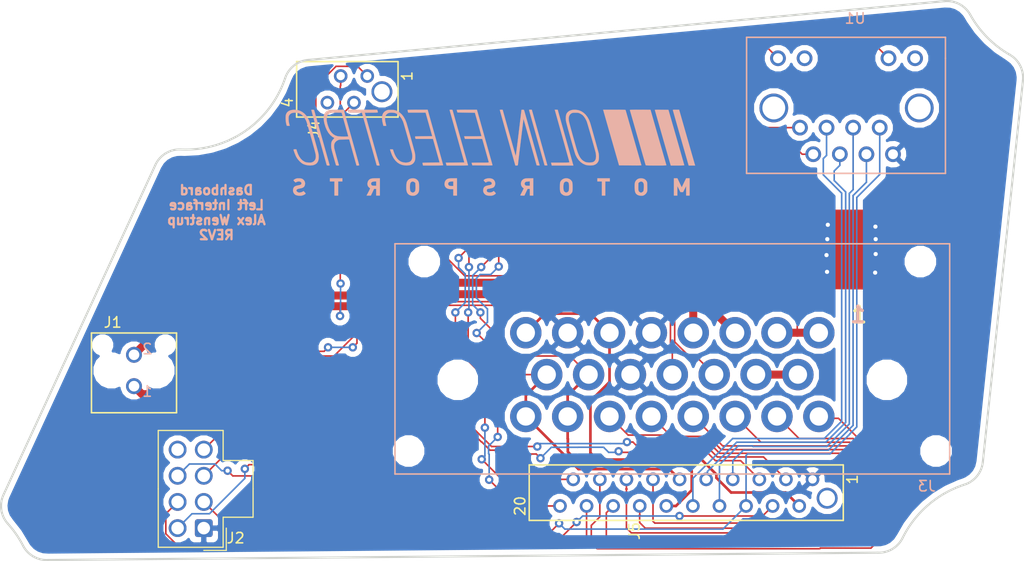
<source format=kicad_pcb>
(kicad_pcb (version 20171130) (host pcbnew 5.0.2-bee76a0~70~ubuntu18.04.1)

  (general
    (thickness 1.6)
    (drawings 19)
    (tracks 389)
    (zones 0)
    (modules 7)
    (nets 33)
  )

  (page A4)
  (layers
    (0 F.Cu signal)
    (31 B.Cu signal hide)
    (32 B.Adhes user)
    (33 F.Adhes user)
    (34 B.Paste user)
    (35 F.Paste user)
    (36 B.SilkS user)
    (37 F.SilkS user)
    (38 B.Mask user)
    (39 F.Mask user)
    (40 Dwgs.User user)
    (41 Cmts.User user)
    (42 Eco1.User user)
    (43 Eco2.User user)
    (44 Edge.Cuts user)
    (45 Margin user)
    (46 B.CrtYd user)
    (47 F.CrtYd user)
    (48 B.Fab user)
    (49 F.Fab user)
  )

  (setup
    (last_trace_width 0.1524)
    (user_trace_width 0.1524)
    (user_trace_width 0.254)
    (user_trace_width 0.762)
    (trace_clearance 0.2)
    (zone_clearance 0.508)
    (zone_45_only no)
    (trace_min 0.1524)
    (segment_width 0.2)
    (edge_width 0.2)
    (via_size 0.8)
    (via_drill 0.4)
    (via_min_size 0.4)
    (via_min_drill 0.3)
    (uvia_size 0.3)
    (uvia_drill 0.1)
    (uvias_allowed no)
    (uvia_min_size 0.2)
    (uvia_min_drill 0.1)
    (pcb_text_width 0.3)
    (pcb_text_size 1.5 1.5)
    (mod_edge_width 0.15)
    (mod_text_size 1 1)
    (mod_text_width 0.15)
    (pad_size 2 2)
    (pad_drill 1.5)
    (pad_to_mask_clearance 0.051)
    (solder_mask_min_width 0.25)
    (aux_axis_origin 0 0)
    (visible_elements FFFFFF7F)
    (pcbplotparams
      (layerselection 0x010fc_ffffffff)
      (usegerberextensions true)
      (usegerberattributes false)
      (usegerberadvancedattributes false)
      (creategerberjobfile false)
      (excludeedgelayer true)
      (linewidth 2.000000)
      (plotframeref false)
      (viasonmask false)
      (mode 1)
      (useauxorigin false)
      (hpglpennumber 1)
      (hpglpenspeed 20)
      (hpglpendiameter 15.000000)
      (psnegative false)
      (psa4output false)
      (plotreference true)
      (plotvalue true)
      (plotinvisibletext false)
      (padsonsilk false)
      (subtractmaskfromsilk false)
      (outputformat 1)
      (mirror false)
      (drillshape 0)
      (scaleselection 1)
      (outputdirectory "/home/awenstrup/Documents/Formula/MKIV-Boards/Boards/Interface_DashLeft/interface/Shipment Files/"))
  )

  (net 0 "")
  (net 1 /BOTS->ESTOP)
  (net 2 /ESTOP->HVD)
  (net 3 /GND)
  (net 4 /5V)
  (net 5 /SDA)
  (net 6 /SCL)
  (net 7 /Drive_Select+)
  (net 8 /Drive_Select_Sense)
  (net 9 /Drive_Select-)
  (net 10 "Net-(J2-Pad8)")
  (net 11 /Throttle2-)
  (net 12 /CANL)
  (net 13 /Throttle1+)
  (net 14 /Throttle1_Sense)
  (net 15 /Throttle1-)
  (net 16 /Throttle2+)
  (net 17 /Throttle2_Sense)
  (net 18 /CANH)
  (net 19 /BSPD->IS)
  (net 20 /IS->BOTS)
  (net 21 /12V)
  (net 22 /MOSI)
  (net 23 /MISO)
  (net 24 /SCK)
  (net 25 /RESET)
  (net 26 /LED1)
  (net 27 /LED2)
  (net 28 "Net-(U1-Pad11)")
  (net 29 "Net-(U1-Pad9)")
  (net 30 "Net-(U1-Pad13)")
  (net 31 "Net-(U1-Pad14)")
  (net 32 "Net-(J4-Pad4)")

  (net_class Default "This is the default net class."
    (clearance 0.2)
    (trace_width 0.1524)
    (via_dia 0.8)
    (via_drill 0.4)
    (uvia_dia 0.3)
    (uvia_drill 0.1)
    (add_net /12V)
    (add_net /5V)
    (add_net /BOTS->ESTOP)
    (add_net /BSPD->IS)
    (add_net /CANH)
    (add_net /CANL)
    (add_net /Drive_Select+)
    (add_net /Drive_Select-)
    (add_net /Drive_Select_Sense)
    (add_net /ESTOP->HVD)
    (add_net /GND)
    (add_net /IS->BOTS)
    (add_net /LED1)
    (add_net /LED2)
    (add_net /MISO)
    (add_net /MOSI)
    (add_net /RESET)
    (add_net /SCK)
    (add_net /SCL)
    (add_net /SDA)
    (add_net /Throttle1+)
    (add_net /Throttle1-)
    (add_net /Throttle1_Sense)
    (add_net /Throttle2+)
    (add_net /Throttle2-)
    (add_net /Throttle2_Sense)
    (add_net "Net-(J2-Pad8)")
    (add_net "Net-(J4-Pad4)")
    (add_net "Net-(U1-Pad11)")
    (add_net "Net-(U1-Pad13)")
    (add_net "Net-(U1-Pad14)")
    (add_net "Net-(U1-Pad9)")
  )

  (net_class Power ""
    (clearance 0.2)
    (trace_width 0.254)
    (via_dia 0.8)
    (via_drill 0.4)
    (uvia_dia 0.3)
    (uvia_drill 0.1)
  )

  (net_class Shutdown ""
    (clearance 0.2)
    (trace_width 0.762)
    (via_dia 0.8)
    (via_drill 0.4)
    (uvia_dia 0.3)
    (uvia_drill 0.1)
  )

  (module footprints:MicroFit_V_2 (layer F.Cu) (tedit 5CAFF1EE) (tstamp 5C26A646)
    (at 116.459 112.8014)
    (path /5C0780B8)
    (fp_text reference J1 (at -2.032 -6.096) (layer F.SilkS)
      (effects (font (size 1 1) (thickness 0.15)))
    )
    (fp_text value UF_2_VT (at 5.588 -9.652) (layer F.Fab)
      (effects (font (size 1 1) (thickness 0.15)))
    )
    (fp_text user 2 (at 1.27 -3.556) (layer B.SilkS)
      (effects (font (size 1 1) (thickness 0.15)) (justify mirror))
    )
    (fp_text user 1 (at 1.27 0.508) (layer B.SilkS)
      (effects (font (size 1 1) (thickness 0.15)) (justify mirror))
    )
    (fp_line (start -4.064 2.54) (end -4.064 -5.08) (layer F.SilkS) (width 0.15))
    (fp_line (start 4.064 2.54) (end -4.064 2.54) (layer F.SilkS) (width 0.15))
    (fp_line (start 4.064 -5.08) (end 4.064 2.54) (layer F.SilkS) (width 0.15))
    (fp_line (start -4.064 -5.08) (end 4.064 -5.08) (layer F.SilkS) (width 0.15))
    (pad "" np_thru_hole circle (at 2.9972 -3.937) (size 1.016 1.016) (drill 1.016) (layers *.Cu *.Mask))
    (pad "" np_thru_hole circle (at -2.9972 -3.937) (size 1.016 1.016) (drill 1.016) (layers *.Cu *.Mask))
    (pad "" np_thru_hole circle (at -2.159 -1.4986) (size 2.413 2.413) (drill 2.413) (layers *.Cu *.Mask))
    (pad "" np_thru_hole circle (at 2.159 -1.4986) (size 2.413 2.413) (drill 2.413) (layers *.Cu *.Mask))
    (pad 2 thru_hole circle (at 0 -2.9972) (size 1.524 1.524) (drill 1.016) (layers *.Cu *.Mask)
      (net 1 /BOTS->ESTOP))
    (pad 1 thru_hole circle (at 0 0) (size 1.524 1.524) (drill 1.016) (layers *.Cu *.Mask)
      (net 2 /ESTOP->HVD))
    (model ${LOCAL_DIR}/OEM_Preferred_Parts/3DModels/MicroFit_V_2/MicroFit_V_2.stp
      (offset (xyz 0 1.473199977874756 5.079999923706055))
      (scale (xyz 1 1 1))
      (rotate (xyz 0 0 0))
    )
  )

  (module footprints:Ampseal_23 (layer B.Cu) (tedit 5C807817) (tstamp 5C26A727)
    (at 188.395 112.1965 180)
    (path /5C0774EC)
    (fp_text reference J3 (at -3.81 -10.16 180) (layer B.SilkS)
      (effects (font (size 1 1) (thickness 0.15)) (justify mirror))
    )
    (fp_text value Ampseal_23_VT (at 2.889848 -7.394334 180) (layer B.Fab)
      (effects (font (size 1 1) (thickness 0.15)) (justify mirror))
    )
    (fp_line (start -6 -9) (end -6 13) (layer B.SilkS) (width 0.15))
    (fp_line (start 47 -9) (end -6 -9) (layer B.SilkS) (width 0.15))
    (fp_line (start 47 13) (end 47 -9) (layer B.SilkS) (width 0.15))
    (fp_line (start -6 13) (end 47 13) (layer B.SilkS) (width 0.15))
    (pad "" np_thru_hole circle (at 0 0 180) (size 2.85 2.85) (drill 2.85) (layers *.Cu *.Mask))
    (pad 1 thru_hole circle (at 6.5 4.5 180) (size 3 3) (drill 1.75) (layers *.Cu *.Mask)
      (net 20 /IS->BOTS))
    (pad 9 thru_hole circle (at 8.5 0.5 180) (size 3 3) (drill 1.75) (layers *.Cu *.Mask)
      (net 19 /BSPD->IS))
    (pad 16 thru_hole circle (at 6.5 -3.5 180) (size 3 3) (drill 1.75) (layers *.Cu *.Mask)
      (net 11 /Throttle2-))
    (pad 2 thru_hole circle (at 10.5 4.5 180) (size 3 3) (drill 1.75) (layers *.Cu *.Mask)
      (net 20 /IS->BOTS))
    (pad 3 thru_hole circle (at 14.5 4.5 180) (size 3 3) (drill 1.75) (layers *.Cu *.Mask)
      (net 1 /BOTS->ESTOP))
    (pad 5 thru_hole circle (at 22.5 4.5 180) (size 3 3) (drill 1.75) (layers *.Cu *.Mask)
      (net 3 /GND))
    (pad 4 thru_hole circle (at 18.5 4.5 180) (size 3 3) (drill 1.75) (layers *.Cu *.Mask)
      (net 2 /ESTOP->HVD))
    (pad 6 thru_hole circle (at 26.5 4.5 180) (size 3 3) (drill 1.75) (layers *.Cu *.Mask)
      (net 21 /12V))
    (pad 7 thru_hole circle (at 30.5 4.5 180) (size 3 3) (drill 1.75) (layers *.Cu *.Mask)
      (net 3 /GND))
    (pad 8 thru_hole circle (at 34.5 4.5 180) (size 3 3) (drill 1.75) (layers *.Cu *.Mask)
      (net 21 /12V))
    (pad 15 thru_hole circle (at 32.5 0.5 180) (size 3 3) (drill 1.75) (layers *.Cu *.Mask)
      (net 18 /CANH))
    (pad 14 thru_hole circle (at 28.5 0.5 180) (size 3 3) (drill 1.75) (layers *.Cu *.Mask)
      (net 12 /CANL))
    (pad 12 thru_hole circle (at 20.5 0.5 180) (size 3 3) (drill 1.75) (layers *.Cu *.Mask)
      (net 6 /SCL))
    (pad 13 thru_hole circle (at 24.5 0.5 180) (size 3 3) (drill 1.75) (layers *.Cu *.Mask)
      (net 3 /GND))
    (pad 11 thru_hole circle (at 16.5 0.5 180) (size 3 3) (drill 1.75) (layers *.Cu *.Mask)
      (net 5 /SDA))
    (pad 10 thru_hole circle (at 12.5 0.5 180) (size 3 3) (drill 1.75) (layers *.Cu *.Mask)
      (net 19 /BSPD->IS))
    (pad 22 thru_hole circle (at 30.5 -3.5 180) (size 3 3) (drill 1.75) (layers *.Cu *.Mask)
      (net 12 /CANL))
    (pad 21 thru_hole circle (at 26.5 -3.5 180) (size 3 3) (drill 1.75) (layers *.Cu *.Mask)
      (net 13 /Throttle1+))
    (pad 20 thru_hole circle (at 22.5 -3.5 180) (size 3 3) (drill 1.75) (layers *.Cu *.Mask)
      (net 14 /Throttle1_Sense))
    (pad 19 thru_hole circle (at 18.5 -3.5 180) (size 3 3) (drill 1.75) (layers *.Cu *.Mask)
      (net 15 /Throttle1-))
    (pad 18 thru_hole circle (at 14.5 -3.5 180) (size 3 3) (drill 1.75) (layers *.Cu *.Mask)
      (net 16 /Throttle2+))
    (pad 17 thru_hole circle (at 10.5 -3.5 180) (size 3 3) (drill 1.75) (layers *.Cu *.Mask)
      (net 17 /Throttle2_Sense))
    (pad 23 thru_hole circle (at 34.5 -3.5 180) (size 3 3) (drill 1.75) (layers *.Cu *.Mask)
      (net 18 /CANH))
    (pad "" np_thru_hole circle (at -3.2 11.3 180) (size 2 2) (drill 2) (layers *.Cu *.Mask))
    (pad "" np_thru_hole circle (at 44.2 11.3 180) (size 2 2) (drill 2) (layers *.Cu *.Mask))
    (pad "" np_thru_hole circle (at -4.7 -6.8 180) (size 2 2) (drill 2) (layers *.Cu *.Mask))
    (pad "" np_thru_hole circle (at 45.7 -6.8 180) (size 2 2) (drill 2) (layers *.Cu *.Mask))
    (pad "" np_thru_hole circle (at 41 0 180) (size 2.85 2.85) (drill 2.85) (layers *.Cu *.Mask))
    (model ${LOCAL_DIR}/OEM_Preferred_Parts/3DModels/Ampseal-23/Ampseal_23.step
      (at (xyz 0 0 0))
      (scale (xyz 1 1 1))
      (rotate (xyz 0 0 0))
    )
  )

  (module footprints:RJ45-Vertical (layer B.Cu) (tedit 5C8B020C) (tstamp 5C26A7AF)
    (at 177.9905 81.4705)
    (path /5C09DFB8)
    (fp_text reference U1 (at 7.366 -3.81) (layer B.SilkS)
      (effects (font (size 1 1) (thickness 0.15)) (justify mirror))
    )
    (fp_text value RJ45_VT (at -4.377 0.9785 -90) (layer B.Fab)
      (effects (font (size 1 1) (thickness 0.15)) (justify mirror))
    )
    (fp_line (start 16 0) (end 16 11) (layer B.SilkS) (width 0.15))
    (fp_line (start 16 11) (end -3 11) (layer B.SilkS) (width 0.15))
    (fp_line (start -3 11) (end -3 -2) (layer B.SilkS) (width 0.15))
    (fp_line (start -3 -2) (end 16 -2) (layer B.SilkS) (width 0.15))
    (fp_line (start 16 -2) (end 16 0) (layer B.SilkS) (width 0.15))
    (pad 14 thru_hole circle (at 13.5 4.75) (size 2.75 2.75) (drill 2.18) (layers *.Cu *.Mask)
      (net 31 "Net-(U1-Pad14)"))
    (pad 13 thru_hole circle (at -0.4 4.75) (size 2.75 2.75) (drill 2.18) (layers *.Cu *.Mask)
      (net 30 "Net-(U1-Pad13)"))
    (pad 8 thru_hole circle (at 10.99 9.17) (size 1.5 1.5) (drill 0.95) (layers *.Cu *.Mask)
      (net 3 /GND))
    (pad 6 thru_hole circle (at 8.45 9.17) (size 1.5 1.5) (drill 0.95) (layers *.Cu *.Mask B.Paste)
      (net 22 /MOSI))
    (pad 4 thru_hole circle (at 5.91 9.17) (size 1.5 1.5) (drill 0.95) (layers *.Cu *.Mask)
      (net 24 /SCK))
    (pad 2 thru_hole circle (at 3.37 9.17) (size 1.5 1.5) (drill 0.95) (layers *.Cu *.Mask)
      (net 18 /CANH))
    (pad 7 thru_hole circle (at 9.72 6.63) (size 1.5 1.5) (drill 0.95) (layers *.Cu *.Mask)
      (net 4 /5V))
    (pad 5 thru_hole circle (at 7.18 6.63) (size 1.5 1.5) (drill 0.95) (layers *.Cu *.Mask)
      (net 23 /MISO))
    (pad 3 thru_hole circle (at 4.64 6.63) (size 1.5 1.5) (drill 0.95) (layers *.Cu *.Mask)
      (net 25 /RESET))
    (pad 1 thru_hole circle (at 2.1 6.63) (size 1.5 1.5) (drill 0.95) (layers *.Cu *.Mask)
      (net 12 /CANL))
    (pad 10 thru_hole circle (at 10.56 0) (size 1.5 1.5) (drill 0.95) (layers *.Cu *.Mask)
      (net 26 /LED1))
    (pad 9 thru_hole circle (at 13.1 0) (size 1.5 1.5) (drill 0.95) (layers *.Cu *.Mask)
      (net 29 "Net-(U1-Pad9)"))
    (pad 11 thru_hole circle (at 2.54 0) (size 1.5 1.5) (drill 0.95) (layers *.Cu *.Mask)
      (net 28 "Net-(U1-Pad11)"))
    (pad 12 thru_hole circle (at 0 0) (size 1.5 1.5) (drill 0.95) (layers *.Cu *.Mask)
      (net 27 /LED2))
    (model ${LOCAL_DIR}/OEM_Preferred_Parts/3DModels/rj45-vert/rj45-vert.step
      (at (xyz 0 0 0))
      (scale (xyz 1 1 1))
      (rotate (xyz 0 0 0))
    )
  )

  (module footprints:micromatch_female_vert_20 (layer F.Cu) (tedit 5C3D138E) (tstamp 5C26A5F8)
    (at 176.2095 121.7075 270)
    (path /5C05EC53)
    (fp_text reference J5 (at 4.9335 11.938 270) (layer F.SilkS)
      (effects (font (size 1 1) (thickness 0.15)))
    )
    (fp_text value MM_F_VT_20 (at 6.35 0) (layer F.Fab) hide
      (effects (font (size 1 1) (thickness 0.15)))
    )
    (fp_line (start 3.92 21.99) (end 3.92 -8.02) (layer F.SilkS) (width 0.15))
    (fp_line (start -1.38 21.99) (end -1.38 -8.02) (layer F.SilkS) (width 0.15))
    (fp_line (start -1.38 -8.02) (end 3.92 -8.02) (layer F.SilkS) (width 0.15))
    (fp_line (start -1.38 21.99) (end 3.92 21.99) (layer F.SilkS) (width 0.15))
    (fp_text user 1 (at 0 -8.89 270) (layer F.SilkS)
      (effects (font (size 1 1) (thickness 0.15)))
    )
    (fp_text user 20 (at 2.54 22.86 270) (layer F.SilkS)
      (effects (font (size 1 1) (thickness 0.15)))
    )
    (pad 21 thru_hole circle (at 1.8 -6.48 270) (size 2 2) (drill 1.5) (layers *.Cu *.Mask))
    (pad 20 thru_hole circle (at 2.54 19.05 270) (size 1.3 1.3) (drill 0.8) (layers *.Cu *.Mask)
      (net 27 /LED2))
    (pad 19 thru_hole circle (at 0 17.78 270) (size 1.3 1.3) (drill 0.8) (layers *.Cu *.Mask)
      (net 26 /LED1))
    (pad 18 thru_hole circle (at 2.54 16.51 270) (size 1.3 1.3) (drill 0.8) (layers *.Cu *.Mask)
      (net 11 /Throttle2-))
    (pad 17 thru_hole circle (at 0 15.24 270) (size 1.3 1.3) (drill 0.8) (layers *.Cu *.Mask)
      (net 17 /Throttle2_Sense))
    (pad 16 thru_hole circle (at 2.54 13.97 270) (size 1.3 1.3) (drill 0.8) (layers *.Cu *.Mask)
      (net 16 /Throttle2+))
    (pad 15 thru_hole circle (at 0 12.7 270) (size 1.3 1.3) (drill 0.8) (layers *.Cu *.Mask)
      (net 15 /Throttle1-))
    (pad 14 thru_hole circle (at 2.54 11.43 270) (size 1.3 1.3) (drill 0.8) (layers *.Cu *.Mask)
      (net 14 /Throttle1_Sense))
    (pad 13 thru_hole circle (at 0 10.16 270) (size 1.3 1.3) (drill 0.8) (layers *.Cu *.Mask)
      (net 13 /Throttle1+))
    (pad 12 thru_hole circle (at 2.54 8.89 270) (size 1.3 1.3) (drill 0.8) (layers *.Cu *.Mask)
      (net 12 /CANL))
    (pad 11 thru_hole circle (at 0 7.62 270) (size 1.3 1.3) (drill 0.8) (layers *.Cu *.Mask)
      (net 18 /CANH))
    (pad 10 thru_hole circle (at 2.54 6.35 270) (size 1.3 1.3) (drill 0.8) (layers *.Cu *.Mask)
      (net 25 /RESET))
    (pad 9 thru_hole circle (at 0 5.08 270) (size 1.3 1.3) (drill 0.8) (layers *.Cu *.Mask)
      (net 24 /SCK))
    (pad 8 thru_hole circle (at 2.54 3.81 270) (size 1.3 1.3) (drill 0.8) (layers *.Cu *.Mask)
      (net 23 /MISO))
    (pad 6 thru_hole circle (at 2.54 1.27 270) (size 1.3 1.3) (drill 0.8) (layers *.Cu *.Mask)
      (net 4 /5V))
    (pad 4 thru_hole circle (at 2.54 -1.27 270) (size 1.3 1.3) (drill 0.8) (layers *.Cu *.Mask)
      (net 8 /Drive_Select_Sense))
    (pad 2 thru_hole circle (at 2.54 -3.81 270) (size 1.3 1.3) (drill 0.8) (layers *.Cu *.Mask)
      (net 21 /12V))
    (pad 7 thru_hole circle (at 0 2.54 270) (size 1.3 1.3) (drill 0.8) (layers *.Cu *.Mask)
      (net 22 /MOSI))
    (pad 1 thru_hole circle (at 0 -5.08 270) (size 1.3 1.3) (drill 0.8) (layers *.Cu *.Mask)
      (net 3 /GND))
    (pad 3 thru_hole circle (at 0 -2.54 270) (size 1.3 1.3) (drill 0.8) (layers *.Cu *.Mask)
      (net 7 /Drive_Select+))
    (pad 5 thru_hole circle (at 0 0 270) (size 1.3 1.3) (drill 0.8) (layers *.Cu *.Mask)
      (net 9 /Drive_Select-))
    (model ${LOCAL_DIR}/OEM_Preferred_Parts/3DModels/micromatch-female-vert-20/micromatch-female-vert-20.step
      (at (xyz 0 0 0))
      (scale (xyz 1 1 1))
      (rotate (xyz 0 0 0))
    )
  )

  (module Connector_Molex:Molex_Nano-Fit_105310-xx08_2x04_P2.50mm_Vertical (layer F.Cu) (tedit 5B7830BB) (tstamp 5C26A69D)
    (at 123.1265 126.365 180)
    (descr "Molex Nano-Fit Power Connectors, 105310-xx08, 4 Pins per row (http://www.molex.com/pdm_docs/sd/1053101208_sd.pdf), generated with kicad-footprint-generator")
    (tags "connector Molex Nano-Fit side entry")
    (path /5C078824)
    (fp_text reference J2 (at -3.048 -0.9525 180) (layer F.SilkS)
      (effects (font (size 1 1) (thickness 0.15)))
    )
    (fp_text value MM_F_VT_08 (at 5.715 2.5635 -90) (layer F.Fab)
      (effects (font (size 1 1) (thickness 0.15)))
    )
    (fp_text user %R (at 3.54 3.75 270) (layer F.Fab)
      (effects (font (size 1 1) (thickness 0.15)))
    )
    (fp_line (start 0 -1.012893) (end 0.5 -1.72) (layer F.Fab) (width 0.1))
    (fp_line (start -0.5 -1.72) (end 0 -1.012893) (layer F.Fab) (width 0.1))
    (fp_line (start -2.15 -2.13) (end -2.15 0) (layer F.SilkS) (width 0.12))
    (fp_line (start 0 -2.13) (end -2.15 -2.13) (layer F.SilkS) (width 0.12))
    (fp_line (start -2.02 1.65) (end -4.1 1.65) (layer F.Fab) (width 0.1))
    (fp_line (start -2.02 5.85) (end -2.02 1.65) (layer F.Fab) (width 0.1))
    (fp_line (start -4.1 5.85) (end -2.02 5.85) (layer F.Fab) (width 0.1))
    (fp_line (start -4.1 1.65) (end -4.1 5.85) (layer F.Fab) (width 0.1))
    (fp_line (start -5.1 6.85) (end -5.1 3.75) (layer F.CrtYd) (width 0.05))
    (fp_line (start -2.24 6.85) (end -5.1 6.85) (layer F.CrtYd) (width 0.05))
    (fp_line (start -2.24 9.72) (end -2.24 6.85) (layer F.CrtYd) (width 0.05))
    (fp_line (start 4.74 9.72) (end -2.24 9.72) (layer F.CrtYd) (width 0.05))
    (fp_line (start 4.74 3.75) (end 4.74 9.72) (layer F.CrtYd) (width 0.05))
    (fp_line (start -5.1 0.65) (end -5.1 3.75) (layer F.CrtYd) (width 0.05))
    (fp_line (start -2.24 0.65) (end -5.1 0.65) (layer F.CrtYd) (width 0.05))
    (fp_line (start -2.24 -2.22) (end -2.24 0.65) (layer F.CrtYd) (width 0.05))
    (fp_line (start 4.74 -2.22) (end -2.24 -2.22) (layer F.CrtYd) (width 0.05))
    (fp_line (start 4.74 3.75) (end 4.74 -2.22) (layer F.CrtYd) (width 0.05))
    (fp_line (start -4.71 6.46) (end -4.71 3.75) (layer F.SilkS) (width 0.12))
    (fp_line (start -1.85 6.46) (end -4.71 6.46) (layer F.SilkS) (width 0.12))
    (fp_line (start -1.85 9.33) (end -1.85 6.46) (layer F.SilkS) (width 0.12))
    (fp_line (start 4.35 9.33) (end -1.85 9.33) (layer F.SilkS) (width 0.12))
    (fp_line (start 4.35 3.75) (end 4.35 9.33) (layer F.SilkS) (width 0.12))
    (fp_line (start -4.71 1.04) (end -4.71 3.75) (layer F.SilkS) (width 0.12))
    (fp_line (start -1.85 1.04) (end -4.71 1.04) (layer F.SilkS) (width 0.12))
    (fp_line (start -1.85 -1.83) (end -1.85 1.04) (layer F.SilkS) (width 0.12))
    (fp_line (start 4.35 -1.83) (end -1.85 -1.83) (layer F.SilkS) (width 0.12))
    (fp_line (start 4.35 3.75) (end 4.35 -1.83) (layer F.SilkS) (width 0.12))
    (fp_line (start -4.6 6.35) (end -4.6 3.75) (layer F.Fab) (width 0.1))
    (fp_line (start -1.74 6.35) (end -4.6 6.35) (layer F.Fab) (width 0.1))
    (fp_line (start -1.74 9.22) (end -1.74 6.35) (layer F.Fab) (width 0.1))
    (fp_line (start 4.24 9.22) (end -1.74 9.22) (layer F.Fab) (width 0.1))
    (fp_line (start 4.24 3.75) (end 4.24 9.22) (layer F.Fab) (width 0.1))
    (fp_line (start -4.6 1.15) (end -4.6 3.75) (layer F.Fab) (width 0.1))
    (fp_line (start -1.74 1.15) (end -4.6 1.15) (layer F.Fab) (width 0.1))
    (fp_line (start -1.74 -1.72) (end -1.74 1.15) (layer F.Fab) (width 0.1))
    (fp_line (start 4.24 -1.72) (end -1.74 -1.72) (layer F.Fab) (width 0.1))
    (fp_line (start 4.24 3.75) (end 4.24 -1.72) (layer F.Fab) (width 0.1))
    (pad "" np_thru_hole circle (at -1.34 3.75 180) (size 1.3 1.3) (drill 1.3) (layers *.Cu *.Mask))
    (pad 8 thru_hole circle (at 2.5 7.5 180) (size 1.7 1.7) (drill 1.2) (layers *.Cu *.Mask)
      (net 10 "Net-(J2-Pad8)"))
    (pad 7 thru_hole circle (at 2.5 5 180) (size 1.7 1.7) (drill 1.2) (layers *.Cu *.Mask)
      (net 9 /Drive_Select-))
    (pad 6 thru_hole circle (at 2.5 2.5 180) (size 1.7 1.7) (drill 1.2) (layers *.Cu *.Mask)
      (net 8 /Drive_Select_Sense))
    (pad 5 thru_hole circle (at 2.5 0 180) (size 1.7 1.7) (drill 1.2) (layers *.Cu *.Mask)
      (net 7 /Drive_Select+))
    (pad 4 thru_hole circle (at 0 7.5 180) (size 1.7 1.7) (drill 1.2) (layers *.Cu *.Mask)
      (net 6 /SCL))
    (pad 3 thru_hole circle (at 0 5 180) (size 1.7 1.7) (drill 1.2) (layers *.Cu *.Mask)
      (net 5 /SDA))
    (pad 2 thru_hole circle (at 0 2.5 180) (size 1.7 1.7) (drill 1.2) (layers *.Cu *.Mask)
      (net 4 /5V))
    (pad 1 thru_hole roundrect (at 0 0 180) (size 1.7 1.7) (drill 1.2) (layers *.Cu *.Mask) (roundrect_rratio 0.147059)
      (net 3 /GND))
    (model ${KISYS3DMOD}/Connector_Molex.3dshapes/Molex_Nano-Fit_105310-xx08_2x04_P2.50mm_Vertical.wrl
      (at (xyz 0 0 0))
      (scale (xyz 1 1 1))
      (rotate (xyz 0 0 0))
    )
    (model ${LOCAL_DIR}/OEM_Preferred_Parts/3DModels/Nanofit_2x4/1053101208.stp
      (offset (xyz 1.269999980926514 -3.809999942779541 5.079999923706055))
      (scale (xyz 1 1 1))
      (rotate (xyz 0 0 -90))
    )
  )

  (module footprints:micromatch_female_vert_4 (layer F.Cu) (tedit 5C16B8A4) (tstamp 5C26A77D)
    (at 133.6675 83.1695 270)
    (path /5C05EF31)
    (fp_text reference J4 (at 5.08 0 270) (layer F.SilkS)
      (effects (font (size 1 1) (thickness 0.15)))
    )
    (fp_text value MM_F_VT_04 (at 6.35 -1.27) (layer F.Fab) hide
      (effects (font (size 1 1) (thickness 0.15)))
    )
    (fp_line (start 3.92 1.67) (end 3.92 -8.02) (layer F.SilkS) (width 0.15))
    (fp_line (start -1.38 1.67) (end -1.38 -8.02) (layer F.SilkS) (width 0.15))
    (fp_line (start -1.38 -8.02) (end 3.92 -8.02) (layer F.SilkS) (width 0.15))
    (fp_line (start -1.38 1.67) (end 3.92 1.67) (layer F.SilkS) (width 0.15))
    (fp_text user 1 (at 0 -8.89 270) (layer F.SilkS)
      (effects (font (size 1 1) (thickness 0.15)))
    )
    (fp_text user 4 (at 2.54 2.54 270) (layer F.SilkS)
      (effects (font (size 1 1) (thickness 0.15)))
    )
    (pad 5 thru_hole circle (at 1.5 -6.48 270) (size 2 2) (drill 1.5) (layers *.Cu *.Mask))
    (pad 4 thru_hole circle (at 2.54 -1.27 270) (size 1.3 1.3) (drill 0.8) (layers *.Cu *.Mask)
      (net 32 "Net-(J4-Pad4)"))
    (pad 2 thru_hole circle (at 2.54 -3.81 270) (size 1.3 1.3) (drill 0.8) (layers *.Cu *.Mask)
      (net 20 /IS->BOTS))
    (pad 1 thru_hole circle (at 0 -5.08 270) (size 1.3 1.3) (drill 0.8) (layers *.Cu *.Mask)
      (net 1 /BOTS->ESTOP))
    (pad 3 thru_hole circle (at 0 -2.54 270) (size 1.3 1.3) (drill 0.8) (layers *.Cu *.Mask)
      (net 2 /ESTOP->HVD))
    (model ${LOCAL_DIR}/OEM_Preferred_Parts/3DModels/micromatch_vert4/micromatch_vert4.wrl
      (at (xyz 0 0 0))
      (scale (xyz 1 1 1))
      (rotate (xyz 0 0 0))
    )
  )

  (module footprints:Logo_Large (layer B.Cu) (tedit 0) (tstamp 5CB01859)
    (at 150.5204 90.5002 180)
    (fp_text reference G*** (at 0 0 180) (layer B.SilkS) hide
      (effects (font (size 1.524 1.524) (thickness 0.3)) (justify mirror))
    )
    (fp_text value LOGO (at 0.75 0 180) (layer B.SilkS) hide
      (effects (font (size 1.524 1.524) (thickness 0.3)) (justify mirror))
    )
    (fp_poly (pts (xy 18.846075 4.107132) (xy 19.065319 4.073701) (xy 19.245128 4.00857) (xy 19.386053 3.911374)
      (xy 19.488644 3.781749) (xy 19.547339 3.641645) (xy 19.569425 3.520595) (xy 19.578482 3.365329)
      (xy 19.575075 3.190579) (xy 19.55977 3.011076) (xy 19.533133 2.841552) (xy 19.513326 2.7559)
      (xy 19.466072 2.5781) (xy 19.319402 2.570419) (xy 19.237351 2.567742) (xy 19.195339 2.57278)
      (xy 19.182819 2.588551) (xy 19.186227 2.608519) (xy 19.235407 2.788415) (xy 19.267007 2.940046)
      (xy 19.284069 3.081574) (xy 19.289602 3.2258) (xy 19.288823 3.345147) (xy 19.282719 3.428934)
      (xy 19.268636 3.492332) (xy 19.243922 3.550511) (xy 19.22748 3.581081) (xy 19.147841 3.687822)
      (xy 19.042984 3.762652) (xy 18.905946 3.809072) (xy 18.731219 3.830506) (xy 18.493234 3.820589)
      (xy 18.27688 3.764715) (xy 18.082151 3.662881) (xy 17.909041 3.515082) (xy 17.757545 3.321313)
      (xy 17.627654 3.081571) (xy 17.59221 2.998987) (xy 17.571635 2.940456) (xy 17.539354 2.83847)
      (xy 17.496933 2.698607) (xy 17.44594 2.526447) (xy 17.387942 2.327567) (xy 17.324506 2.107548)
      (xy 17.2572 1.871969) (xy 17.187592 1.626408) (xy 17.117248 1.376445) (xy 17.047736 1.127658)
      (xy 16.980623 0.885628) (xy 16.917477 0.655932) (xy 16.859866 0.444151) (xy 16.809355 0.255862)
      (xy 16.767514 0.096646) (xy 16.735909 -0.027919) (xy 16.716107 -0.112254) (xy 16.711263 -0.136761)
      (xy 16.690752 -0.351416) (xy 16.708412 -0.532897) (xy 16.76444 -0.681776) (xy 16.859038 -0.798628)
      (xy 16.9672 -0.871811) (xy 17.035191 -0.904765) (xy 17.093219 -0.925159) (xy 17.15634 -0.935394)
      (xy 17.239612 -0.937872) (xy 17.358091 -0.934995) (xy 17.36237 -0.93485) (xy 17.48747 -0.92889)
      (xy 17.579013 -0.918554) (xy 17.654235 -0.900127) (xy 17.730374 -0.869893) (xy 17.7855 -0.843639)
      (xy 17.966824 -0.726716) (xy 18.130835 -0.564279) (xy 18.275423 -0.359288) (xy 18.398476 -0.114701)
      (xy 18.491841 0.14605) (xy 18.546947 0.3302) (xy 18.684173 0.3302) (xy 18.759908 0.326336)
      (xy 18.809747 0.316384) (xy 18.8214 0.307091) (xy 18.811856 0.255933) (xy 18.786051 0.169673)
      (xy 18.748229 0.059691) (xy 18.70263 -0.062636) (xy 18.653497 -0.185929) (xy 18.605071 -0.29881)
      (xy 18.561594 -0.3899) (xy 18.561476 -0.390127) (xy 18.467911 -0.542712) (xy 18.348018 -0.696743)
      (xy 18.21261 -0.840996) (xy 18.072502 -0.96425) (xy 17.938507 -1.055282) (xy 17.902553 -1.073948)
      (xy 17.68491 -1.155256) (xy 17.449917 -1.203581) (xy 17.212714 -1.217322) (xy 16.98844 -1.194875)
      (xy 16.9164 -1.178335) (xy 16.742656 -1.110338) (xy 16.60644 -1.008624) (xy 16.505319 -0.870841)
      (xy 16.444757 -0.722333) (xy 16.420344 -0.596727) (xy 16.40997 -0.440211) (xy 16.413891 -0.270767)
      (xy 16.432364 -0.106382) (xy 16.435686 -0.087214) (xy 16.449784 -0.023892) (xy 16.476574 0.082556)
      (xy 16.514461 0.226506) (xy 16.561853 0.402333) (xy 16.617155 0.604413) (xy 16.678773 0.827123)
      (xy 16.745115 1.064837) (xy 16.814585 1.311932) (xy 16.885591 1.562783) (xy 16.956539 1.811766)
      (xy 17.025834 2.053258) (xy 17.091883 2.281633) (xy 17.153093 2.491268) (xy 17.207869 2.676538)
      (xy 17.254618 2.831819) (xy 17.291746 2.951488) (xy 17.31766 3.029919) (xy 17.32356 3.046005)
      (xy 17.45192 3.320441) (xy 17.609516 3.557101) (xy 17.793792 3.754203) (xy 18.002187 3.909964)
      (xy 18.232145 4.0226) (xy 18.481106 4.090329) (xy 18.746513 4.111367) (xy 18.846075 4.107132)) (layer B.SilkS) (width 0.01))
    (fp_poly (pts (xy 17.110144 4.100777) (xy 17.1196 4.081557) (xy 17.112847 4.05268) (xy 17.093191 3.978163)
      (xy 17.061533 3.861253) (xy 17.018775 3.705199) (xy 16.965818 3.513248) (xy 16.903564 3.288649)
      (xy 16.832916 3.034648) (xy 16.754774 2.754495) (xy 16.670041 2.451437) (xy 16.579619 2.128721)
      (xy 16.484408 1.789596) (xy 16.394622 1.47038) (xy 16.295615 1.118626) (xy 16.200329 0.779986)
      (xy 16.109688 0.457745) (xy 16.024615 0.155185) (xy 15.946031 -0.124408) (xy 15.874859 -0.37775)
      (xy 15.812021 -0.601557) (xy 15.758441 -0.792544) (xy 15.715039 -0.947427) (xy 15.68274 -1.062922)
      (xy 15.662464 -1.135745) (xy 15.655269 -1.16205) (xy 15.641032 -1.195216) (xy 15.610785 -1.212381)
      (xy 15.55088 -1.218605) (xy 15.501192 -1.2192) (xy 15.421761 -1.21776) (xy 15.38213 -1.210079)
      (xy 15.37131 -1.191117) (xy 15.376645 -1.16205) (xy 15.385469 -1.130261) (xy 15.407148 -1.052841)
      (xy 15.440765 -0.933055) (xy 15.4854 -0.774168) (xy 15.540135 -0.579446) (xy 15.604052 -0.352153)
      (xy 15.676233 -0.095556) (xy 15.755758 0.187081) (xy 15.841711 0.492492) (xy 15.933171 0.817411)
      (xy 16.029221 1.158574) (xy 16.124968 1.4986) (xy 16.858138 4.1021) (xy 16.988869 4.109778)
      (xy 17.069779 4.110929) (xy 17.110144 4.100777)) (layer B.SilkS) (width 0.01))
    (fp_poly (pts (xy 14.518746 4.110906) (xy 14.698404 4.108869) (xy 14.70025 4.108843) (xy 14.91298 4.105361)
      (xy 15.081461 4.101347) (xy 15.21224 4.096358) (xy 15.311866 4.08995) (xy 15.386891 4.081678)
      (xy 15.443861 4.071099) (xy 15.489328 4.05777) (xy 15.497388 4.054821) (xy 15.654421 3.970656)
      (xy 15.784095 3.850669) (xy 15.876141 3.70438) (xy 15.876687 3.703155) (xy 15.917285 3.56593)
      (xy 15.936065 3.393631) (xy 15.933143 3.197007) (xy 15.90864 2.986803) (xy 15.866549 2.788394)
      (xy 15.75969 2.444305) (xy 15.630653 2.145897) (xy 15.479417 1.893139) (xy 15.305964 1.685998)
      (xy 15.110273 1.524442) (xy 15.0368 1.47882) (xy 14.9711 1.441135) (xy 14.926772 1.415599)
      (xy 14.916101 1.409365) (xy 14.92861 1.390569) (xy 14.967577 1.345723) (xy 15.014905 1.29478)
      (xy 15.105273 1.188908) (xy 15.166691 1.085925) (xy 15.203839 0.972227) (xy 15.221398 0.834207)
      (xy 15.224402 0.6858) (xy 15.223146 0.609288) (xy 15.219914 0.540653) (xy 15.213236 0.473027)
      (xy 15.201642 0.399544) (xy 15.183664 0.313337) (xy 15.157832 0.20754) (xy 15.122679 0.075286)
      (xy 15.076733 -0.090293) (xy 15.018527 -0.296062) (xy 15.0016 -0.3556) (xy 14.947094 -0.547109)
      (xy 14.896636 -0.724198) (xy 14.852013 -0.880603) (xy 14.815013 -1.010064) (xy 14.787427 -1.106319)
      (xy 14.771042 -1.163106) (xy 14.767606 -1.17475) (xy 14.748204 -1.201652) (xy 14.703186 -1.215278)
      (xy 14.620389 -1.219194) (xy 14.615988 -1.2192) (xy 14.539997 -1.217237) (xy 14.489879 -1.212182)
      (xy 14.478 -1.20741) (xy 14.48463 -1.180967) (xy 14.503419 -1.111599) (xy 14.532714 -1.005266)
      (xy 14.570863 -0.867929) (xy 14.616211 -0.705548) (xy 14.667106 -0.524086) (xy 14.694062 -0.42826)
      (xy 14.748902 -0.23144) (xy 14.800205 -0.04343) (xy 14.846021 0.12832) (xy 14.884397 0.276357)
      (xy 14.913383 0.393231) (xy 14.931028 0.471491) (xy 14.934296 0.489201) (xy 14.945442 0.684235)
      (xy 14.912783 0.855147) (xy 14.836995 1.000456) (xy 14.718754 1.118683) (xy 14.618527 1.180782)
      (xy 14.56535 1.207341) (xy 14.518733 1.227046) (xy 14.469859 1.24108) (xy 14.409913 1.250623)
      (xy 14.33008 1.256857) (xy 14.221545 1.260962) (xy 14.075491 1.264119) (xy 13.984511 1.265732)
      (xy 13.5001 1.274163) (xy 13.196894 0.186232) (xy 13.131988 -0.046415) (xy 13.069681 -0.269286)
      (xy 13.011637 -0.476465) (xy 12.959518 -0.662036) (xy 12.914987 -0.820083) (xy 12.879708 -0.944689)
      (xy 12.855344 -1.02994) (xy 12.846444 -1.06045) (xy 12.799199 -1.2192) (xy 12.673399 -1.2192)
      (xy 12.59335 -1.21486) (xy 12.554712 -1.200109) (xy 12.5476 -1.181994) (xy 12.554351 -1.152973)
      (xy 12.57401 -1.078285) (xy 12.605682 -0.961154) (xy 12.648473 -0.804801) (xy 12.701488 -0.612451)
      (xy 12.763833 -0.387326) (xy 12.834615 -0.132648) (xy 12.912938 0.148359) (xy 12.997909 0.452473)
      (xy 13.088634 0.776471) (xy 13.184218 1.11713) (xy 13.283767 1.471227) (xy 13.2842 1.472764)
      (xy 13.30918 1.561568) (xy 13.589 1.561568) (xy 13.613027 1.557581) (xy 13.679618 1.554142)
      (xy 13.780539 1.551483) (xy 13.907555 1.549835) (xy 14.022135 1.5494) (xy 14.236944 1.551939)
      (xy 14.40836 1.55987) (xy 14.543556 1.573667) (xy 14.632874 1.589795) (xy 14.835629 1.658209)
      (xy 15.016404 1.767013) (xy 15.176355 1.917656) (xy 15.316637 2.111589) (xy 15.438406 2.350261)
      (xy 15.542817 2.635124) (xy 15.586594 2.786768) (xy 15.640172 3.037604) (xy 15.657289 3.253174)
      (xy 15.637926 3.433607) (xy 15.582065 3.579028) (xy 15.489688 3.689566) (xy 15.449048 3.719825)
      (xy 15.381999 3.758224) (xy 15.307743 3.787318) (xy 15.218338 3.808288) (xy 15.105837 3.822318)
      (xy 14.962298 3.83059) (xy 14.779775 3.834285) (xy 14.676561 3.83478) (xy 14.514398 3.83459)
      (xy 14.395949 3.833059) (xy 14.314133 3.829515) (xy 14.26187 3.823288) (xy 14.232079 3.813708)
      (xy 14.217678 3.800103) (xy 14.21384 3.79095) (xy 14.200926 3.746738) (xy 14.176746 3.662079)
      (xy 14.142966 3.542921) (xy 14.101254 3.395214) (xy 14.053278 3.224909) (xy 14.000704 3.037954)
      (xy 13.945202 2.8403) (xy 13.888438 2.637896) (xy 13.832079 2.436691) (xy 13.777794 2.242635)
      (xy 13.727249 2.061678) (xy 13.682113 1.899769) (xy 13.644053 1.762858) (xy 13.614736 1.656895)
      (xy 13.595829 1.587828) (xy 13.589001 1.561609) (xy 13.589 1.561568) (xy 13.30918 1.561568)
      (xy 13.383674 1.826383) (xy 13.479196 2.166201) (xy 13.569873 2.489031) (xy 13.654813 2.791687)
      (xy 13.733125 3.070984) (xy 13.803916 3.323735) (xy 13.866295 3.546755) (xy 13.91937 3.736857)
      (xy 13.96225 3.890855) (xy 13.994042 4.005564) (xy 14.013856 4.077796) (xy 14.020798 4.104367)
      (xy 14.0208 4.104402) (xy 14.045099 4.107784) (xy 14.113617 4.110169) (xy 14.21978 4.111513)
      (xy 14.357014 4.111773) (xy 14.518746 4.110906)) (layer B.SilkS) (width 0.01))
    (fp_poly (pts (xy 12.493298 4.114659) (xy 12.739662 4.114252) (xy 12.965605 4.113606) (xy 13.166561 4.112746)
      (xy 13.337962 4.1117) (xy 13.475244 4.110493) (xy 13.57384 4.109152) (xy 13.629183 4.107703)
      (xy 13.6398 4.106711) (xy 13.633185 4.079941) (xy 13.616175 4.019725) (xy 13.600844 3.967445)
      (xy 13.561889 3.836269) (xy 12.923653 3.829485) (xy 12.285417 3.8227) (xy 11.595343 1.3716)
      (xy 11.498682 1.028193) (xy 11.405701 0.697713) (xy 11.317352 0.383554) (xy 11.234589 0.089112)
      (xy 11.158363 -0.182221) (xy 11.089628 -0.42705) (xy 11.029337 -0.641979) (xy 10.978441 -0.823616)
      (xy 10.937895 -0.968565) (xy 10.908649 -1.073433) (xy 10.891658 -1.134825) (xy 10.88775 -1.14935)
      (xy 10.873781 -1.189554) (xy 10.848504 -1.210379) (xy 10.797741 -1.218144) (xy 10.731016 -1.2192)
      (xy 10.654707 -1.218152) (xy 10.604279 -1.215451) (xy 10.592124 -1.21285) (xy 10.598905 -1.188051)
      (xy 10.61855 -1.117595) (xy 10.65015 -1.004718) (xy 10.692794 -0.852659) (xy 10.745572 -0.664656)
      (xy 10.807575 -0.443948) (xy 10.877892 -0.193774) (xy 10.955615 0.082629) (xy 11.039831 0.382023)
      (xy 11.129633 0.701168) (xy 11.224109 1.036827) (xy 11.300483 1.3081) (xy 12.008517 3.8227)
      (xy 11.37381 3.829492) (xy 11.175123 3.831995) (xy 11.021923 3.834974) (xy 10.908894 3.838793)
      (xy 10.830723 3.843822) (xy 10.782096 3.850426) (xy 10.7577 3.858971) (xy 10.75222 3.869826)
      (xy 10.752945 3.872353) (xy 10.768098 3.918892) (xy 10.788701 3.990124) (xy 10.794572 4.011612)
      (xy 10.822358 4.1148) (xy 12.231079 4.1148) (xy 12.493298 4.114659)) (layer B.SilkS) (width 0.01))
    (fp_poly (pts (xy 9.644024 4.100819) (xy 9.737924 4.097534) (xy 9.808037 4.088863) (xy 9.867868 4.072481)
      (xy 9.93092 4.046065) (xy 9.985515 4.019716) (xy 10.135256 3.921433) (xy 10.24756 3.792021)
      (xy 10.322582 3.630762) (xy 10.360479 3.43694) (xy 10.361405 3.209836) (xy 10.325518 2.948733)
      (xy 10.269467 2.71145) (xy 10.229505 2.5654) (xy 10.093152 2.5654) (xy 10.017679 2.567894)
      (xy 9.968163 2.574313) (xy 9.9568 2.580219) (xy 9.962586 2.610217) (xy 9.977934 2.676503)
      (xy 9.999822 2.766147) (xy 10.00573 2.789769) (xy 10.055047 3.021054) (xy 10.076172 3.21497)
      (xy 10.068607 3.376731) (xy 10.031857 3.511554) (xy 9.965424 3.624655) (xy 9.921532 3.674079)
      (xy 9.830804 3.749914) (xy 9.73104 3.799481) (xy 9.611031 3.8259) (xy 9.459566 3.83229)
      (xy 9.365565 3.828783) (xy 9.23724 3.818055) (xy 9.138332 3.79931) (xy 9.047543 3.767489)
      (xy 8.984565 3.73827) (xy 8.802748 3.621126) (xy 8.637967 3.459342) (xy 8.493726 3.257246)
      (xy 8.373528 3.019163) (xy 8.345759 2.949554) (xy 8.326745 2.892864) (xy 8.295856 2.792891)
      (xy 8.254703 2.65533) (xy 8.204897 2.485876) (xy 8.14805 2.290223) (xy 8.085774 2.074065)
      (xy 8.01968 1.843097) (xy 7.951378 1.603014) (xy 7.882482 1.35951) (xy 7.814602 1.118279)
      (xy 7.74935 0.885016) (xy 7.688337 0.665415) (xy 7.633174 0.465171) (xy 7.585474 0.289979)
      (xy 7.546848 0.145533) (xy 7.518906 0.037527) (xy 7.503885 -0.0254) (xy 7.484208 -0.142659)
      (xy 7.471222 -0.268826) (xy 7.468182 -0.3429) (xy 7.483762 -0.530349) (xy 7.532415 -0.68054)
      (xy 7.615791 -0.795024) (xy 7.735541 -0.875353) (xy 7.893315 -0.923078) (xy 8.090765 -0.939752)
      (xy 8.103148 -0.9398) (xy 8.333009 -0.917751) (xy 8.540841 -0.851299) (xy 8.727149 -0.739982)
      (xy 8.89244 -0.583341) (xy 9.037221 -0.380915) (xy 9.161996 -0.132243) (xy 9.248171 0.1016)
      (xy 9.317492 0.3175) (xy 9.459346 0.325118) (xy 9.536459 0.32737) (xy 9.587978 0.325257)
      (xy 9.6012 0.321059) (xy 9.593824 0.293447) (xy 9.573969 0.228571) (xy 9.545047 0.137417)
      (xy 9.523933 0.072141) (xy 9.401143 -0.246775) (xy 9.255241 -0.520459) (xy 9.086231 -0.748909)
      (xy 8.894114 -0.932121) (xy 8.678893 -1.070095) (xy 8.440571 -1.162827) (xy 8.17915 -1.210316)
      (xy 8.0137 -1.21711) (xy 7.898353 -1.212368) (xy 7.78595 -1.201152) (xy 7.69957 -1.185813)
      (xy 7.694944 -1.184605) (xy 7.518029 -1.114037) (xy 7.37693 -1.007479) (xy 7.271787 -0.865059)
      (xy 7.225233 -0.760255) (xy 7.20114 -0.654832) (xy 7.188241 -0.514975) (xy 7.186586 -0.355809)
      (xy 7.196222 -0.192462) (xy 7.217199 -0.040061) (xy 7.22283 -0.011892) (xy 7.236718 0.045316)
      (xy 7.262954 0.145589) (xy 7.299921 0.28315) (xy 7.345997 0.452221) (xy 7.399563 0.647026)
      (xy 7.459001 0.861787) (xy 7.52269 1.090726) (xy 7.589011 1.328068) (xy 7.656344 1.568034)
      (xy 7.72307 1.804848) (xy 7.78757 2.032732) (xy 7.848224 2.245909) (xy 7.903413 2.438603)
      (xy 7.951516 2.605036) (xy 7.990915 2.739431) (xy 8.01999 2.83601) (xy 8.030761 2.8702)
      (xy 8.148023 3.16854) (xy 8.293328 3.430022) (xy 8.464813 3.652464) (xy 8.660618 3.833685)
      (xy 8.878879 3.971504) (xy 9.024213 4.034037) (xy 9.113632 4.063679) (xy 9.195048 4.083091)
      (xy 9.283899 4.094389) (xy 9.395623 4.099691) (xy 9.512834 4.101041) (xy 9.644024 4.100819)) (layer B.SilkS) (width 0.01))
    (fp_poly (pts (xy 7.243725 4.114191) (xy 7.473485 4.112341) (xy 7.654801 4.109218) (xy 7.788841 4.104789)
      (xy 7.876776 4.099021) (xy 7.919776 4.091882) (xy 7.9248 4.087948) (xy 7.918971 4.048557)
      (xy 7.904278 3.980657) (xy 7.896384 3.948248) (xy 7.867969 3.835401) (xy 7.033268 3.8354)
      (xy 6.198567 3.8354) (xy 6.181095 3.76555) (xy 6.17064 3.726794) (xy 6.1479 3.644583)
      (xy 6.114397 3.52435) (xy 6.071652 3.37153) (xy 6.021185 3.191554) (xy 5.964518 2.989857)
      (xy 5.903172 2.771872) (xy 5.866464 2.6416) (xy 5.569305 1.5875) (xy 6.391452 1.580803)
      (xy 6.639939 1.578171) (xy 6.840201 1.574657) (xy 6.994809 1.57015) (xy 7.106333 1.564542)
      (xy 7.177342 1.557721) (xy 7.210407 1.549579) (xy 7.2136 1.54565) (xy 7.20674 1.504543)
      (xy 7.18971 1.437965) (xy 7.184179 1.418997) (xy 7.154758 1.3208) (xy 5.494342 1.3208)
      (xy 5.346162 0.79375) (xy 5.292588 0.603224) (xy 5.23012 0.38111) (xy 5.163626 0.144717)
      (xy 5.097976 -0.088643) (xy 5.038039 -0.301658) (xy 5.030007 -0.3302) (xy 4.862032 -0.9271)
      (xy 5.682216 -0.933797) (xy 5.944649 -0.936747) (xy 6.15645 -0.940901) (xy 6.317771 -0.946266)
      (xy 6.428766 -0.952848) (xy 6.489588 -0.960654) (xy 6.5024 -0.966999) (xy 6.496575 -1.006161)
      (xy 6.48189 -1.073906) (xy 6.473984 -1.106352) (xy 6.445569 -1.2192) (xy 5.483384 -1.2192)
      (xy 5.225539 -1.218845) (xy 5.01466 -1.2177) (xy 4.846918 -1.215637) (xy 4.718484 -1.212532)
      (xy 4.625528 -1.20826) (xy 4.564221 -1.202696) (xy 4.530734 -1.195714) (xy 4.5212 -1.187748)
      (xy 4.527946 -1.159529) (xy 4.547592 -1.085619) (xy 4.579246 -0.969221) (xy 4.62202 -0.813538)
      (xy 4.675023 -0.621772) (xy 4.737363 -0.397126) (xy 4.808153 -0.142803) (xy 4.8865 0.137997)
      (xy 4.971516 0.442069) (xy 5.062309 0.766211) (xy 5.157989 1.107221) (xy 5.257667 1.461897)
      (xy 5.262549 1.479252) (xy 6.003898 4.1148) (xy 6.964349 4.1148) (xy 7.243725 4.114191)) (layer B.SilkS) (width 0.01))
    (fp_poly (pts (xy 3.849403 4.111635) (xy 3.899152 4.103478) (xy 3.910735 4.09575) (xy 3.903868 4.069174)
      (xy 3.884118 3.996974) (xy 3.8524 3.882421) (xy 3.80963 3.72878) (xy 3.756723 3.539321)
      (xy 3.694594 3.317311) (xy 3.624158 3.066019) (xy 3.54633 2.788711) (xy 3.462025 2.488656)
      (xy 3.372158 2.169123) (xy 3.277646 1.833378) (xy 3.204799 1.5748) (xy 2.499726 -0.9271)
      (xy 4.271092 -0.940454) (xy 4.25321 -1.022677) (xy 4.233581 -1.099909) (xy 4.213792 -1.16205)
      (xy 4.192257 -1.2192) (xy 3.161217 -1.2192) (xy 2.905149 -1.219094) (xy 2.695375 -1.218645)
      (xy 2.52739 -1.217656) (xy 2.396689 -1.215931) (xy 2.298765 -1.213272) (xy 2.229112 -1.209483)
      (xy 2.183227 -1.204366) (xy 2.156602 -1.197724) (xy 2.144732 -1.189362) (xy 2.143113 -1.179081)
      (xy 2.14421 -1.17475) (xy 2.152875 -1.144682) (xy 2.174367 -1.068971) (xy 2.207768 -0.950879)
      (xy 2.252158 -0.793669) (xy 2.306618 -0.600602) (xy 2.370228 -0.374939) (xy 2.44207 -0.119944)
      (xy 2.521224 0.161123) (xy 2.606771 0.464998) (xy 2.697792 0.788422) (xy 2.793367 1.12813)
      (xy 2.883279 1.4478) (xy 2.982187 1.799464) (xy 3.077369 2.137803) (xy 3.167906 2.459555)
      (xy 3.252877 2.761459) (xy 3.331366 3.040252) (xy 3.402453 3.292672) (xy 3.46522 3.515458)
      (xy 3.518746 3.705349) (xy 3.562115 3.859081) (xy 3.594407 3.973393) (xy 3.614703 4.045024)
      (xy 3.621969 4.07035) (xy 3.641392 4.097254) (xy 3.686434 4.110881) (xy 3.769259 4.114795)
      (xy 3.773611 4.1148) (xy 3.849403 4.111635)) (layer B.SilkS) (width 0.01))
    (fp_poly (pts (xy 2.47811 4.114316) (xy 2.676824 4.112937) (xy 2.853191 4.110771) (xy 3.001694 4.107929)
      (xy 3.116811 4.104518) (xy 3.193026 4.100649) (xy 3.224817 4.096431) (xy 3.225414 4.09575)
      (xy 3.218444 4.061864) (xy 3.20124 3.997928) (xy 3.190875 3.9624) (xy 3.156721 3.8481)
      (xy 2.323601 3.8354) (xy 1.49048 3.8227) (xy 1.178007 2.7178) (xy 1.113641 2.489869)
      (xy 1.053704 2.276972) (xy 0.999583 2.084085) (xy 0.952666 1.916188) (xy 0.914343 1.778257)
      (xy 0.886 1.675271) (xy 0.869026 1.612206) (xy 0.864566 1.59385) (xy 0.888733 1.58926)
      (xy 0.957745 1.585068) (xy 1.065649 1.58141) (xy 1.20649 1.578426) (xy 1.374316 1.576252)
      (xy 1.563172 1.575025) (xy 1.689583 1.5748) (xy 2.515567 1.5748) (xy 2.498664 1.50495)
      (xy 2.477749 1.429584) (xy 2.460709 1.37795) (xy 2.439657 1.3208) (xy 0.789551 1.3208)
      (xy 0.739022 1.14935) (xy 0.720512 1.08534) (xy 0.690238 0.979186) (xy 0.650115 0.837669)
      (xy 0.602059 0.667569) (xy 0.547985 0.475666) (xy 0.489809 0.268741) (xy 0.432229 0.0635)
      (xy 0.373828 -0.144789) (xy 0.319383 -0.338784) (xy 0.2705 -0.512777) (xy 0.228785 -0.66106)
      (xy 0.195844 -0.777924) (xy 0.173282 -0.857661) (xy 0.162707 -0.894562) (xy 0.16247 -0.89535)
      (xy 0.161409 -0.907544) (xy 0.169768 -0.917286) (xy 0.19256 -0.924849) (xy 0.234795 -0.930507)
      (xy 0.301483 -0.934532) (xy 0.397635 -0.9372) (xy 0.528262 -0.938783) (xy 0.698375 -0.939556)
      (xy 0.912984 -0.939792) (xy 0.976188 -0.9398) (xy 1.175374 -0.940362) (xy 1.357293 -0.941956)
      (xy 1.515991 -0.944446) (xy 1.645513 -0.947694) (xy 1.739904 -0.951563) (xy 1.793208 -0.955916)
      (xy 1.803014 -0.95885) (xy 1.796043 -0.992735) (xy 1.778835 -1.05667) (xy 1.768466 -1.0922)
      (xy 1.734304 -1.2065) (xy 0.763744 -1.213153) (xy 0.516076 -1.214742) (xy 0.314561 -1.215652)
      (xy 0.154553 -1.215699) (xy 0.031407 -1.214698) (xy -0.059523 -1.212462) (xy -0.12288 -1.208809)
      (xy -0.163312 -1.203552) (xy -0.185462 -1.196507) (xy -0.193977 -1.187488) (xy -0.1935 -1.176311)
      (xy -0.193133 -1.175053) (xy -0.184511 -1.144898) (xy -0.163085 -1.069122) (xy -0.129779 -0.951014)
      (xy -0.085517 -0.793861) (xy -0.031225 -0.600953) (xy 0.032172 -0.375577) (xy 0.103751 -0.121022)
      (xy 0.182585 0.159423) (xy 0.267749 0.46247) (xy 0.35832 0.784831) (xy 0.453373 1.123218)
      (xy 0.533829 1.4097) (xy 0.63214 1.759689) (xy 0.726937 2.096976) (xy 0.817276 2.41821)
      (xy 0.902211 2.720037) (xy 0.980795 2.999103) (xy 1.052085 3.252054) (xy 1.115134 3.475539)
      (xy 1.168997 3.666202) (xy 1.212728 3.820691) (xy 1.245383 3.935653) (xy 1.266015 4.007733)
      (xy 1.273223 4.03225) (xy 1.299339 4.1148) (xy 2.262569 4.1148) (xy 2.47811 4.114316)) (layer B.SilkS) (width 0.01))
    (fp_poly (pts (xy -1.019828 4.114267) (xy -0.951063 4.110378) (xy -0.901923 4.103173) (xy -0.888499 4.09575)
      (xy -0.895161 4.069227) (xy -0.914693 3.996977) (xy -0.946212 3.882178) (xy -0.988831 3.728004)
      (xy -1.041667 3.537632) (xy -1.103834 3.314239) (xy -1.174447 3.061) (xy -1.252622 2.781092)
      (xy -1.337474 2.477689) (xy -1.428117 2.15397) (xy -1.523667 1.813109) (xy -1.62324 1.458282)
      (xy -1.631449 1.429046) (xy -2.3749 -1.218608) (xy -2.49555 -1.218904) (xy -2.575666 -1.213823)
      (xy -2.612257 -1.19687) (xy -2.6162 -1.184204) (xy -2.619227 -1.154254) (xy -2.628007 -1.077595)
      (xy -2.642093 -0.957938) (xy -2.661038 -0.798994) (xy -2.684395 -0.604474) (xy -2.711714 -0.37809)
      (xy -2.74255 -0.123552) (xy -2.776454 0.155428) (xy -2.812978 0.45514) (xy -2.851675 0.771872)
      (xy -2.8829 1.026892) (xy -2.922983 1.354148) (xy -2.961271 1.667171) (xy -2.997317 1.96226)
      (xy -3.03067 2.235714) (xy -3.060879 2.483833) (xy -3.087496 2.702914) (xy -3.110071 2.889258)
      (xy -3.128154 3.039162) (xy -3.141295 3.148927) (xy -3.149044 3.214851) (xy -3.151056 3.233447)
      (xy -3.157979 3.21407) (xy -3.177675 3.149148) (xy -3.209181 3.042043) (xy -3.251533 2.896117)
      (xy -3.303769 2.714734) (xy -3.364926 2.501255) (xy -3.434041 2.259043) (xy -3.51015 1.99146)
      (xy -3.592292 1.701869) (xy -3.679501 1.393632) (xy -3.770817 1.070112) (xy -3.78249 1.0287)
      (xy -4.412469 -1.2065) (xy -4.557869 -1.214181) (xy -4.639429 -1.216859) (xy -4.68095 -1.211752)
      (xy -4.69297 -1.195807) (xy -4.68933 -1.176081) (xy -4.680673 -1.145783) (xy -4.659209 -1.069866)
      (xy -4.625865 -0.95162) (xy -4.581566 -0.794335) (xy -4.527237 -0.601303) (xy -4.463803 -0.375811)
      (xy -4.392191 -0.121152) (xy -4.313324 0.159386) (xy -4.22813 0.462511) (xy -4.137533 0.784935)
      (xy -4.042459 1.123366) (xy -3.962035 1.4097) (xy -3.863704 1.759719) (xy -3.76888 2.09706)
      (xy -3.678508 2.418366) (xy -3.593536 2.720282) (xy -3.514909 2.999453) (xy -3.443574 3.252523)
      (xy -3.380476 3.476137) (xy -3.326563 3.666938) (xy -3.282779 3.821572) (xy -3.250073 3.936683)
      (xy -3.229389 4.008914) (xy -3.222142 4.033544) (xy -3.2026 4.08453) (xy -3.175688 4.107775)
      (xy -3.124579 4.112203) (xy -3.078433 4.109744) (xy -2.96126 4.1021) (xy -2.694434 1.886051)
      (xy -2.654624 1.557369) (xy -2.616226 1.244116) (xy -2.579701 0.949825) (xy -2.545506 0.678031)
      (xy -2.514103 0.432269) (xy -2.485952 0.216074) (xy -2.461511 0.03298) (xy -2.441242 -0.113478)
      (xy -2.425602 -0.219766) (xy -2.415054 -0.282349) (xy -2.410272 -0.298349) (xy -2.401514 -0.270782)
      (xy -2.380257 -0.198613) (xy -2.3477 -0.086087) (xy -2.305041 0.062551) (xy -2.253476 0.243056)
      (xy -2.194206 0.451183) (xy -2.128427 0.682687) (xy -2.057337 0.933322) (xy -1.982135 1.198844)
      (xy -1.904019 1.475007) (xy -1.824186 1.757567) (xy -1.743835 2.042279) (xy -1.664164 2.324896)
      (xy -1.58637 2.601175) (xy -1.511653 2.86687) (xy -1.441209 3.117736) (xy -1.376237 3.349528)
      (xy -1.317935 3.558) (xy -1.2675 3.738909) (xy -1.226132 3.888008) (xy -1.195028 4.001053)
      (xy -1.175385 4.073798) (xy -1.168403 4.101999) (xy -1.1684 4.102073) (xy -1.146043 4.110511)
      (xy -1.09067 4.114443) (xy -1.019828 4.114267)) (layer B.SilkS) (width 0.01))
    (fp_poly (pts (xy -3.736332 4.113564) (xy -3.697907 4.105732) (xy -3.68783 4.084615) (xy -3.694593 4.044951)
      (xy -3.703493 4.011388) (xy -3.725253 3.932225) (xy -3.758951 3.810757) (xy -3.803663 3.650279)
      (xy -3.858467 3.454084) (xy -3.922441 3.225469) (xy -3.994662 2.967727) (xy -4.074208 2.684154)
      (xy -4.160155 2.378044) (xy -4.251582 2.052691) (xy -4.347566 1.711391) (xy -4.439621 1.3843)
      (xy -5.169019 -1.2065) (xy -5.30231 -1.214177) (xy -5.376842 -1.214968) (xy -5.425529 -1.208776)
      (xy -5.436292 -1.201477) (xy -5.429653 -1.174773) (xy -5.41014 -1.102346) (xy -5.378635 -0.987374)
      (xy -5.336025 -0.833036) (xy -5.283195 -0.642508) (xy -5.221029 -0.41897) (xy -5.150411 -0.165598)
      (xy -5.072228 0.114428) (xy -4.987364 0.417932) (xy -4.896704 0.741735) (xy -4.801132 1.082658)
      (xy -4.701534 1.437525) (xy -4.693342 1.466696) (xy -3.9497 4.114491) (xy -3.814332 4.114646)
      (xy -3.736332 4.113564)) (layer B.SilkS) (width 0.01))
    (fp_poly (pts (xy -6.158623 4.04495) (xy -6.167823 4.01109) (xy -6.189833 3.93174) (xy -6.223698 3.810309)
      (xy -6.268461 3.650208) (xy -6.323167 3.454846) (xy -6.386859 3.227632) (xy -6.458582 2.971977)
      (xy -6.53738 2.691288) (xy -6.622296 2.388977) (xy -6.712375 2.068452) (xy -6.80666 1.733123)
      (xy -6.859877 1.543928) (xy -6.9557 1.203041) (xy -7.047533 0.875846) (xy -7.134449 0.565671)
      (xy -7.215521 0.275846) (xy -7.289823 0.0097) (xy -7.356428 -0.229437) (xy -7.414409 -0.438235)
      (xy -7.46284 -0.613366) (xy -7.500795 -0.751499) (xy -7.527346 -0.849305) (xy -7.541567 -0.903456)
      (xy -7.5438 -0.913522) (xy -7.519045 -0.921657) (xy -7.444627 -0.92828) (xy -7.320321 -0.933399)
      (xy -7.145901 -0.93702) (xy -6.92114 -0.93915) (xy -6.664747 -0.9398) (xy -5.785693 -0.9398)
      (xy -5.802375 -1.006263) (xy -5.820576 -1.084208) (xy -5.833703 -1.145963) (xy -5.84835 -1.2192)
      (xy -7.920886 -1.2192) (xy -7.872861 -1.04775) (xy -7.859328 -0.999552) (xy -7.833032 -0.906008)
      (xy -7.79497 -0.770668) (xy -7.746144 -0.597087) (xy -7.687553 -0.388815) (xy -7.620195 -0.149406)
      (xy -7.545072 0.117588) (xy -7.463181 0.408614) (xy -7.375523 0.72012) (xy -7.283097 1.048553)
      (xy -7.186903 1.390361) (xy -7.125518 1.608474) (xy -7.028646 1.95278) (xy -6.935749 2.283157)
      (xy -6.847743 2.596338) (xy -6.765544 2.889059) (xy -6.690067 3.158053) (xy -6.622226 3.400056)
      (xy -6.562936 3.6118) (xy -6.513114 3.790022) (xy -6.473673 3.931455) (xy -6.445529 4.032834)
      (xy -6.429597 4.090893) (xy -6.4262 4.104024) (xy -6.403197 4.109878) (xy -6.343756 4.113791)
      (xy -6.283747 4.1148) (xy -6.141293 4.1148) (xy -6.158623 4.04495)) (layer B.SilkS) (width 0.01))
    (fp_poly (pts (xy -7.904357 4.108189) (xy -7.705383 4.071035) (xy -7.532953 4.00104) (xy -7.391768 3.89981)
      (xy -7.286526 3.768953) (xy -7.250672 3.697323) (xy -7.216979 3.578323) (xy -7.197529 3.426128)
      (xy -7.193221 3.256558) (xy -7.204953 3.085434) (xy -7.212755 3.029716) (xy -7.226981 2.960811)
      (xy -7.253925 2.849172) (xy -7.292015 2.700351) (xy -7.339683 2.519899) (xy -7.39536 2.313367)
      (xy -7.457476 2.086306) (xy -7.524461 1.844267) (xy -7.594748 1.592802) (xy -7.666765 1.33746)
      (xy -7.738944 1.083794) (xy -7.809716 0.837354) (xy -7.87751 0.603692) (xy -7.940759 0.388359)
      (xy -7.997892 0.196905) (xy -8.04734 0.034882) (xy -8.087534 -0.092159) (xy -8.116905 -0.178667)
      (xy -8.127608 -0.20633) (xy -8.262729 -0.471578) (xy -8.425861 -0.701016) (xy -8.613901 -0.891752)
      (xy -8.82375 -1.040894) (xy -9.052306 -1.145551) (xy -9.171764 -1.180089) (xy -9.316098 -1.203895)
      (xy -9.480435 -1.214956) (xy -9.645322 -1.213145) (xy -9.791304 -1.198332) (xy -9.856456 -1.184605)
      (xy -10.033281 -1.113968) (xy -10.174555 -1.007432) (xy -10.279306 -0.865872) (xy -10.324602 -0.763412)
      (xy -10.345354 -0.671071) (xy -10.358166 -0.544166) (xy -10.362803 -0.398344) (xy -10.360083 -0.290917)
      (xy -10.082577 -0.290917) (xy -10.078632 -0.441366) (xy -10.060457 -0.570232) (xy -10.035793 -0.6477)
      (xy -9.968946 -0.761471) (xy -9.884263 -0.843705) (xy -9.774686 -0.897616) (xy -9.633159 -0.926415)
      (xy -9.452627 -0.933316) (xy -9.4107 -0.932335) (xy -9.282751 -0.926254) (xy -9.188559 -0.915262)
      (xy -9.111104 -0.89597) (xy -9.033369 -0.864987) (xy -9.0043 -0.851404) (xy -8.865621 -0.772262)
      (xy -8.741576 -0.672408) (xy -8.62949 -0.547388) (xy -8.526686 -0.392749) (xy -8.43049 -0.204038)
      (xy -8.338225 0.023199) (xy -8.247217 0.293415) (xy -8.179943 0.5207) (xy -8.05911 0.948707)
      (xy -7.951787 1.330161) (xy -7.857362 1.667309) (xy -7.775224 1.962399) (xy -7.704762 2.217675)
      (xy -7.645365 2.435384) (xy -7.596423 2.617773) (xy -7.557323 2.767087) (xy -7.527456 2.885574)
      (xy -7.50621 2.975479) (xy -7.492973 3.039048) (xy -7.489685 3.058248) (xy -7.474317 3.267129)
      (xy -7.497016 3.44652) (xy -7.557172 3.594611) (xy -7.654177 3.709594) (xy -7.72546 3.759473)
      (xy -7.779984 3.787863) (xy -7.833162 3.806268) (xy -7.898015 3.816802) (xy -7.987562 3.821575)
      (xy -8.114825 3.8227) (xy -8.1153 3.8227) (xy -8.244566 3.821428) (xy -8.337662 3.816049)
      (xy -8.409189 3.804216) (xy -8.473748 3.783585) (xy -8.540381 3.754425) (xy -8.6368 3.704643)
      (xy -8.729885 3.6492) (xy -8.778466 3.615669) (xy -8.868242 3.529929) (xy -8.964579 3.408958)
      (xy -9.05865 3.265941) (xy -9.141632 3.114062) (xy -9.194409 2.994247) (xy -9.213645 2.937778)
      (xy -9.244866 2.838019) (xy -9.286457 2.700626) (xy -9.336799 2.531255) (xy -9.394275 2.335559)
      (xy -9.457268 2.119195) (xy -9.524159 1.887817) (xy -9.593333 1.647081) (xy -9.663171 1.402642)
      (xy -9.732055 1.160156) (xy -9.798369 0.925276) (xy -9.860494 0.703659) (xy -9.916814 0.50096)
      (xy -9.96571 0.322834) (xy -10.005566 0.174935) (xy -10.034764 0.062921) (xy -10.046777 0.014089)
      (xy -10.072043 -0.134044) (xy -10.082577 -0.290917) (xy -10.360083 -0.290917) (xy -10.359028 -0.249253)
      (xy -10.346603 -0.112543) (xy -10.335467 -0.0457) (xy -10.323313 0.004374) (xy -10.298849 0.097699)
      (xy -10.263642 0.228662) (xy -10.219263 0.391648) (xy -10.167278 0.581041) (xy -10.109256 0.791227)
      (xy -10.046766 1.01659) (xy -9.981376 1.251516) (xy -9.914655 1.490389) (xy -9.84817 1.727595)
      (xy -9.78349 1.957518) (xy -9.722184 2.174544) (xy -9.66582 2.373058) (xy -9.615966 2.547445)
      (xy -9.574191 2.692089) (xy -9.542063 2.801376) (xy -9.521151 2.869691) (xy -9.520987 2.8702)
      (xy -9.408517 3.156) (xy -9.266749 3.410532) (xy -9.09887 3.630474) (xy -8.908064 3.812506)
      (xy -8.697518 3.953304) (xy -8.470419 4.049546) (xy -8.363135 4.077547) (xy -8.125175 4.110895)
      (xy -7.904357 4.108189)) (layer B.SilkS) (width 0.01))
    (fp_poly (pts (xy -10.781312 4.044951) (xy -10.790347 4.011428) (xy -10.812472 3.932369) (xy -10.846748 3.81106)
      (xy -10.892238 3.650789) (xy -10.948004 3.454844) (xy -11.013107 3.226513) (xy -11.086609 2.969083)
      (xy -11.167573 2.685841) (xy -11.255061 2.380076) (xy -11.348134 2.055075) (xy -11.445854 1.714126)
      (xy -11.540459 1.3843) (xy -12.283857 -1.2065) (xy -13.357329 -1.213127) (xy -13.619031 -1.214646)
      (xy -13.834359 -1.215564) (xy -14.007736 -1.215721) (xy -14.143588 -1.214958) (xy -14.246338 -1.213116)
      (xy -14.320409 -1.210035) (xy -14.370226 -1.205558) (xy -14.400212 -1.199523) (xy -14.414793 -1.191774)
      (xy -14.418391 -1.18215) (xy -14.417002 -1.175027) (xy -14.408255 -1.144957) (xy -14.386459 -1.069305)
      (xy -14.352547 -0.951327) (xy -14.307453 -0.794279) (xy -14.25211 -0.601416) (xy -14.187452 -0.375993)
      (xy -14.114414 -0.121267) (xy -14.033928 0.159507) (xy -13.946928 0.463073) (xy -13.854348 0.786176)
      (xy -13.757121 1.125559) (xy -13.664822 1.4478) (xy -13.564166 1.799227) (xy -13.467309 2.13735)
      (xy -13.375186 2.458912) (xy -13.288728 2.760661) (xy -13.208869 3.039339) (xy -13.136542 3.291692)
      (xy -13.072681 3.514465) (xy -13.018217 3.704403) (xy -12.974084 3.85825) (xy -12.941215 3.972751)
      (xy -12.920544 4.044651) (xy -12.913109 4.07035) (xy -12.907085 4.081239) (xy -12.893131 4.090195)
      (xy -12.866698 4.097408) (xy -12.823239 4.103065) (xy -12.758208 4.107351) (xy -12.667056 4.110454)
      (xy -12.545236 4.112562) (xy -12.388201 4.113862) (xy -12.191404 4.114539) (xy -11.950297 4.114783)
      (xy -11.832671 4.1148) (xy -10.765564 4.1148) (xy -10.781312 4.044951)) (layer B.SilkS) (width 0.01))
    (fp_poly (pts (xy -14.047721 4.114689) (xy -13.843161 4.114216) (xy -13.680219 4.113172) (xy -13.554302 4.111349)
      (xy -13.460821 4.108539) (xy -13.395183 4.104533) (xy -13.352798 4.099122) (xy -13.329073 4.092098)
      (xy -13.319419 4.083252) (xy -13.319243 4.072377) (xy -13.319814 4.07035) (xy -13.328538 4.040319)
      (xy -13.350311 3.964705) (xy -13.384201 3.846764) (xy -13.429273 3.689751) (xy -13.484594 3.496921)
      (xy -13.549231 3.271529) (xy -13.622251 3.016831) (xy -13.702719 2.736082) (xy -13.789703 2.432537)
      (xy -13.88227 2.109452) (xy -13.979485 1.770081) (xy -14.07179 1.4478) (xy -14.172442 1.096373)
      (xy -14.269296 0.758249) (xy -14.36142 0.436685) (xy -14.447879 0.134936) (xy -14.527742 -0.143742)
      (xy -14.600075 -0.396096) (xy -14.663945 -0.618869) (xy -14.718418 -0.808806) (xy -14.762561 -0.962653)
      (xy -14.795442 -1.077153) (xy -14.816128 -1.149052) (xy -14.823577 -1.17475) (xy -14.829827 -1.186013)
      (xy -14.844241 -1.195204) (xy -14.871543 -1.202531) (xy -14.916455 -1.208204) (xy -14.983702 -1.212431)
      (xy -15.078005 -1.215421) (xy -15.204089 -1.217384) (xy -15.366676 -1.218529) (xy -15.57049 -1.219064)
      (xy -15.820254 -1.219199) (xy -15.827624 -1.2192) (xy -16.078148 -1.219088) (xy -16.282466 -1.218614)
      (xy -16.44517 -1.217569) (xy -16.570854 -1.215743) (xy -16.664111 -1.212928) (xy -16.729533 -1.208915)
      (xy -16.771715 -1.203493) (xy -16.795248 -1.196455) (xy -16.804727 -1.187591) (xy -16.804744 -1.176693)
      (xy -16.804176 -1.17475) (xy -16.794462 -1.141788) (xy -16.772073 -1.064517) (xy -16.73811 -0.946779)
      (xy -16.693676 -0.792415) (xy -16.63987 -0.605269) (xy -16.577793 -0.389181) (xy -16.508547 -0.147996)
      (xy -16.433232 0.114447) (xy -16.35295 0.394303) (xy -16.2688 0.687731) (xy -16.181886 0.99089)
      (xy -16.093306 1.299936) (xy -16.004162 1.611027) (xy -15.915556 1.920322) (xy -15.828588 2.223977)
      (xy -15.744358 2.518152) (xy -15.663969 2.799003) (xy -15.58852 3.062689) (xy -15.519113 3.305367)
      (xy -15.456849 3.523196) (xy -15.402829 3.712332) (xy -15.358154 3.868934) (xy -15.323924 3.98916)
      (xy -15.301241 4.069167) (xy -15.291205 4.105114) (xy -15.2908 4.106759) (xy -15.266307 4.108533)
      (xy -15.196455 4.110171) (xy -15.086683 4.11163) (xy -14.942434 4.112865) (xy -14.769147 4.113832)
      (xy -14.572262 4.114487) (xy -14.357222 4.114786) (xy -14.298489 4.1148) (xy -14.047721 4.114689)) (layer B.SilkS) (width 0.01))
    (fp_poly (pts (xy -15.880786 4.110916) (xy -15.800293 4.10852) (xy -15.748163 4.104033) (xy -15.718788 4.097122)
      (xy -15.70656 4.087453) (xy -15.70587 4.074693) (xy -15.706902 4.070783) (xy -15.715632 4.040545)
      (xy -15.737376 3.96481) (xy -15.771177 3.84692) (xy -15.816078 3.690221) (xy -15.871122 3.498055)
      (xy -15.93535 3.273766) (xy -16.007806 3.020697) (xy -16.087532 2.742192) (xy -16.173571 2.441594)
      (xy -16.264965 2.122247) (xy -16.360757 1.787494) (xy -16.421615 1.5748) (xy -16.520567 1.229004)
      (xy -16.616356 0.894336) (xy -16.707958 0.574373) (xy -16.794349 0.272689) (xy -16.874504 -0.007142)
      (xy -16.947398 -0.261544) (xy -17.012009 -0.486943) (xy -17.06731 -0.679764) (xy -17.112278 -0.836432)
      (xy -17.145889 -0.953373) (xy -17.167117 -1.027011) (xy -17.17314 -1.04775) (xy -17.223352 -1.2192)
      (xy -17.869976 -1.2192) (xy -18.077237 -1.218651) (xy -18.238321 -1.216854) (xy -18.357841 -1.213582)
      (xy -18.44041 -1.208608) (xy -18.490639 -1.201705) (xy -18.513143 -1.192645) (xy -18.515451 -1.18745)
      (xy -18.508415 -1.159225) (xy -18.488229 -1.085384) (xy -18.455804 -0.969126) (xy -18.412048 -0.813652)
      (xy -18.357872 -0.62216) (xy -18.294184 -0.39785) (xy -18.221896 -0.143922) (xy -18.141917 0.136425)
      (xy -18.055156 0.439991) (xy -17.962523 0.763577) (xy -17.864929 1.103983) (xy -17.763282 1.458009)
      (xy -17.758917 1.4732) (xy -17.003534 4.1021) (xy -16.348518 4.108883) (xy -16.14929 4.110764)
      (xy -15.995249 4.111553) (xy -15.880786 4.110916)) (layer B.SilkS) (width 0.01))
    (fp_poly (pts (xy -17.59319 4.114493) (xy -17.50804 4.112501) (xy -17.457319 4.10722) (xy -17.432842 4.097044)
      (xy -17.426424 4.080368) (xy -17.42948 4.057651) (xy -17.437846 4.025909) (xy -17.459297 3.948592)
      (xy -17.492907 3.828955) (xy -17.537751 3.670252) (xy -17.592903 3.475737) (xy -17.657436 3.248666)
      (xy -17.730426 2.992292) (xy -17.810945 2.70987) (xy -17.89807 2.404654) (xy -17.990873 2.0799)
      (xy -18.088429 1.738862) (xy -18.188091 1.390803) (xy -18.9357 -1.218895) (xy -19.245636 -1.219047)
      (xy -19.555571 -1.2192) (xy -19.523003 -1.110984) (xy -19.511629 -1.072046) (xy -19.487232 -0.987649)
      (xy -19.450782 -0.861169) (xy -19.403249 -0.695982) (xy -19.345603 -0.495464) (xy -19.278812 -0.26299)
      (xy -19.203847 -0.001937) (xy -19.121678 0.28432) (xy -19.033274 0.592404) (xy -18.939605 0.918939)
      (xy -18.84164 1.26055) (xy -18.756932 1.556016) (xy -18.023429 4.1148) (xy -17.720954 4.1148)
      (xy -17.59319 4.114493)) (layer B.SilkS) (width 0.01))
    (fp_poly (pts (xy 15.3416 -2.7432) (xy 14.9098 -2.7432) (xy 14.9098 -4.0894) (xy 14.5542 -4.0894)
      (xy 14.5542 -2.7432) (xy 14.1478 -2.7432) (xy 14.1478 -2.4384) (xy 15.3416 -2.4384)
      (xy 15.3416 -2.7432)) (layer B.SilkS) (width 0.01))
    (fp_poly (pts (xy 10.92835 -2.438541) (xy 11.114229 -2.44102) (xy 11.258509 -2.449403) (xy 11.370212 -2.465355)
      (xy 11.458363 -2.490542) (xy 11.531983 -2.526629) (xy 11.578814 -2.558595) (xy 11.668339 -2.655756)
      (xy 11.729389 -2.782705) (xy 11.75842 -2.92497) (xy 11.75189 -3.068078) (xy 11.725553 -3.157951)
      (xy 11.682836 -3.227702) (xy 11.618215 -3.300516) (xy 11.548702 -3.359102) (xy 11.503979 -3.383173)
      (xy 11.503698 -3.408638) (xy 11.527283 -3.473607) (xy 11.572887 -3.573776) (xy 11.638661 -3.704839)
      (xy 11.657659 -3.741202) (xy 11.840835 -4.0894) (xy 11.426512 -4.0894) (xy 11.122758 -3.4544)
      (xy 10.922 -3.4544) (xy 10.922 -4.0894) (xy 10.5664 -4.0894) (xy 10.5664 -2.7432)
      (xy 10.922 -2.7432) (xy 10.922 -3.1496) (xy 11.10615 -3.148792) (xy 11.216084 -3.143497)
      (xy 11.297874 -3.129919) (xy 11.333751 -3.114972) (xy 11.393392 -3.041574) (xy 11.412848 -2.951896)
      (xy 11.392585 -2.871526) (xy 11.331214 -2.802778) (xy 11.230566 -2.760445) (xy 11.088217 -2.743597)
      (xy 11.057909 -2.7432) (xy 10.922 -2.7432) (xy 10.5664 -2.7432) (xy 10.5664 -2.4384)
      (xy 10.92835 -2.438541)) (layer B.SilkS) (width 0.01))
    (fp_poly (pts (xy 3.56235 -2.438541) (xy 3.741079 -2.44057) (xy 3.878749 -2.447597) (xy 3.984992 -2.461274)
      (xy 4.069437 -2.483252) (xy 4.141716 -2.515181) (xy 4.193987 -2.54682) (xy 4.284288 -2.634927)
      (xy 4.350496 -2.755582) (xy 4.388679 -2.894705) (xy 4.394904 -3.038216) (xy 4.367184 -3.166996)
      (xy 4.293487 -3.294815) (xy 4.181615 -3.389168) (xy 4.031545 -3.450065) (xy 3.843251 -3.477521)
      (xy 3.77825 -3.479242) (xy 3.556 -3.4798) (xy 3.556 -4.0894) (xy 3.2004 -4.0894)
      (xy 3.2004 -2.7432) (xy 3.556 -2.7432) (xy 3.556 -3.175) (xy 3.730374 -3.175)
      (xy 3.837566 -3.171014) (xy 3.909827 -3.156887) (xy 3.962557 -3.129364) (xy 3.96882 -3.124601)
      (xy 4.033945 -3.046316) (xy 4.051504 -2.955399) (xy 4.02721 -2.872734) (xy 3.966367 -2.803675)
      (xy 3.867333 -2.761062) (xy 3.727102 -2.743735) (xy 3.691909 -2.7432) (xy 3.556 -2.7432)
      (xy 3.2004 -2.7432) (xy 3.2004 -2.4384) (xy 3.56235 -2.438541)) (layer B.SilkS) (width 0.01))
    (fp_poly (pts (xy -3.74015 -2.439005) (xy -3.602774 -2.44086) (xy -3.475334 -2.445503) (xy -3.370703 -2.452268)
      (xy -3.301753 -2.460492) (xy -3.294347 -2.462025) (xy -3.149982 -2.519459) (xy -3.035019 -2.613374)
      (xy -2.95414 -2.73587) (xy -2.912022 -2.87905) (xy -2.913347 -3.035014) (xy -2.92393 -3.087211)
      (xy -2.957591 -3.17198) (xy -3.010757 -3.255948) (xy -3.072801 -3.326252) (xy -3.133097 -3.370023)
      (xy -3.164273 -3.3782) (xy -3.172089 -3.393792) (xy -3.157815 -3.442563) (xy -3.120209 -3.527508)
      (xy -3.058032 -3.65162) (xy -3.023727 -3.717215) (xy -2.961388 -3.836374) (xy -2.908502 -3.939456)
      (xy -2.869207 -4.018236) (xy -2.847642 -4.064489) (xy -2.8448 -4.072815) (xy -2.868174 -4.08058)
      (xy -2.93021 -4.086399) (xy -3.018776 -4.089263) (xy -3.04432 -4.0894) (xy -3.243839 -4.0894)
      (xy -3.39357 -3.772185) (xy -3.5433 -3.454971) (xy -3.65125 -3.454685) (xy -3.7592 -3.4544)
      (xy -3.7592 -4.0894) (xy -4.0894 -4.0894) (xy -4.0894 -3.1496) (xy -3.7592 -3.1496)
      (xy -3.567546 -3.1496) (xy -3.465583 -3.147701) (xy -3.399601 -3.139591) (xy -3.354847 -3.121649)
      (xy -3.316569 -3.090253) (xy -3.313546 -3.087254) (xy -3.261314 -3.006405) (xy -3.259268 -2.920611)
      (xy -3.307452 -2.833074) (xy -3.310065 -2.829999) (xy -3.346434 -2.794156) (xy -3.389115 -2.771902)
      (xy -3.452417 -2.758677) (xy -3.550648 -2.74992) (xy -3.564065 -2.749042) (xy -3.7592 -2.736519)
      (xy -3.7592 -3.1496) (xy -4.0894 -3.1496) (xy -4.0894 -2.4384) (xy -3.74015 -2.439005)) (layer B.SilkS) (width 0.01))
    (fp_poly (pts (xy -10.2108 -2.7432) (xy -10.6426 -2.7432) (xy -10.6426 -4.0894) (xy -10.9728 -4.0894)
      (xy -10.9728 -2.7432) (xy -11.4046 -2.7432) (xy -11.4046 -2.4384) (xy -10.2108 -2.4384)
      (xy -10.2108 -2.7432)) (layer B.SilkS) (width 0.01))
    (fp_poly (pts (xy -18.481754 -2.869475) (xy -18.272532 -3.30055) (xy -17.8603 -2.4384) (xy -17.526 -2.4384)
      (xy -17.526 -4.0894) (xy -17.8562 -4.0894) (xy -17.859152 -3.1877) (xy -18.003206 -3.47345)
      (xy -18.147261 -3.7592) (xy -18.40334 -3.7592) (xy -18.547395 -3.47345) (xy -18.691449 -3.1877)
      (xy -18.692925 -3.63855) (xy -18.6944 -4.0894) (xy -19.0246 -4.0894) (xy -19.0246 -2.4384)
      (xy -18.690977 -2.4384) (xy -18.481754 -2.869475)) (layer B.SilkS) (width 0.01))
    (fp_poly (pts (xy 18.497553 -2.450792) (xy 18.557872 -2.463561) (xy 18.642526 -2.497205) (xy 18.723145 -2.540408)
      (xy 18.786486 -2.584795) (xy 18.819307 -2.621994) (xy 18.821226 -2.630095) (xy 18.804433 -2.661587)
      (xy 18.761201 -2.713509) (xy 18.72511 -2.750714) (xy 18.62882 -2.844738) (xy 18.529239 -2.793969)
      (xy 18.413142 -2.75183) (xy 18.299581 -2.740154) (xy 18.198117 -2.756416) (xy 18.118312 -2.79809)
      (xy 18.069727 -2.862651) (xy 18.0594 -2.918052) (xy 18.070857 -2.980913) (xy 18.109624 -3.029105)
      (xy 18.18229 -3.066654) (xy 18.295448 -3.097584) (xy 18.379603 -3.113627) (xy 18.543829 -3.149651)
      (xy 18.665419 -3.195998) (xy 18.75223 -3.25742) (xy 18.812119 -3.338669) (xy 18.834672 -3.388864)
      (xy 18.870477 -3.544246) (xy 18.862293 -3.695973) (xy 18.813364 -3.834946) (xy 18.726934 -3.952062)
      (xy 18.606245 -4.038219) (xy 18.602636 -4.039986) (xy 18.490811 -4.0774) (xy 18.34973 -4.100923)
      (xy 18.199435 -4.108932) (xy 18.059966 -4.099804) (xy 18.001855 -4.088635) (xy 17.898739 -4.054691)
      (xy 17.79737 -4.008072) (xy 17.715408 -3.957731) (xy 17.678942 -3.924953) (xy 17.664443 -3.897482)
      (xy 17.672889 -3.865839) (xy 17.70977 -3.81892) (xy 17.754604 -3.771895) (xy 17.864424 -3.659997)
      (xy 17.931959 -3.708086) (xy 18.031767 -3.758637) (xy 18.154284 -3.792353) (xy 18.274625 -3.803557)
      (xy 18.328508 -3.798523) (xy 18.414083 -3.766901) (xy 18.487005 -3.713051) (xy 18.533104 -3.649435)
      (xy 18.542 -3.610768) (xy 18.527748 -3.544067) (xy 18.481194 -3.493088) (xy 18.396643 -3.454267)
      (xy 18.268396 -3.424039) (xy 18.234436 -3.418298) (xy 18.060414 -3.382307) (xy 17.929823 -3.334782)
      (xy 17.835762 -3.271072) (xy 17.771329 -3.186525) (xy 17.730121 -3.078372) (xy 17.71112 -2.91789)
      (xy 17.739099 -2.768027) (xy 17.811418 -2.635991) (xy 17.925434 -2.528994) (xy 17.933341 -2.523661)
      (xy 17.997442 -2.486765) (xy 18.064214 -2.463774) (xy 18.1507 -2.450353) (xy 18.248656 -2.443426)
      (xy 18.383731 -2.441769) (xy 18.497553 -2.450792)) (layer B.SilkS) (width 0.01))
    (fp_poly (pts (xy 7.614668 -2.459018) (xy 7.767524 -2.517651) (xy 7.888374 -2.6156) (xy 7.977526 -2.753051)
      (xy 7.988924 -2.778852) (xy 8.012499 -2.864229) (xy 8.030625 -2.986361) (xy 8.042589 -3.131422)
      (xy 8.047678 -3.285588) (xy 8.04518 -3.435034) (xy 8.034382 -3.565937) (xy 8.030787 -3.591094)
      (xy 7.987786 -3.760304) (xy 7.915498 -3.892459) (xy 7.809355 -3.994886) (xy 7.758368 -4.028023)
      (xy 7.633675 -4.079049) (xy 7.486375 -4.106151) (xy 7.337602 -4.107332) (xy 7.20849 -4.080594)
      (xy 7.207198 -4.080115) (xy 7.054006 -3.998286) (xy 6.935336 -3.881713) (xy 6.880168 -3.79164)
      (xy 6.856957 -3.739922) (xy 6.840689 -3.688868) (xy 6.830131 -3.628126) (xy 6.824053 -3.547346)
      (xy 6.821224 -3.436176) (xy 6.821003 -3.39583) (xy 7.165293 -3.39583) (xy 7.1731 -3.529837)
      (xy 7.192143 -3.627912) (xy 7.224419 -3.697231) (xy 7.271925 -3.744967) (xy 7.320599 -3.771732)
      (xy 7.387138 -3.798825) (xy 7.43269 -3.805961) (xy 7.482426 -3.793269) (xy 7.532829 -3.772814)
      (xy 7.596128 -3.736039) (xy 7.641585 -3.68172) (xy 7.671688 -3.602298) (xy 7.688927 -3.490216)
      (xy 7.695788 -3.337916) (xy 7.6962 -3.2766) (xy 7.691984 -3.109995) (xy 7.679602 -2.985668)
      (xy 7.660783 -2.910803) (xy 7.597341 -2.813048) (xy 7.511799 -2.756848) (xy 7.413677 -2.744417)
      (xy 7.312495 -2.777966) (xy 7.25845 -2.8173) (xy 7.1755 -2.8914) (xy 7.166727 -3.218718)
      (xy 7.165293 -3.39583) (xy 6.821003 -3.39583) (xy 6.820418 -3.2893) (xy 6.822194 -3.108495)
      (xy 6.829458 -2.969057) (xy 6.84428 -2.861665) (xy 6.868728 -2.777001) (xy 6.904872 -2.705745)
      (xy 6.95478 -2.638579) (xy 6.96842 -2.622734) (xy 7.077364 -2.526317) (xy 7.206309 -2.467091)
      (xy 7.364651 -2.441321) (xy 7.4295 -2.439515) (xy 7.614668 -2.459018)) (layer B.SilkS) (width 0.01))
    (fp_poly (pts (xy 0.302534 -2.451836) (xy 0.448327 -2.48775) (xy 0.565703 -2.543216) (xy 0.63306 -2.601024)
      (xy 0.649824 -2.629804) (xy 0.64345 -2.660198) (xy 0.608433 -2.704376) (xy 0.567068 -2.746883)
      (xy 0.464917 -2.849035) (xy 0.366185 -2.796117) (xy 0.253234 -2.754167) (xy 0.134838 -2.740743)
      (xy 0.026401 -2.75551) (xy -0.056674 -2.798129) (xy -0.064655 -2.805545) (xy -0.116503 -2.876302)
      (xy -0.122168 -2.945579) (xy -0.102306 -2.995881) (xy -0.080218 -3.027172) (xy -0.04613 -3.051065)
      (xy 0.009853 -3.071265) (xy 0.097627 -3.091475) (xy 0.207983 -3.112026) (xy 0.377602 -3.150885)
      (xy 0.503776 -3.202254) (xy 0.593339 -3.271382) (xy 0.653126 -3.363518) (xy 0.689562 -3.48192)
      (xy 0.700672 -3.646603) (xy 0.664939 -3.794467) (xy 0.58449 -3.921026) (xy 0.461453 -4.021794)
      (xy 0.42348 -4.042844) (xy 0.321801 -4.077626) (xy 0.188779 -4.099642) (xy 0.042512 -4.107799)
      (xy -0.098903 -4.101003) (xy -0.207758 -4.081002) (xy -0.294592 -4.047884) (xy -0.380469 -4.001306)
      (xy -0.452662 -3.949901) (xy -0.498439 -3.902303) (xy -0.508 -3.877362) (xy -0.491001 -3.84314)
      (xy -0.447304 -3.788979) (xy -0.408279 -3.748333) (xy -0.308557 -3.650958) (xy -0.242884 -3.702616)
      (xy -0.132092 -3.76291) (xy -0.000262 -3.794301) (xy 0.135191 -3.795476) (xy 0.256854 -3.765121)
      (xy 0.29845 -3.743421) (xy 0.34099 -3.689867) (xy 0.356403 -3.613996) (xy 0.343198 -3.537345)
      (xy 0.315685 -3.494314) (xy 0.282447 -3.462818) (xy 0.271235 -3.454365) (xy 0.210174 -3.447665)
      (xy 0.117504 -3.430666) (xy 0.009271 -3.407098) (xy -0.098479 -3.380694) (xy -0.1897 -3.355186)
      (xy -0.248346 -3.334307) (xy -0.251448 -3.332797) (xy -0.346954 -3.257755) (xy -0.413082 -3.151546)
      (xy -0.44858 -3.025309) (xy -0.452197 -2.890181) (xy -0.422679 -2.757299) (xy -0.358776 -2.637801)
      (xy -0.333094 -2.606647) (xy -0.233547 -2.522172) (xy -0.112366 -2.468676) (xy 0.039833 -2.442834)
      (xy 0.1397 -2.439205) (xy 0.302534 -2.451836)) (layer B.SilkS) (width 0.01))
    (fp_poly (pts (xy -7.070179 -2.455073) (xy -6.925513 -2.511184) (xy -6.800357 -2.602603) (xy -6.718693 -2.704149)
      (xy -6.688937 -2.754116) (xy -6.667857 -2.798752) (xy -6.653699 -2.848327) (xy -6.644707 -2.913111)
      (xy -6.639128 -3.003375) (xy -6.635205 -3.129388) (xy -6.633455 -3.20298) (xy -6.631752 -3.401864)
      (xy -6.638265 -3.558514) (xy -6.655021 -3.681118) (xy -6.684046 -3.777864) (xy -6.727368 -3.856939)
      (xy -6.787014 -3.92653) (xy -6.820221 -3.957376) (xy -6.966312 -4.053423) (xy -7.132728 -4.10405)
      (xy -7.315544 -4.108472) (xy -7.452131 -4.083404) (xy -7.554099 -4.036109) (xy -7.657253 -3.954996)
      (xy -7.747159 -3.854585) (xy -7.809385 -3.749398) (xy -7.823028 -3.710237) (xy -7.835992 -3.628022)
      (xy -7.84377 -3.501892) (xy -7.846075 -3.338496) (xy -7.84586 -3.321881) (xy -7.503689 -3.321881)
      (xy -7.501571 -3.451899) (xy -7.496271 -3.542178) (xy -7.486136 -3.603753) (xy -7.469515 -3.647663)
      (xy -7.45044 -3.677481) (xy -7.363712 -3.76151) (xy -7.267602 -3.798709) (xy -7.169392 -3.788463)
      (xy -7.076363 -3.730156) (xy -7.05723 -3.710724) (xy -7.019613 -3.660707) (xy -6.995397 -3.601067)
      (xy -6.979531 -3.516066) (xy -6.97172 -3.444224) (xy -6.964006 -3.278269) (xy -6.97059 -3.117084)
      (xy -6.990229 -2.976585) (xy -7.015173 -2.888052) (xy -7.067235 -2.816293) (xy -7.149773 -2.763852)
      (xy -7.24291 -2.743296) (xy -7.244089 -2.743294) (xy -7.305039 -2.756452) (xy -7.376171 -2.788451)
      (xy -7.383672 -2.792883) (xy -7.429275 -2.828395) (xy -7.462239 -2.876142) (xy -7.484353 -2.94401)
      (xy -7.497405 -3.039884) (xy -7.503185 -3.171649) (xy -7.503689 -3.321881) (xy -7.84586 -3.321881)
      (xy -7.844445 -3.212859) (xy -7.840808 -3.064704) (xy -7.836408 -2.95729) (xy -7.829561 -2.880564)
      (xy -7.818587 -2.824475) (xy -7.801801 -2.778973) (xy -7.777523 -2.734004) (xy -7.759308 -2.704145)
      (xy -7.657173 -2.583714) (xy -7.527853 -2.498591) (xy -7.380688 -2.448777) (xy -7.225017 -2.434271)
      (xy -7.070179 -2.455073)) (layer B.SilkS) (width 0.01))
    (fp_poly (pts (xy -14.269056 -2.445555) (xy -14.130943 -2.477693) (xy -14.012867 -2.544457) (xy -13.923681 -2.626981)
      (xy -13.862089 -2.706125) (xy -13.817602 -2.795727) (xy -13.788451 -2.90426) (xy -13.772863 -3.040195)
      (xy -13.769069 -3.212004) (xy -13.772246 -3.351486) (xy -13.784625 -3.547255) (xy -13.808786 -3.700772)
      (xy -13.848274 -3.819915) (xy -13.906633 -3.912561) (xy -13.98741 -3.986587) (xy -14.0843 -4.044877)
      (xy -14.181424 -4.078725) (xy -14.305424 -4.100438) (xy -14.434865 -4.108093) (xy -14.548313 -4.099766)
      (xy -14.588906 -4.090143) (xy -14.731498 -4.018998) (xy -14.85126 -3.908694) (xy -14.924399 -3.795694)
      (xy -14.948516 -3.744477) (xy -14.965706 -3.698571) (xy -14.976933 -3.6485) (xy -14.983164 -3.584784)
      (xy -14.985362 -3.497948) (xy -14.984493 -3.378514) (xy -14.981818 -3.231871) (xy -14.981684 -3.225681)
      (xy -14.655022 -3.225681) (xy -14.651176 -3.353568) (xy -14.642237 -3.476673) (xy -14.629013 -3.581797)
      (xy -14.612314 -3.65574) (xy -14.603252 -3.676361) (xy -14.552297 -3.729247) (xy -14.478327 -3.777255)
      (xy -14.404838 -3.806288) (xy -14.381489 -3.809421) (xy -14.337138 -3.798811) (xy -14.275766 -3.772394)
      (xy -14.273969 -3.77147) (xy -14.215857 -3.734133) (xy -14.17412 -3.686102) (xy -14.146563 -3.619354)
      (xy -14.130989 -3.525867) (xy -14.125202 -3.397618) (xy -14.126828 -3.233896) (xy -14.1351 -2.891305)
      (xy -14.218051 -2.817252) (xy -14.315535 -2.757293) (xy -14.413551 -2.743789) (xy -14.504042 -2.773125)
      (xy -14.578951 -2.84169) (xy -14.630217 -2.945868) (xy -14.644196 -3.008354) (xy -14.652965 -3.10621)
      (xy -14.655022 -3.225681) (xy -14.981684 -3.225681) (xy -14.978405 -3.074384) (xy -14.974488 -2.958726)
      (xy -14.968752 -2.875928) (xy -14.959877 -2.817027) (xy -14.946548 -2.773056) (xy -14.927446 -2.735049)
      (xy -14.903234 -2.697026) (xy -14.804937 -2.578722) (xy -14.68889 -2.500271) (xy -14.545096 -2.456222)
      (xy -14.438917 -2.443881) (xy -14.269056 -2.445555)) (layer B.SilkS) (width 0.01))
  )

  (gr_text 1 (at 185.7502 105.9942) (layer F.SilkS)
    (effects (font (size 1.5 1.5) (thickness 0.3)))
  )
  (gr_text 1 (at 185.6232 105.9688) (layer B.SilkS)
    (effects (font (size 1.5 1.5) (thickness 0.3)) (justify mirror))
  )
  (gr_text "Dashboard\nLeft Interface\nAlex Wenstrup\nREV2" (at 124.333 96.2152) (layer B.SilkS)
    (effects (font (size 0.889 0.889) (thickness 0.22225)) (justify mirror))
  )
  (gr_arc (start 198.86878 83.334727) (end 200.132287 81.131286) (angle 66.16899211) (layer Edge.Cuts) (width 0.2) (tstamp 5CAEA6B9))
  (gr_arc (start 195.037217 119.789615) (end 197.563302 120.055118) (angle 66.16899211) (layer Edge.Cuts) (width 0.2) (tstamp 5CAEA6B8))
  (gr_arc (start 106.295479 124.247219) (end 104.407202 125.946046) (angle 66.69805838) (layer Edge.Cuts) (width 0.2) (tstamp 5CAEA6B7))
  (gr_arc (start 120.809291 92.722783) (end 118.502074 91.660543) (angle 67.95253233) (layer Edge.Cuts) (width 0.2) (tstamp 5CAEA6B6))
  (gr_arc (start 187.622472 126.174196) (end 189.898176 127.30237) (angle 65.784099) (layer Edge.Cuts) (width 0.2) (tstamp 5CAEA6B5))
  (gr_line (start 133.081767 81.634596) (end 193.904555 76.015026) (layer Edge.Cuts) (width 0.2) (tstamp 5CAEA6B4))
  (gr_arc (start 194.138237 78.544254) (end 193.904555 76.015026) (angle 66.16899211) (layer Edge.Cuts) (width 0.2) (tstamp 5CAEA6B3))
  (gr_arc (start 205.123137 72.427694) (end 200.132287 81.131286) (angle 31.05926989) (layer Edge.Cuts) (width 0.2) (tstamp 5CAEA6B2))
  (gr_line (start 103.988263 123.184979) (end 118.502074 91.660543) (layer Edge.Cuts) (width 0.2) (tstamp 5CAEA6B1))
  (gr_arc (start 96.948509 132.65641) (end 104.407202 125.946046) (angle 14.59757835) (layer Edge.Cuts) (width 0.2) (tstamp 5CAEA6B0))
  (gr_arc (start 108.113112 126.874371) (end 108.253257 129.410503) (angle 65.8) (layer Edge.Cuts) (width 0.2) (tstamp 5CAEA6AF))
  (gr_arc (start 133.315447 84.163824) (end 130.907442 83.355672) (angle 66.16899211) (layer Edge.Cuts) (width 0.2) (tstamp 5CAEA6AE))
  (gr_arc (start 198.887202 131.758656) (end 189.898176 127.30237) (angle 45.79919931) (layer Edge.Cuts) (width 0.2) (tstamp 5CAEA6AD))
  (gr_line (start 201.394865 83.600229) (end 197.563302 120.055118) (layer Edge.Cuts) (width 0.2) (tstamp 5CAEA6AC))
  (gr_arc (start 121.395821 80.163471) (end 130.907442 83.355672) (angle 74.12152444) (layer Edge.Cuts) (width 0.2) (tstamp 5CAEA6AB))
  (gr_line (start 187.522952 128.711591) (end 108.253306 129.410417) (layer Edge.Cuts) (width 0.2) (tstamp 5CAEA6AA))

  (segment (start 135.762923 82.243299) (end 133.8326 84.173622) (width 0.1524) (layer F.Cu) (net 1))
  (segment (start 137.821299 82.243299) (end 135.762923 82.243299) (width 0.1524) (layer F.Cu) (net 1))
  (segment (start 133.8326 84.173622) (end 133.8326 104.14) (width 0.1524) (layer F.Cu) (net 1))
  (segment (start 138.7475 83.1695) (end 137.821299 82.243299) (width 0.1524) (layer F.Cu) (net 1))
  (segment (start 169.1193 102.9208) (end 170.3385 104.14) (width 0.762) (layer F.Cu) (net 1))
  (segment (start 138.176748 102.9208) (end 169.1193 102.9208) (width 0.762) (layer F.Cu) (net 1))
  (segment (start 136.957548 104.14) (end 138.176748 102.9208) (width 0.762) (layer F.Cu) (net 1))
  (segment (start 170.3385 104.14) (end 173.895 107.6965) (width 0.762) (layer F.Cu) (net 1))
  (segment (start 133.8326 104.14) (end 136.957548 104.14) (width 0.762) (layer F.Cu) (net 1))
  (segment (start 133.8326 104.14) (end 123.5456 104.14) (width 0.762) (layer F.Cu) (net 1))
  (segment (start 122.1232 104.14) (end 123.5456 104.14) (width 0.762) (layer F.Cu) (net 1))
  (segment (start 116.459 109.8042) (end 122.1232 104.14) (width 0.762) (layer F.Cu) (net 1))
  (segment (start 136.2075 84.088738) (end 136.1694 84.126838) (width 0.1524) (layer F.Cu) (net 2))
  (segment (start 136.2075 83.1695) (end 136.2075 84.088738) (width 0.1524) (layer F.Cu) (net 2))
  (via (at 136.1948 102.997) (size 0.8) (drill 0.4) (layers F.Cu B.Cu) (net 2))
  (segment (start 136.1694 84.126838) (end 136.1694 102.9716) (width 0.1524) (layer F.Cu) (net 2))
  (segment (start 136.1694 102.9716) (end 136.1948 102.997) (width 0.1524) (layer F.Cu) (net 2))
  (via (at 136.144 106.0958) (size 0.8) (drill 0.4) (layers F.Cu B.Cu) (net 2))
  (segment (start 136.1948 102.997) (end 136.1948 106.045) (width 0.1524) (layer B.Cu) (net 2))
  (segment (start 136.1948 106.045) (end 136.144 106.0958) (width 0.1524) (layer B.Cu) (net 2))
  (segment (start 136.1948 105.479315) (end 136.1948 105.161489) (width 0.1524) (layer F.Cu) (net 2))
  (segment (start 136.144 105.530115) (end 136.1948 105.479315) (width 0.1524) (layer F.Cu) (net 2))
  (segment (start 136.144 106.0958) (end 136.144 105.530115) (width 0.1524) (layer F.Cu) (net 2))
  (segment (start 137.296545 105.161489) (end 136.1948 105.161489) (width 0.762) (layer F.Cu) (net 2))
  (segment (start 169.895 107.6965) (end 169.895 105.57518) (width 0.762) (layer F.Cu) (net 2))
  (segment (start 169.895 105.57518) (end 169.481309 105.161489) (width 0.762) (layer F.Cu) (net 2))
  (segment (start 169.474289 105.161489) (end 168.3258 104.013) (width 0.762) (layer F.Cu) (net 2))
  (segment (start 138.445034 104.013) (end 137.296545 105.161489) (width 0.762) (layer F.Cu) (net 2))
  (segment (start 169.481309 105.161489) (end 169.474289 105.161489) (width 0.762) (layer F.Cu) (net 2))
  (segment (start 168.3258 104.013) (end 138.445034 104.013) (width 0.762) (layer F.Cu) (net 2))
  (segment (start 117.220999 113.563399) (end 116.459 112.8014) (width 0.762) (layer F.Cu) (net 2))
  (segment (start 121.056401 113.563399) (end 117.220999 113.563399) (width 0.762) (layer F.Cu) (net 2))
  (segment (start 136.1948 105.161489) (end 129.458311 105.161489) (width 0.762) (layer F.Cu) (net 2))
  (segment (start 129.458311 105.161489) (end 121.056401 113.563399) (width 0.762) (layer F.Cu) (net 2))
  (via (at 182.753 97.3836) (size 0.8) (drill 0.4) (layers F.Cu B.Cu) (net 3))
  (via (at 182.6768 101.8794) (size 0.8) (drill 0.4) (layers F.Cu B.Cu) (net 3))
  (via (at 187.2742 101.9556) (size 0.8) (drill 0.4) (layers F.Cu B.Cu) (net 3))
  (via (at 187.2996 97.5614) (size 0.8) (drill 0.4) (layers F.Cu B.Cu) (net 3))
  (via (at 182.7022 98.7552) (size 0.8) (drill 0.4) (layers F.Cu B.Cu) (net 3))
  (via (at 182.626 100.2792) (size 0.8) (drill 0.4) (layers F.Cu B.Cu) (net 3))
  (via (at 187.325 98.7552) (size 0.8) (drill 0.4) (layers F.Cu B.Cu) (net 3))
  (via (at 187.325 100.1776) (size 0.8) (drill 0.4) (layers F.Cu B.Cu) (net 3))
  (segment (start 187.7105 88.1005) (end 187.7105 92.5785) (width 0.1524) (layer B.Cu) (net 4))
  (segment (start 185.51841 116.695399) (end 184.863505 117.350303) (width 0.1524) (layer B.Cu) (net 4))
  (segment (start 187.7105 92.5785) (end 185.51841 94.77059) (width 0.1524) (layer B.Cu) (net 4))
  (segment (start 185.51841 94.77059) (end 185.51841 116.695399) (width 0.1524) (layer B.Cu) (net 4))
  (segment (start 184.863505 117.350303) (end 184.863505 117.371095) (width 0.1524) (layer B.Cu) (net 4))
  (segment (start 182.96258 119.27202) (end 175.08858 119.27202) (width 0.1524) (layer B.Cu) (net 4))
  (segment (start 184.863505 117.371095) (end 182.96258 119.27202) (width 0.1524) (layer B.Cu) (net 4))
  (segment (start 174.9395 119.4211) (end 174.9395 124.2475) (width 0.1524) (layer B.Cu) (net 4))
  (segment (start 175.08858 119.27202) (end 174.9395 119.4211) (width 0.1524) (layer B.Cu) (net 4))
  (via (at 157.0736 125.9078) (size 0.8) (drill 0.4) (layers F.Cu B.Cu) (net 4))
  (segment (start 157.622801 126.457001) (end 157.0736 125.9078) (width 0.1524) (layer B.Cu) (net 4))
  (segment (start 174.9395 124.2475) (end 172.729999 126.457001) (width 0.1524) (layer B.Cu) (net 4))
  (segment (start 172.729999 126.457001) (end 157.622801 126.457001) (width 0.1524) (layer B.Cu) (net 4))
  (segment (start 157.0736 125.9078) (end 155.6258 127.3556) (width 0.1524) (layer F.Cu) (net 4))
  (segment (start 126.6171 127.3556) (end 127.0762 127.3556) (width 0.1524) (layer F.Cu) (net 4))
  (segment (start 123.1265 123.865) (end 126.6171 127.3556) (width 0.1524) (layer F.Cu) (net 4))
  (segment (start 155.6258 127.3556) (end 127.0762 127.3556) (width 0.1524) (layer F.Cu) (net 4))
  (segment (start 171.895 111.6965) (end 170.395001 110.196501) (width 0.1524) (layer F.Cu) (net 5))
  (segment (start 170.395001 110.196501) (end 169.7482 110.196501) (width 0.1524) (layer F.Cu) (net 5))
  (segment (start 168.118799 108.5671) (end 169.7482 110.196501) (width 0.1524) (layer F.Cu) (net 5))
  (segment (start 124.7648 119.7267) (end 124.7648 117.856) (width 0.1524) (layer F.Cu) (net 5))
  (segment (start 167.2844 104.7242) (end 168.118799 105.558599) (width 0.1524) (layer F.Cu) (net 5))
  (segment (start 132.700501 109.920299) (end 135.570701 109.920299) (width 0.1524) (layer F.Cu) (net 5))
  (segment (start 135.570701 109.920299) (end 140.7668 104.7242) (width 0.1524) (layer F.Cu) (net 5))
  (segment (start 123.1265 121.365) (end 124.7648 119.7267) (width 0.1524) (layer F.Cu) (net 5))
  (segment (start 168.118799 105.558599) (end 168.118799 108.5671) (width 0.1524) (layer F.Cu) (net 5))
  (segment (start 140.7668 104.7242) (end 167.2844 104.7242) (width 0.1524) (layer F.Cu) (net 5))
  (segment (start 124.7648 117.856) (end 132.700501 109.920299) (width 0.1524) (layer F.Cu) (net 5))
  (segment (start 123.1265 118.865) (end 132.518799 109.472701) (width 0.1524) (layer F.Cu) (net 6))
  (via (at 135.001 109.093) (size 0.8) (drill 0.4) (layers F.Cu B.Cu) (net 6))
  (segment (start 132.518799 109.472701) (end 134.621299 109.472701) (width 0.1524) (layer F.Cu) (net 6))
  (segment (start 134.621299 109.472701) (end 135.001 109.093) (width 0.1524) (layer F.Cu) (net 6))
  (via (at 137.3632 109.093) (size 0.8) (drill 0.4) (layers F.Cu B.Cu) (net 6))
  (segment (start 135.001 109.093) (end 137.3632 109.093) (width 0.1524) (layer B.Cu) (net 6))
  (segment (start 167.7162 109.39638) (end 167.895 109.57518) (width 0.1524) (layer F.Cu) (net 6))
  (segment (start 137.3632 109.093) (end 137.763199 108.693001) (width 0.1524) (layer F.Cu) (net 6))
  (segment (start 137.763199 108.693001) (end 137.763199 108.226183) (width 0.1524) (layer F.Cu) (net 6))
  (segment (start 167.7162 105.6894) (end 167.7162 109.39638) (width 0.1524) (layer F.Cu) (net 6))
  (segment (start 137.763199 108.226183) (end 140.912772 105.07661) (width 0.1524) (layer F.Cu) (net 6))
  (segment (start 167.895 109.57518) (end 167.895 111.6965) (width 0.1524) (layer F.Cu) (net 6))
  (segment (start 140.912772 105.07661) (end 167.10341 105.07661) (width 0.1524) (layer F.Cu) (net 6))
  (segment (start 167.10341 105.07661) (end 167.7162 105.6894) (width 0.1524) (layer F.Cu) (net 6))
  (segment (start 178.7495 121.7075) (end 176.60925 119.56725) (width 0.1524) (layer F.Cu) (net 7))
  (via (at 154.9908 118.5672) (size 0.8) (drill 0.4) (layers F.Cu B.Cu) (net 7))
  (segment (start 155.2702 118.2878) (end 154.9908 118.5672) (width 0.1524) (layer B.Cu) (net 7))
  (segment (start 176.60925 119.56725) (end 172.19605 119.56725) (width 0.1524) (layer F.Cu) (net 7))
  (segment (start 172.19605 119.56725) (end 171.0436 118.4148) (width 0.1524) (layer F.Cu) (net 7))
  (segment (start 123.667077 124.991201) (end 127.0508 121.607478) (width 0.1524) (layer B.Cu) (net 7))
  (segment (start 120.6265 126.365) (end 122.000299 124.991201) (width 0.1524) (layer B.Cu) (net 7))
  (segment (start 122.000299 124.991201) (end 123.667077 124.991201) (width 0.1524) (layer B.Cu) (net 7))
  (via (at 127.0508 120.7008) (size 0.8) (drill 0.4) (layers F.Cu B.Cu) (net 7))
  (segment (start 127.0508 121.607478) (end 127.0508 120.7008) (width 0.1524) (layer B.Cu) (net 7))
  (segment (start 127.450799 120.300801) (end 137.153599 120.300801) (width 0.1524) (layer F.Cu) (net 7))
  (segment (start 127.0508 120.7008) (end 127.450799 120.300801) (width 0.1524) (layer F.Cu) (net 7))
  (segment (start 137.153599 120.300801) (end 140.7922 116.6622) (width 0.1524) (layer F.Cu) (net 7))
  (segment (start 140.7922 116.6622) (end 148.717 116.6622) (width 0.1524) (layer F.Cu) (net 7))
  (segment (start 150.622 118.5672) (end 154.9908 118.5672) (width 0.1524) (layer F.Cu) (net 7))
  (segment (start 148.717 116.6622) (end 150.622 118.5672) (width 0.1524) (layer F.Cu) (net 7))
  (segment (start 161.9758 118.2878) (end 155.2702 118.2878) (width 0.1524) (layer B.Cu) (net 7))
  (via (at 163.562858 118.140166) (size 0.8) (drill 0.4) (layers F.Cu B.Cu) (net 7))
  (segment (start 161.9758 118.2878) (end 163.415224 118.2878) (width 0.1524) (layer B.Cu) (net 7))
  (segment (start 163.415224 118.2878) (end 163.562858 118.140166) (width 0.1524) (layer B.Cu) (net 7))
  (segment (start 164.128543 118.140166) (end 164.403177 118.4148) (width 0.1524) (layer F.Cu) (net 7))
  (segment (start 164.403177 118.4148) (end 171.0436 118.4148) (width 0.1524) (layer F.Cu) (net 7))
  (segment (start 163.562858 118.140166) (end 164.128543 118.140166) (width 0.1524) (layer F.Cu) (net 7))
  (via (at 168.5798 125.2062) (size 0.8) (drill 0.4) (layers F.Cu B.Cu) (net 8))
  (segment (start 177.4795 124.2475) (end 176.5208 125.2062) (width 0.1524) (layer F.Cu) (net 8))
  (segment (start 176.5208 125.2062) (end 168.5798 125.2062) (width 0.1524) (layer F.Cu) (net 8))
  (via (at 158.75 125.7808) (size 0.8) (drill 0.4) (layers F.Cu B.Cu) (net 8))
  (segment (start 168.5798 125.2062) (end 159.3246 125.2062) (width 0.1524) (layer B.Cu) (net 8))
  (segment (start 159.3246 125.2062) (end 158.75 125.7808) (width 0.1524) (layer B.Cu) (net 8))
  (segment (start 119.500299 126.905577) (end 119.500299 124.991201) (width 0.1524) (layer F.Cu) (net 8))
  (segment (start 156.6672 127.8636) (end 120.458322 127.8636) (width 0.1524) (layer F.Cu) (net 8))
  (segment (start 119.776501 124.714999) (end 120.6265 123.865) (width 0.1524) (layer F.Cu) (net 8))
  (segment (start 119.500299 124.991201) (end 119.776501 124.714999) (width 0.1524) (layer F.Cu) (net 8))
  (segment (start 120.458322 127.8636) (end 119.500299 126.905577) (width 0.1524) (layer F.Cu) (net 8))
  (segment (start 158.75 125.7808) (end 156.6672 127.8636) (width 0.1524) (layer F.Cu) (net 8))
  (segment (start 174.42166 119.91966) (end 172.01506 119.91966) (width 0.1524) (layer F.Cu) (net 9))
  (segment (start 176.2095 121.7075) (end 174.42166 119.91966) (width 0.1524) (layer F.Cu) (net 9))
  (segment (start 172.01506 119.91966) (end 171.2214 119.126) (width 0.1524) (layer F.Cu) (net 9))
  (via (at 155.2956 119.6848) (size 0.8) (drill 0.4) (layers F.Cu B.Cu) (net 9))
  (segment (start 154.108201 119.284801) (end 153.74301 118.91961) (width 0.1524) (layer F.Cu) (net 9))
  (segment (start 155.2956 119.6848) (end 154.895601 119.284801) (width 0.1524) (layer F.Cu) (net 9))
  (segment (start 154.895601 119.284801) (end 154.108201 119.284801) (width 0.1524) (layer F.Cu) (net 9))
  (segment (start 150.476027 118.91961) (end 149.6822 118.125783) (width 0.1524) (layer F.Cu) (net 9))
  (segment (start 153.74301 118.91961) (end 150.476027 118.91961) (width 0.1524) (layer F.Cu) (net 9))
  (segment (start 149.647183 118.125783) (end 148.5392 117.0178) (width 0.1524) (layer F.Cu) (net 9))
  (segment (start 149.6822 118.125783) (end 149.647183 118.125783) (width 0.1524) (layer F.Cu) (net 9))
  (segment (start 141.0716 117.0178) (end 141.06841 117.01461) (width 0.1524) (layer F.Cu) (net 9))
  (segment (start 148.5392 117.0178) (end 141.0716 117.0178) (width 0.1524) (layer F.Cu) (net 9))
  (segment (start 141.06841 117.01461) (end 140.938172 117.01461) (width 0.1524) (layer F.Cu) (net 9))
  (segment (start 140.938172 117.01461) (end 137.299572 120.653211) (width 0.1524) (layer F.Cu) (net 9))
  (segment (start 137.299572 120.653211) (end 129.257389 120.653211) (width 0.1524) (layer F.Cu) (net 9))
  (segment (start 129.257389 120.653211) (end 128.533599 121.377001) (width 0.1524) (layer F.Cu) (net 9))
  (via (at 125.3998 120.8786) (size 0.8) (drill 0.4) (layers F.Cu B.Cu) (net 9))
  (segment (start 125.898201 121.377001) (end 125.3998 120.8786) (width 0.1524) (layer F.Cu) (net 9))
  (segment (start 128.533599 121.377001) (end 125.898201 121.377001) (width 0.1524) (layer F.Cu) (net 9))
  (segment (start 121.476499 120.515001) (end 120.6265 121.365) (width 0.1524) (layer B.Cu) (net 9))
  (segment (start 121.752701 120.238799) (end 121.476499 120.515001) (width 0.1524) (layer B.Cu) (net 9))
  (segment (start 124.194314 120.238799) (end 121.752701 120.238799) (width 0.1524) (layer B.Cu) (net 9))
  (segment (start 124.834115 120.8786) (end 124.194314 120.238799) (width 0.1524) (layer B.Cu) (net 9))
  (segment (start 125.3998 120.8786) (end 124.834115 120.8786) (width 0.1524) (layer B.Cu) (net 9))
  (via (at 162.7632 119.0244) (size 0.8) (drill 0.4) (layers F.Cu B.Cu) (net 9))
  (segment (start 171.2214 119.126) (end 162.8648 119.126) (width 0.1524) (layer F.Cu) (net 9))
  (segment (start 162.8648 119.126) (end 162.7632 119.0244) (width 0.1524) (layer F.Cu) (net 9))
  (segment (start 155.2956 119.6848) (end 156.337 118.6434) (width 0.1524) (layer B.Cu) (net 9))
  (segment (start 156.337 118.6434) (end 158.8516 118.6434) (width 0.1524) (layer B.Cu) (net 9))
  (segment (start 158.8516 118.6434) (end 158.85479 118.64021) (width 0.1524) (layer B.Cu) (net 9))
  (segment (start 158.85479 118.64021) (end 161.327432 118.64021) (width 0.1524) (layer B.Cu) (net 9))
  (segment (start 161.327432 118.64021) (end 161.813222 119.126) (width 0.1524) (layer B.Cu) (net 9))
  (segment (start 162.6616 119.126) (end 162.7632 119.0244) (width 0.1524) (layer B.Cu) (net 9))
  (segment (start 161.813222 119.126) (end 162.6616 119.126) (width 0.1524) (layer B.Cu) (net 9))
  (segment (start 188.4045 120.523) (end 184.912 117.0305) (width 0.1524) (layer F.Cu) (net 11))
  (segment (start 188.4045 126.746) (end 188.4045 120.523) (width 0.1524) (layer F.Cu) (net 11))
  (segment (start 159.6995 127.3145) (end 160.7185 128.3335) (width 0.1524) (layer F.Cu) (net 11))
  (segment (start 182.213 116.0145) (end 181.895 115.6965) (width 0.254) (layer F.Cu) (net 11))
  (segment (start 182.035628 128.27) (end 186.8805 128.27) (width 0.1524) (layer F.Cu) (net 11))
  (segment (start 160.7185 128.3335) (end 181.972128 128.3335) (width 0.1524) (layer F.Cu) (net 11))
  (segment (start 159.6995 124.2475) (end 159.6995 127.3145) (width 0.1524) (layer F.Cu) (net 11))
  (segment (start 181.972128 128.3335) (end 182.035628 128.27) (width 0.1524) (layer F.Cu) (net 11))
  (segment (start 186.8805 128.27) (end 188.4045 126.746) (width 0.1524) (layer F.Cu) (net 11))
  (segment (start 184.912 117.0305) (end 184.912 117.0178) (width 0.1524) (layer F.Cu) (net 11))
  (segment (start 184.912 117.0178) (end 183.769 115.8748) (width 0.1524) (layer F.Cu) (net 11))
  (segment (start 182.0733 115.8748) (end 181.895 115.6965) (width 0.1524) (layer F.Cu) (net 11))
  (segment (start 183.769 115.8748) (end 182.0733 115.8748) (width 0.1524) (layer F.Cu) (net 11))
  (segment (start 157.895 113.6965) (end 157.895 115.6965) (width 0.254) (layer F.Cu) (net 12))
  (segment (start 159.895 111.6965) (end 157.895 113.6965) (width 0.254) (layer F.Cu) (net 12))
  (segment (start 168.238738 124.2475) (end 167.3195 124.2475) (width 0.254) (layer F.Cu) (net 12))
  (segment (start 169.7482 122.738038) (end 168.238738 124.2475) (width 0.254) (layer F.Cu) (net 12))
  (segment (start 169.7482 120.9167) (end 169.7482 122.738038) (width 0.254) (layer F.Cu) (net 12))
  (segment (start 169.1005 120.269) (end 169.7482 120.9167) (width 0.254) (layer F.Cu) (net 12))
  (segment (start 157.9118 117.83462) (end 157.9118 119.071234) (width 0.254) (layer F.Cu) (net 12))
  (segment (start 157.895 115.6965) (end 157.895 117.81782) (width 0.254) (layer F.Cu) (net 12))
  (segment (start 157.895 117.81782) (end 157.9118 117.83462) (width 0.254) (layer F.Cu) (net 12))
  (segment (start 157.9118 119.071234) (end 159.109566 120.269) (width 0.254) (layer F.Cu) (net 12))
  (segment (start 159.109566 120.269) (end 162.6616 120.269) (width 0.254) (layer F.Cu) (net 12))
  (segment (start 162.4675 120.269) (end 162.6616 120.269) (width 0.254) (layer F.Cu) (net 12))
  (segment (start 162.6616 120.269) (end 169.1005 120.269) (width 0.254) (layer F.Cu) (net 12))
  (via (at 149.6314 101.4222) (size 0.8) (drill 0.4) (layers F.Cu B.Cu) (net 12))
  (segment (start 180.0905 88.1005) (end 162.9531 88.1005) (width 0.1524) (layer F.Cu) (net 12))
  (segment (start 162.9531 88.1005) (end 149.6314 101.4222) (width 0.1524) (layer F.Cu) (net 12))
  (via (at 149.5552 105.75281) (size 0.8) (drill 0.4) (layers F.Cu B.Cu) (net 12))
  (segment (start 149.6314 105.67661) (end 149.5552 105.75281) (width 0.1524) (layer B.Cu) (net 12))
  (segment (start 158.395001 110.196501) (end 159.895 111.6965) (width 0.1524) (layer F.Cu) (net 12))
  (segment (start 149.5552 106.318495) (end 153.157004 109.920299) (width 0.1524) (layer F.Cu) (net 12))
  (segment (start 158.118799 109.920299) (end 158.395001 110.196501) (width 0.1524) (layer F.Cu) (net 12))
  (segment (start 153.157004 109.920299) (end 158.118799 109.920299) (width 0.1524) (layer F.Cu) (net 12))
  (segment (start 149.5552 105.75281) (end 149.5552 106.318495) (width 0.1524) (layer F.Cu) (net 12))
  (segment (start 149.6314 101.4222) (end 148.81541 102.23819) (width 0.1524) (layer B.Cu) (net 12))
  (segment (start 148.81541 105.01302) (end 149.5552 105.75281) (width 0.1524) (layer B.Cu) (net 12))
  (segment (start 148.81541 102.23819) (end 148.81541 105.01302) (width 0.1524) (layer B.Cu) (net 12))
  (segment (start 166.0495 121.7075) (end 166.0495 125.7143) (width 0.1524) (layer F.Cu) (net 13))
  (segment (start 166.0495 125.7143) (end 166.2176 125.8824) (width 0.1524) (layer F.Cu) (net 13))
  (segment (start 166.2176 125.8824) (end 181.102 125.8824) (width 0.1524) (layer F.Cu) (net 13))
  (segment (start 181.102 125.8824) (end 181.1274 125.857) (width 0.1524) (layer F.Cu) (net 13))
  (segment (start 184.23884 119.21484) (end 186.5884 121.5644) (width 0.1524) (layer F.Cu) (net 13))
  (segment (start 186.5884 121.5644) (end 186.5884 125.5776) (width 0.1524) (layer F.Cu) (net 13))
  (segment (start 186.309 125.857) (end 185.3692 125.857) (width 0.1524) (layer F.Cu) (net 13))
  (segment (start 186.5884 125.5776) (end 186.309 125.857) (width 0.1524) (layer F.Cu) (net 13))
  (segment (start 181.1274 125.857) (end 185.3692 125.857) (width 0.1524) (layer F.Cu) (net 13))
  (segment (start 185.3692 125.857) (end 185.4708 125.857) (width 0.1524) (layer F.Cu) (net 13))
  (segment (start 172.412057 119.21484) (end 171.958 118.760783) (width 0.1524) (layer F.Cu) (net 13))
  (segment (start 184.23884 119.21484) (end 172.412057 119.21484) (width 0.1524) (layer F.Cu) (net 13))
  (segment (start 171.958 118.760783) (end 171.948383 118.760783) (width 0.1524) (layer F.Cu) (net 13))
  (segment (start 171.948383 118.760783) (end 171.1452 117.9576) (width 0.1524) (layer F.Cu) (net 13))
  (segment (start 171.1452 117.9576) (end 167.5892 117.9576) (width 0.1524) (layer F.Cu) (net 13))
  (segment (start 167.104301 117.472701) (end 163.671201 117.472701) (width 0.1524) (layer F.Cu) (net 13))
  (segment (start 163.394999 117.196499) (end 161.895 115.6965) (width 0.1524) (layer F.Cu) (net 13))
  (segment (start 163.671201 117.472701) (end 163.394999 117.196499) (width 0.1524) (layer F.Cu) (net 13))
  (segment (start 167.5892 117.9576) (end 167.104301 117.472701) (width 0.1524) (layer F.Cu) (net 13))
  (segment (start 164.7795 125.166738) (end 164.7698 125.176438) (width 0.254) (layer F.Cu) (net 14))
  (segment (start 164.7795 124.2475) (end 164.7795 125.166738) (width 0.1524) (layer F.Cu) (net 14))
  (segment (start 164.7698 125.8316) (end 164.7698 125.176438) (width 0.1524) (layer F.Cu) (net 14))
  (segment (start 181.37821 126.36819) (end 165.30639 126.36819) (width 0.1524) (layer F.Cu) (net 14))
  (segment (start 186.4868 126.3142) (end 181.4322 126.3142) (width 0.1524) (layer F.Cu) (net 14))
  (segment (start 165.30639 126.36819) (end 164.7698 125.8316) (width 0.1524) (layer F.Cu) (net 14))
  (segment (start 186.944 125.857) (end 186.4868 126.3142) (width 0.1524) (layer F.Cu) (net 14))
  (segment (start 167.8005 117.602) (end 171.302118 117.602) (width 0.1524) (layer F.Cu) (net 14))
  (segment (start 186.944 121.3866) (end 186.944 125.857) (width 0.1524) (layer F.Cu) (net 14))
  (segment (start 184.41983 118.86243) (end 186.944 121.3866) (width 0.1524) (layer F.Cu) (net 14))
  (segment (start 171.302118 117.602) (end 172.3644 118.664282) (width 0.1524) (layer F.Cu) (net 14))
  (segment (start 165.895 115.6965) (end 167.8005 117.602) (width 0.1524) (layer F.Cu) (net 14))
  (segment (start 172.3644 118.664282) (end 172.3644 118.6688) (width 0.1524) (layer F.Cu) (net 14))
  (segment (start 172.3644 118.6688) (end 172.55803 118.86243) (width 0.1524) (layer F.Cu) (net 14))
  (segment (start 181.4322 126.3142) (end 181.37821 126.36819) (width 0.1524) (layer F.Cu) (net 14))
  (segment (start 172.55803 118.86243) (end 184.41983 118.86243) (width 0.1524) (layer F.Cu) (net 14))
  (segment (start 163.5095 122.626738) (end 163.5125 122.629738) (width 0.254) (layer F.Cu) (net 15))
  (segment (start 163.5095 121.7075) (end 163.5095 122.626738) (width 0.1524) (layer F.Cu) (net 15))
  (segment (start 163.5095 122.626738) (end 163.5095 126.3493) (width 0.1524) (layer F.Cu) (net 15))
  (segment (start 163.5095 126.3493) (end 163.9824 126.8222) (width 0.1524) (layer F.Cu) (net 15))
  (segment (start 163.9824 126.8222) (end 181.5846 126.8222) (width 0.1524) (layer F.Cu) (net 15))
  (segment (start 184.9374 126.7714) (end 181.6354 126.7714) (width 0.1524) (layer F.Cu) (net 15))
  (segment (start 172.70852 118.51002) (end 184.712038 118.51002) (width 0.1524) (layer F.Cu) (net 15))
  (segment (start 184.712038 118.51002) (end 187.2996 121.097582) (width 0.1524) (layer F.Cu) (net 15))
  (segment (start 169.895 115.6965) (end 172.70852 118.51002) (width 0.1524) (layer F.Cu) (net 15))
  (segment (start 187.2996 121.097582) (end 187.2996 126.1872) (width 0.1524) (layer F.Cu) (net 15))
  (segment (start 187.2996 126.1872) (end 186.7154 126.7714) (width 0.1524) (layer F.Cu) (net 15))
  (segment (start 186.7154 126.7714) (end 184.9374 126.7714) (width 0.1524) (layer F.Cu) (net 15))
  (segment (start 184.85801 118.15761) (end 176.35611 118.15761) (width 0.1524) (layer F.Cu) (net 16))
  (segment (start 185.42 118.6688) (end 185.3692 118.6688) (width 0.1524) (layer F.Cu) (net 16))
  (segment (start 185.3692 118.6688) (end 184.85801 118.15761) (width 0.1524) (layer F.Cu) (net 16))
  (segment (start 187.6552 120.904) (end 185.42 118.6688) (width 0.1524) (layer F.Cu) (net 16))
  (segment (start 187.6552 126.3904) (end 187.6552 120.904) (width 0.1524) (layer F.Cu) (net 16))
  (segment (start 176.35611 118.15761) (end 173.895 115.6965) (width 0.1524) (layer F.Cu) (net 16))
  (segment (start 186.7916 127.254) (end 187.6552 126.3904) (width 0.1524) (layer F.Cu) (net 16))
  (segment (start 162.2395 124.2475) (end 161.589501 124.897499) (width 0.1524) (layer F.Cu) (net 16))
  (segment (start 161.589501 127.172501) (end 161.7345 127.3175) (width 0.1524) (layer F.Cu) (net 16))
  (segment (start 161.589501 124.897499) (end 161.589501 127.172501) (width 0.1524) (layer F.Cu) (net 16))
  (segment (start 161.7345 127.3175) (end 181.6735 127.3175) (width 0.1524) (layer F.Cu) (net 16))
  (segment (start 181.6735 127.3175) (end 181.737 127.254) (width 0.1524) (layer F.Cu) (net 16))
  (segment (start 181.737 127.254) (end 186.7916 127.254) (width 0.1524) (layer F.Cu) (net 16))
  (segment (start 180.0037 117.8052) (end 177.895 115.6965) (width 0.1524) (layer F.Cu) (net 17))
  (segment (start 188.0362 120.6754) (end 185.166 117.8052) (width 0.1524) (layer F.Cu) (net 17))
  (segment (start 185.166 117.8052) (end 180.0037 117.8052) (width 0.1524) (layer F.Cu) (net 17))
  (segment (start 188.0362 126.5936) (end 188.0362 120.6754) (width 0.1524) (layer F.Cu) (net 17))
  (segment (start 186.8678 127.762) (end 188.0362 126.5936) (width 0.1524) (layer F.Cu) (net 17))
  (segment (start 160.9695 125.2885) (end 160.15351 126.10449) (width 0.1524) (layer F.Cu) (net 17))
  (segment (start 160.15351 126.10449) (end 160.15351 127.126444) (width 0.1524) (layer F.Cu) (net 17))
  (segment (start 160.15351 127.126444) (end 160.852566 127.8255) (width 0.1524) (layer F.Cu) (net 17))
  (segment (start 181.901561 127.762) (end 186.8678 127.762) (width 0.1524) (layer F.Cu) (net 17))
  (segment (start 160.852566 127.8255) (end 181.838061 127.8255) (width 0.1524) (layer F.Cu) (net 17))
  (segment (start 160.9695 121.7075) (end 160.9695 125.2885) (width 0.1524) (layer F.Cu) (net 17))
  (segment (start 181.838061 127.8255) (end 181.901561 127.762) (width 0.1524) (layer F.Cu) (net 17))
  (segment (start 153.895 113.6965) (end 153.895 115.6965) (width 0.254) (layer F.Cu) (net 18))
  (segment (start 155.895 111.6965) (end 153.895 113.6965) (width 0.254) (layer F.Cu) (net 18))
  (segment (start 167.60501 120.72301) (end 168.5895 121.7075) (width 0.254) (layer F.Cu) (net 18))
  (segment (start 153.895 115.6965) (end 158.92151 120.72301) (width 0.254) (layer F.Cu) (net 18))
  (segment (start 158.92151 120.72301) (end 167.60501 120.72301) (width 0.254) (layer F.Cu) (net 18))
  (segment (start 180.29984 90.6405) (end 178.11225 88.45291) (width 0.1524) (layer F.Cu) (net 18))
  (segment (start 181.3605 90.6405) (end 180.29984 90.6405) (width 0.1524) (layer F.Cu) (net 18))
  (segment (start 178.11225 88.45291) (end 163.099072 88.45291) (width 0.1524) (layer F.Cu) (net 18))
  (via (at 151.3078 101.3714) (size 0.8) (drill 0.4) (layers F.Cu B.Cu) (net 18))
  (segment (start 163.099072 88.45291) (end 151.3078 100.244182) (width 0.1524) (layer F.Cu) (net 18))
  (segment (start 151.3078 100.244182) (end 151.3078 101.3714) (width 0.1524) (layer F.Cu) (net 18))
  (via (at 149.1996 107.7214) (size 0.8) (drill 0.4) (layers F.Cu B.Cu) (net 18))
  (segment (start 153.1747 111.6965) (end 155.895 111.6965) (width 0.1524) (layer F.Cu) (net 18))
  (segment (start 149.1996 107.7214) (end 153.1747 111.6965) (width 0.1524) (layer F.Cu) (net 18))
  (segment (start 151.3078 101.3714) (end 150.5458 102.1334) (width 0.1524) (layer B.Cu) (net 18))
  (segment (start 150.5458 102.1334) (end 149.5298 102.1334) (width 0.1524) (layer B.Cu) (net 18))
  (segment (start 149.5298 102.1334) (end 149.1742 102.489) (width 0.1524) (layer B.Cu) (net 18))
  (segment (start 149.599599 107.321401) (end 149.1996 107.7214) (width 0.1524) (layer B.Cu) (net 18))
  (segment (start 150.231401 106.689599) (end 149.599599 107.321401) (width 0.1524) (layer B.Cu) (net 18))
  (segment (start 150.231401 105.428233) (end 150.231401 106.689599) (width 0.1524) (layer B.Cu) (net 18))
  (segment (start 149.1742 104.371032) (end 150.231401 105.428233) (width 0.1524) (layer B.Cu) (net 18))
  (segment (start 149.1742 102.489) (end 149.1742 104.371032) (width 0.1524) (layer B.Cu) (net 18))
  (segment (start 175.895 111.6965) (end 179.895 111.6965) (width 0.762) (layer F.Cu) (net 19))
  (segment (start 177.895 107.6965) (end 179.832 107.6965) (width 0.762) (layer F.Cu) (net 20))
  (segment (start 179.832 107.6965) (end 181.895 107.6965) (width 0.762) (layer F.Cu) (net 20))
  (segment (start 136.525 86.662) (end 137.4775 85.7095) (width 0.1524) (layer F.Cu) (net 20))
  (segment (start 136.525 90.7034) (end 136.525 86.662) (width 0.1524) (layer F.Cu) (net 20))
  (segment (start 179.832 105.6335) (end 176.4589 102.2604) (width 0.1524) (layer F.Cu) (net 20))
  (segment (start 144.3482 98.5266) (end 136.525 90.7034) (width 0.1524) (layer F.Cu) (net 20))
  (segment (start 179.832 107.6965) (end 179.832 105.6335) (width 0.1524) (layer F.Cu) (net 20))
  (segment (start 176.4589 102.2604) (end 148.0566 102.2604) (width 0.1524) (layer F.Cu) (net 20))
  (segment (start 148.0566 102.2604) (end 144.3482 98.552) (width 0.1524) (layer F.Cu) (net 20))
  (segment (start 144.3482 98.552) (end 144.3482 98.5266) (width 0.1524) (layer F.Cu) (net 20))
  (segment (start 160.395001 106.196501) (end 161.895 107.6965) (width 0.254) (layer F.Cu) (net 21))
  (segment (start 160.067999 105.869499) (end 160.395001 106.196501) (width 0.254) (layer F.Cu) (net 21))
  (segment (start 155.722001 105.869499) (end 160.067999 105.869499) (width 0.254) (layer F.Cu) (net 21))
  (segment (start 153.895 107.6965) (end 155.722001 105.869499) (width 0.254) (layer F.Cu) (net 21))
  (segment (start 172.106501 121.560501) (end 172.106501 121.238539) (width 0.254) (layer F.Cu) (net 21))
  (segment (start 180.0195 124.2475) (end 178.7334 122.9614) (width 0.254) (layer F.Cu) (net 21))
  (segment (start 173.5074 122.9614) (end 172.106501 121.560501) (width 0.254) (layer F.Cu) (net 21))
  (segment (start 178.7334 122.9614) (end 173.5074 122.9614) (width 0.254) (layer F.Cu) (net 21))
  (segment (start 160.067999 114.227463) (end 160.067999 119.173999) (width 0.254) (layer F.Cu) (net 21))
  (segment (start 161.895 107.6965) (end 161.895 112.400462) (width 0.254) (layer F.Cu) (net 21))
  (segment (start 161.895 112.400462) (end 160.067999 114.227463) (width 0.254) (layer F.Cu) (net 21))
  (segment (start 160.067999 119.173999) (end 160.70899 119.81499) (width 0.254) (layer F.Cu) (net 21))
  (segment (start 169.288557 119.81499) (end 160.70899 119.81499) (width 0.254) (layer F.Cu) (net 21))
  (segment (start 169.310767 119.8372) (end 169.288557 119.81499) (width 0.254) (layer F.Cu) (net 21))
  (segment (start 170.705162 119.8372) (end 169.310767 119.8372) (width 0.254) (layer F.Cu) (net 21))
  (segment (start 172.106501 121.238539) (end 170.705162 119.8372) (width 0.254) (layer F.Cu) (net 21))
  (segment (start 186.4405 90.6405) (end 186.4405 93.3151) (width 0.1524) (layer B.Cu) (net 22))
  (segment (start 186.4405 93.3151) (end 185.166 94.5896) (width 0.1524) (layer B.Cu) (net 22))
  (segment (start 185.166 116.549426) (end 182.795817 118.91961) (width 0.1524) (layer B.Cu) (net 22))
  (segment (start 185.166 94.5896) (end 185.166 116.549426) (width 0.1524) (layer B.Cu) (net 22))
  (segment (start 182.795817 118.91961) (end 174.67899 118.91961) (width 0.1524) (layer B.Cu) (net 22))
  (segment (start 173.6695 119.9291) (end 173.6695 121.7075) (width 0.1524) (layer B.Cu) (net 22))
  (segment (start 174.67899 118.91961) (end 173.6695 119.9291) (width 0.1524) (layer B.Cu) (net 22))
  (segment (start 172.3995 120.300482) (end 172.3995 124.2475) (width 0.1524) (layer B.Cu) (net 23))
  (segment (start 174.189962 118.51002) (end 172.3995 120.300482) (width 0.1524) (layer B.Cu) (net 23))
  (segment (start 175.55842 118.51002) (end 174.189962 118.51002) (width 0.1524) (layer B.Cu) (net 23))
  (segment (start 185.1705 88.1005) (end 185.1705 94.02311) (width 0.1524) (layer B.Cu) (net 23))
  (segment (start 185.1705 94.02311) (end 184.80721 94.3864) (width 0.1524) (layer B.Cu) (net 23))
  (segment (start 184.80721 94.3864) (end 184.80721 116.409834) (width 0.1524) (layer B.Cu) (net 23))
  (segment (start 184.80721 116.409834) (end 182.649844 118.5672) (width 0.1524) (layer B.Cu) (net 23))
  (segment (start 182.649844 118.5672) (end 175.6156 118.5672) (width 0.1524) (layer B.Cu) (net 23))
  (segment (start 175.6156 118.5672) (end 175.55842 118.51002) (width 0.1524) (layer B.Cu) (net 23))
  (segment (start 174.04399 118.15761) (end 171.2468 120.9548) (width 0.1524) (layer B.Cu) (net 24))
  (segment (start 182.561051 118.15761) (end 174.04399 118.15761) (width 0.1524) (layer B.Cu) (net 24))
  (segment (start 171.2468 120.9548) (end 171.2468 121.5902) (width 0.1524) (layer B.Cu) (net 24))
  (segment (start 183.9005 91.70116) (end 183.3626 92.23906) (width 0.1524) (layer B.Cu) (net 24))
  (segment (start 171.2468 121.5902) (end 171.1295 121.7075) (width 0.1524) (layer B.Cu) (net 24))
  (segment (start 183.9005 90.6405) (end 183.9005 91.70116) (width 0.1524) (layer B.Cu) (net 24))
  (segment (start 183.3626 92.23906) (end 183.3626 93.151418) (width 0.1524) (layer B.Cu) (net 24))
  (segment (start 183.3626 93.151418) (end 184.4548 94.243618) (width 0.1524) (layer B.Cu) (net 24))
  (segment (start 184.4548 94.243618) (end 184.4548 116.263861) (width 0.1524) (layer B.Cu) (net 24))
  (segment (start 184.4548 116.263861) (end 182.561051 118.15761) (width 0.1524) (layer B.Cu) (net 24))
  (segment (start 169.8595 121.606722) (end 173.661022 117.8052) (width 0.1524) (layer B.Cu) (net 25))
  (segment (start 169.8595 124.2475) (end 169.8595 121.606722) (width 0.1524) (layer B.Cu) (net 25))
  (segment (start 182.415078 117.8052) (end 184.0738 116.146478) (width 0.1524) (layer B.Cu) (net 25))
  (segment (start 173.661022 117.8052) (end 182.415078 117.8052) (width 0.1524) (layer B.Cu) (net 25))
  (segment (start 182.3212 92.6084) (end 182.3212 91.059) (width 0.1524) (layer B.Cu) (net 25))
  (segment (start 184.0738 94.361) (end 182.3212 92.6084) (width 0.1524) (layer B.Cu) (net 25))
  (segment (start 184.0738 116.146478) (end 184.0738 94.361) (width 0.1524) (layer B.Cu) (net 25))
  (segment (start 182.6305 90.7497) (end 182.3212 91.059) (width 0.1524) (layer B.Cu) (net 25))
  (segment (start 182.6305 88.1005) (end 182.6305 90.7497) (width 0.1524) (layer B.Cu) (net 25))
  (segment (start 186.7598 79.6798) (end 168.3258 79.6798) (width 0.1524) (layer F.Cu) (net 26))
  (segment (start 188.5505 81.4705) (end 186.7598 79.6798) (width 0.1524) (layer F.Cu) (net 26))
  (segment (start 168.3258 79.6798) (end 147.6502 100.3554) (width 0.1524) (layer F.Cu) (net 26))
  (via (at 147.4724 100.5586) (size 0.8) (drill 0.4) (layers F.Cu B.Cu) (net 26))
  (segment (start 147.6502 100.3554) (end 147.6502 100.3808) (width 0.1524) (layer F.Cu) (net 26))
  (segment (start 147.6502 100.3808) (end 147.4724 100.5586) (width 0.1524) (layer F.Cu) (net 26))
  (via (at 147.1676 105.75281) (size 0.8) (drill 0.4) (layers F.Cu B.Cu) (net 26))
  (segment (start 147.4724 105.44801) (end 147.1676 105.75281) (width 0.1524) (layer B.Cu) (net 26))
  (segment (start 147.1676 105.75281) (end 147.1676 109.1692) (width 0.1524) (layer F.Cu) (net 26))
  (via (at 149.987 116.7638) (size 0.8) (drill 0.4) (layers F.Cu B.Cu) (net 26))
  (segment (start 147.1676 109.1692) (end 149.987 111.9886) (width 0.1524) (layer F.Cu) (net 26))
  (segment (start 149.987 111.9886) (end 149.987 116.7638) (width 0.1524) (layer F.Cu) (net 26))
  (segment (start 149.987 116.7638) (end 149.987 119.4816) (width 0.1524) (layer B.Cu) (net 26))
  (via (at 149.6822 119.7864) (size 0.8) (drill 0.4) (layers F.Cu B.Cu) (net 26))
  (segment (start 149.987 119.4816) (end 149.6822 119.7864) (width 0.1524) (layer B.Cu) (net 26))
  (segment (start 151.6033 121.7075) (end 158.4295 121.7075) (width 0.1524) (layer F.Cu) (net 26))
  (segment (start 149.6822 119.7864) (end 151.6033 121.7075) (width 0.1524) (layer F.Cu) (net 26))
  (segment (start 147.4724 100.5586) (end 147.4724 101.4476) (width 0.1524) (layer B.Cu) (net 26))
  (segment (start 147.4724 101.4476) (end 148.1074 102.0826) (width 0.1524) (layer B.Cu) (net 26))
  (segment (start 148.1074 104.81301) (end 147.1676 105.75281) (width 0.1524) (layer B.Cu) (net 26))
  (segment (start 148.1074 102.0826) (end 148.1074 104.81301) (width 0.1524) (layer B.Cu) (net 26))
  (segment (start 177.9905 81.4705) (end 176.55221 80.03221) (width 0.1524) (layer F.Cu) (net 27))
  (segment (start 176.55221 80.03221) (end 168.471772 80.03221) (width 0.1524) (layer F.Cu) (net 27))
  (via (at 148.463 101.4222) (size 0.8) (drill 0.4) (layers F.Cu B.Cu) (net 27))
  (segment (start 168.471772 80.03221) (end 148.463 100.040982) (width 0.1524) (layer F.Cu) (net 27))
  (segment (start 148.463 100.040982) (end 148.463 101.4222) (width 0.1524) (layer F.Cu) (net 27))
  (via (at 148.3868 105.75281) (size 0.8) (drill 0.4) (layers F.Cu B.Cu) (net 27))
  (via (at 151.2062 117.6528) (size 0.8) (drill 0.4) (layers F.Cu B.Cu) (net 27))
  (segment (start 151.2062 112.709418) (end 151.2062 117.6528) (width 0.1524) (layer F.Cu) (net 27))
  (segment (start 148.3868 105.75281) (end 148.3868 109.890018) (width 0.1524) (layer F.Cu) (net 27))
  (segment (start 148.3868 109.890018) (end 151.2062 112.709418) (width 0.1524) (layer F.Cu) (net 27))
  (via (at 150.3934 121.7422) (size 0.8) (drill 0.4) (layers F.Cu B.Cu) (net 27))
  (segment (start 152.8987 124.2475) (end 157.1595 124.2475) (width 0.1524) (layer F.Cu) (net 27))
  (segment (start 150.3934 121.7422) (end 152.8987 124.2475) (width 0.1524) (layer F.Cu) (net 27))
  (segment (start 148.463 105.67661) (end 148.3868 105.75281) (width 0.1524) (layer B.Cu) (net 27))
  (segment (start 148.463 101.4222) (end 148.463 105.67661) (width 0.1524) (layer B.Cu) (net 27))
  (segment (start 151.2062 117.6528) (end 150.33941 118.51959) (width 0.1524) (layer B.Cu) (net 27))
  (segment (start 150.33941 118.51959) (end 150.33941 119.253) (width 0.1524) (layer B.Cu) (net 27))
  (segment (start 150.3934 119.30699) (end 150.3934 121.7422) (width 0.1524) (layer B.Cu) (net 27))
  (segment (start 150.33941 119.253) (end 150.3934 119.30699) (width 0.1524) (layer B.Cu) (net 27))

  (zone (net 3) (net_name /GND) (layer B.Cu) (tstamp 5C72CEE0) (hatch edge 0.508)
    (connect_pads (clearance 0.508))
    (min_thickness 0.254)
    (fill yes (arc_segments 16) (thermal_gap 0.508) (thermal_bridge_width 0.508))
    (polygon
      (pts
        (xy 96.444768 67.341848) (xy 92.141948 138.52471) (xy 205.613 137.922) (xy 216.397506 68.032636)
      )
    )
    (filled_polygon
      (pts
        (xy 194.423451 76.767846) (xy 194.85626 76.894583) (xy 195.243962 77.124978) (xy 195.575547 77.457971) (xy 195.732611 77.696223)
        (xy 195.921646 78.020504) (xy 195.938535 78.045695) (xy 195.954329 78.071602) (xy 196.676451 79.104087) (xy 196.733997 79.176255)
        (xy 197.579829 80.110093) (xy 197.599635 80.129374) (xy 197.645967 80.174479) (xy 198.602171 80.994941) (xy 198.675857 81.05053)
        (xy 199.708075 81.731954) (xy 200.123786 82.045568) (xy 200.40496 82.39818) (xy 200.589609 82.809636) (xy 200.669344 83.272748)
        (xy 200.661018 83.550735) (xy 196.837162 119.932301) (xy 196.723535 120.416751) (xy 196.514592 120.816422) (xy 196.212825 121.151568)
        (xy 195.821411 121.411623) (xy 195.555997 121.51948) (xy 195.144145 121.662343) (xy 195.115154 121.674489) (xy 195.085717 121.685454)
        (xy 193.934966 122.198528) (xy 193.93496 122.19853) (xy 193.853184 122.241336) (xy 192.775809 122.894595) (xy 192.722742 122.93152)
        (xy 192.700044 122.947313) (xy 191.713038 123.730451) (xy 191.644477 123.792249) (xy 190.763407 124.692918) (xy 190.717809 124.7458)
        (xy 190.703133 124.762821) (xy 189.941894 125.766813) (xy 189.90706 125.819304) (xy 189.890856 125.843721) (xy 189.273 126.915184)
        (xy 188.985047 127.349085) (xy 188.650056 127.651032) (xy 188.250498 127.860184) (xy 187.791828 127.968019) (xy 187.545136 127.976367)
        (xy 108.27485 128.675199) (xy 107.762512 128.639039) (xy 107.33467 128.496408) (xy 106.955742 128.251859) (xy 106.635864 127.905972)
        (xy 106.497585 127.679993) (xy 106.493755 127.672628) (xy 106.4815 127.652296) (xy 106.47052 127.631272) (xy 105.818267 126.553286)
        (xy 105.76562 126.477471) (xy 104.997739 125.50784) (xy 104.700721 125.080116) (xy 104.54369 124.657348) (xy 104.49673 124.208808)
        (xy 104.565316 123.745649) (xy 104.66811 123.465843) (xy 106.922327 118.569615) (xy 119.1415 118.569615) (xy 119.1415 119.160385)
        (xy 119.367578 119.706185) (xy 119.776393 120.115) (xy 119.367578 120.523815) (xy 119.1415 121.069615) (xy 119.1415 121.660385)
        (xy 119.367578 122.206185) (xy 119.776393 122.615) (xy 119.367578 123.023815) (xy 119.1415 123.569615) (xy 119.1415 124.160385)
        (xy 119.367578 124.706185) (xy 119.776393 125.115) (xy 119.367578 125.523815) (xy 119.1415 126.069615) (xy 119.1415 126.660385)
        (xy 119.367578 127.206185) (xy 119.785315 127.623922) (xy 120.331115 127.85) (xy 120.921885 127.85) (xy 121.467685 127.623922)
        (xy 121.673366 127.418241) (xy 121.738173 127.574699) (xy 121.916802 127.753327) (xy 122.150191 127.85) (xy 122.84075 127.85)
        (xy 122.9995 127.69125) (xy 122.9995 126.492) (xy 123.2535 126.492) (xy 123.2535 127.69125) (xy 123.41225 127.85)
        (xy 124.102809 127.85) (xy 124.336198 127.753327) (xy 124.514827 127.574699) (xy 124.6115 127.34131) (xy 124.6115 126.65075)
        (xy 124.45275 126.492) (xy 123.2535 126.492) (xy 122.9995 126.492) (xy 122.9795 126.492) (xy 122.9795 126.238)
        (xy 122.9995 126.238) (xy 122.9995 126.218) (xy 123.2535 126.218) (xy 123.2535 126.238) (xy 124.45275 126.238)
        (xy 124.6115 126.07925) (xy 124.6115 125.38869) (xy 124.514827 125.155301) (xy 124.511796 125.15227) (xy 127.504169 122.159898)
        (xy 127.563545 122.120224) (xy 127.60322 122.060847) (xy 127.603224 122.060843) (xy 127.710261 121.900651) (xy 127.720736 121.884974)
        (xy 127.762 121.677524) (xy 127.762 121.67752) (xy 127.775932 121.607478) (xy 127.762 121.537436) (xy 127.762 121.453311)
        (xy 127.928231 121.28708) (xy 128.0858 120.906674) (xy 128.0858 120.494926) (xy 127.928231 120.11452) (xy 127.63708 119.823369)
        (xy 127.256674 119.6658) (xy 126.844926 119.6658) (xy 126.46452 119.823369) (xy 126.173369 120.11452) (xy 126.151713 120.166802)
        (xy 125.98608 120.001169) (xy 125.605674 119.8436) (xy 125.193926 119.8436) (xy 124.918845 119.957542) (xy 124.746738 119.785435)
        (xy 124.70706 119.726053) (xy 124.47181 119.568863) (xy 124.444549 119.56344) (xy 124.6115 119.160385) (xy 124.6115 118.671278)
        (xy 141.06 118.671278) (xy 141.06 119.321722) (xy 141.308914 119.922653) (xy 141.768847 120.382586) (xy 142.369778 120.6315)
        (xy 143.020222 120.6315) (xy 143.621153 120.382586) (xy 144.081086 119.922653) (xy 144.222799 119.580526) (xy 148.6472 119.580526)
        (xy 148.6472 119.992274) (xy 148.804769 120.37268) (xy 149.09592 120.663831) (xy 149.476326 120.8214) (xy 149.682201 120.8214)
        (xy 149.682201 120.989688) (xy 149.515969 121.15592) (xy 149.3584 121.536326) (xy 149.3584 121.948074) (xy 149.515969 122.32848)
        (xy 149.80712 122.619631) (xy 150.187526 122.7772) (xy 150.599274 122.7772) (xy 150.97968 122.619631) (xy 151.270831 122.32848)
        (xy 151.4284 121.948074) (xy 151.4284 121.536326) (xy 151.270831 121.15592) (xy 151.1046 120.989689) (xy 151.1046 119.377031)
        (xy 151.118532 119.306989) (xy 151.1046 119.236948) (xy 151.1046 119.236944) (xy 151.063336 119.029494) (xy 151.05061 119.010448)
        (xy 151.05061 118.814178) (xy 151.176988 118.6878) (xy 151.412074 118.6878) (xy 151.79248 118.530231) (xy 152.083631 118.23908)
        (xy 152.2412 117.858674) (xy 152.2412 117.446926) (xy 152.083631 117.06652) (xy 151.79248 116.775369) (xy 151.412074 116.6178)
        (xy 151.022 116.6178) (xy 151.022 116.557926) (xy 150.864431 116.17752) (xy 150.57328 115.886369) (xy 150.192874 115.7288)
        (xy 149.781126 115.7288) (xy 149.40072 115.886369) (xy 149.109569 116.17752) (xy 148.952 116.557926) (xy 148.952 116.969674)
        (xy 149.109569 117.35008) (xy 149.2758 117.516311) (xy 149.275801 118.83446) (xy 149.09592 118.908969) (xy 148.804769 119.20012)
        (xy 148.6472 119.580526) (xy 144.222799 119.580526) (xy 144.33 119.321722) (xy 144.33 118.671278) (xy 144.081086 118.070347)
        (xy 143.621153 117.610414) (xy 143.020222 117.3615) (xy 142.369778 117.3615) (xy 141.768847 117.610414) (xy 141.308914 118.070347)
        (xy 141.06 118.671278) (xy 124.6115 118.671278) (xy 124.6115 118.569615) (xy 124.385422 118.023815) (xy 123.967685 117.606078)
        (xy 123.421885 117.38) (xy 122.831115 117.38) (xy 122.285315 117.606078) (xy 121.8765 118.014893) (xy 121.467685 117.606078)
        (xy 120.921885 117.38) (xy 120.331115 117.38) (xy 119.785315 117.606078) (xy 119.367578 118.023815) (xy 119.1415 118.569615)
        (xy 106.922327 118.569615) (xy 108.440626 115.271822) (xy 151.76 115.271822) (xy 151.76 116.121178) (xy 152.085034 116.90588)
        (xy 152.68562 117.506466) (xy 153.470322 117.8315) (xy 154.262789 117.8315) (xy 154.113369 117.98092) (xy 153.9558 118.361326)
        (xy 153.9558 118.773074) (xy 154.113369 119.15348) (xy 154.312798 119.352909) (xy 154.2606 119.478926) (xy 154.2606 119.890674)
        (xy 154.418169 120.27108) (xy 154.70932 120.562231) (xy 155.089726 120.7198) (xy 155.501474 120.7198) (xy 155.88188 120.562231)
        (xy 156.173031 120.27108) (xy 156.3306 119.890674) (xy 156.3306 119.655589) (xy 156.631589 119.3546) (xy 158.781559 119.3546)
        (xy 158.8516 119.368532) (xy 158.921641 119.3546) (xy 158.921646 119.3546) (xy 158.937683 119.35141) (xy 161.032844 119.35141)
        (xy 161.2608 119.579366) (xy 161.300476 119.638746) (xy 161.359855 119.678422) (xy 161.359857 119.678424) (xy 161.430138 119.725384)
        (xy 161.535726 119.795936) (xy 161.743176 119.8372) (xy 161.74318 119.8372) (xy 161.813222 119.851132) (xy 161.883264 119.8372)
        (xy 162.112289 119.8372) (xy 162.17692 119.901831) (xy 162.557326 120.0594) (xy 162.969074 120.0594) (xy 163.34948 119.901831)
        (xy 163.640631 119.61068) (xy 163.7982 119.230274) (xy 163.7982 119.16296) (xy 164.149138 119.017597) (xy 164.440289 118.726446)
        (xy 164.597858 118.34604) (xy 164.597858 117.934292) (xy 164.440289 117.553886) (xy 164.149138 117.262735) (xy 163.768732 117.105166)
        (xy 163.50568 117.105166) (xy 163.704966 116.90588) (xy 163.895 116.447097) (xy 164.085034 116.90588) (xy 164.68562 117.506466)
        (xy 165.470322 117.8315) (xy 166.319678 117.8315) (xy 167.10438 117.506466) (xy 167.704966 116.90588) (xy 167.895 116.447097)
        (xy 168.085034 116.90588) (xy 168.68562 117.506466) (xy 169.470322 117.8315) (xy 170.319678 117.8315) (xy 171.10438 117.506466)
        (xy 171.704966 116.90588) (xy 171.895 116.447097) (xy 172.085034 116.90588) (xy 172.68562 117.506466) (xy 172.87537 117.585063)
        (xy 169.579849 120.880584) (xy 169.317394 120.618129) (xy 168.845102 120.4225) (xy 168.333898 120.4225) (xy 167.861606 120.618129)
        (xy 167.500129 120.979606) (xy 167.3195 121.415685) (xy 167.138871 120.979606) (xy 166.777394 120.618129) (xy 166.305102 120.4225)
        (xy 165.793898 120.4225) (xy 165.321606 120.618129) (xy 164.960129 120.979606) (xy 164.7795 121.415685) (xy 164.598871 120.979606)
        (xy 164.237394 120.618129) (xy 163.765102 120.4225) (xy 163.253898 120.4225) (xy 162.781606 120.618129) (xy 162.420129 120.979606)
        (xy 162.2395 121.415685) (xy 162.058871 120.979606) (xy 161.697394 120.618129) (xy 161.225102 120.4225) (xy 160.713898 120.4225)
        (xy 160.241606 120.618129) (xy 159.880129 120.979606) (xy 159.6995 121.415685) (xy 159.518871 120.979606) (xy 159.157394 120.618129)
        (xy 158.685102 120.4225) (xy 158.173898 120.4225) (xy 157.701606 120.618129) (xy 157.340129 120.979606) (xy 157.1445 121.451898)
        (xy 157.1445 121.963102) (xy 157.340129 122.435394) (xy 157.701606 122.796871) (xy 158.173898 122.9925) (xy 158.685102 122.9925)
        (xy 159.157394 122.796871) (xy 159.518871 122.435394) (xy 159.6995 121.999315) (xy 159.880129 122.435394) (xy 160.241606 122.796871)
        (xy 160.713898 122.9925) (xy 161.225102 122.9925) (xy 161.697394 122.796871) (xy 162.058871 122.435394) (xy 162.2395 121.999315)
        (xy 162.420129 122.435394) (xy 162.781606 122.796871) (xy 163.253898 122.9925) (xy 163.765102 122.9925) (xy 164.237394 122.796871)
        (xy 164.598871 122.435394) (xy 164.7795 121.999315) (xy 164.960129 122.435394) (xy 165.321606 122.796871) (xy 165.793898 122.9925)
        (xy 166.305102 122.9925) (xy 166.777394 122.796871) (xy 167.138871 122.435394) (xy 167.3195 121.999315) (xy 167.500129 122.435394)
        (xy 167.861606 122.796871) (xy 168.333898 122.9925) (xy 168.845102 122.9925) (xy 169.148301 122.866912) (xy 169.1483 123.151214)
        (xy 169.131606 123.158129) (xy 168.770129 123.519606) (xy 168.5895 123.955685) (xy 168.408871 123.519606) (xy 168.047394 123.158129)
        (xy 167.575102 122.9625) (xy 167.063898 122.9625) (xy 166.591606 123.158129) (xy 166.230129 123.519606) (xy 166.0495 123.955685)
        (xy 165.868871 123.519606) (xy 165.507394 123.158129) (xy 165.035102 122.9625) (xy 164.523898 122.9625) (xy 164.051606 123.158129)
        (xy 163.690129 123.519606) (xy 163.5095 123.955685) (xy 163.328871 123.519606) (xy 162.967394 123.158129) (xy 162.495102 122.9625)
        (xy 161.983898 122.9625) (xy 161.511606 123.158129) (xy 161.150129 123.519606) (xy 160.9695 123.955685) (xy 160.788871 123.519606)
        (xy 160.427394 123.158129) (xy 159.955102 122.9625) (xy 159.443898 122.9625) (xy 158.971606 123.158129) (xy 158.610129 123.519606)
        (xy 158.4295 123.955685) (xy 158.248871 123.519606) (xy 157.887394 123.158129) (xy 157.415102 122.9625) (xy 156.903898 122.9625)
        (xy 156.431606 123.158129) (xy 156.070129 123.519606) (xy 155.8745 123.991898) (xy 155.8745 124.503102) (xy 156.070129 124.975394)
        (xy 156.306212 125.211477) (xy 156.196169 125.32152) (xy 156.0386 125.701926) (xy 156.0386 126.113674) (xy 156.196169 126.49408)
        (xy 156.48732 126.785231) (xy 156.867726 126.9428) (xy 157.092049 126.9428) (xy 157.110055 126.969747) (xy 157.345305 127.126937)
        (xy 157.552755 127.168201) (xy 157.552759 127.168201) (xy 157.622801 127.182133) (xy 157.692843 127.168201) (xy 172.659958 127.168201)
        (xy 172.729999 127.182133) (xy 172.80004 127.168201) (xy 172.800045 127.168201) (xy 173.007495 127.126937) (xy 173.242745 126.969747)
        (xy 173.282423 126.910365) (xy 174.667204 125.525585) (xy 174.683898 125.5325) (xy 175.195102 125.5325) (xy 175.667394 125.336871)
        (xy 176.028871 124.975394) (xy 176.2095 124.539315) (xy 176.390129 124.975394) (xy 176.751606 125.336871) (xy 177.223898 125.5325)
        (xy 177.735102 125.5325) (xy 178.207394 125.336871) (xy 178.568871 124.975394) (xy 178.7495 124.539315) (xy 178.930129 124.975394)
        (xy 179.291606 125.336871) (xy 179.763898 125.5325) (xy 180.275102 125.5325) (xy 180.747394 125.336871) (xy 181.108871 124.975394)
        (xy 181.3045 124.503102) (xy 181.3045 124.434739) (xy 181.763347 124.893586) (xy 182.364278 125.1425) (xy 183.014722 125.1425)
        (xy 183.615653 124.893586) (xy 184.075586 124.433653) (xy 184.3245 123.832722) (xy 184.3245 123.182278) (xy 184.075586 122.581347)
        (xy 183.615653 122.121414) (xy 183.014722 121.8725) (xy 182.5862 121.8725) (xy 182.557583 121.378072) (xy 182.419111 121.043771)
        (xy 182.188516 120.98809) (xy 181.469105 121.7075) (xy 181.483248 121.721643) (xy 181.303643 121.901248) (xy 181.2895 121.887105)
        (xy 180.57009 122.606516) (xy 180.625771 122.837111) (xy 181.108578 123.005122) (xy 181.128355 123.003977) (xy 181.0545 123.182278)
        (xy 181.0545 123.465235) (xy 180.747394 123.158129) (xy 180.275102 122.9625) (xy 179.763898 122.9625) (xy 179.291606 123.158129)
        (xy 178.930129 123.519606) (xy 178.7495 123.955685) (xy 178.568871 123.519606) (xy 178.207394 123.158129) (xy 177.735102 122.9625)
        (xy 177.223898 122.9625) (xy 176.751606 123.158129) (xy 176.390129 123.519606) (xy 176.2095 123.955685) (xy 176.028871 123.519606)
        (xy 175.667394 123.158129) (xy 175.6507 123.151214) (xy 175.6507 122.866912) (xy 175.953898 122.9925) (xy 176.465102 122.9925)
        (xy 176.937394 122.796871) (xy 177.298871 122.435394) (xy 177.4795 121.999315) (xy 177.660129 122.435394) (xy 178.021606 122.796871)
        (xy 178.493898 122.9925) (xy 179.005102 122.9925) (xy 179.477394 122.796871) (xy 179.838871 122.435394) (xy 180.019272 121.999866)
        (xy 180.021417 122.036928) (xy 180.159889 122.371229) (xy 180.390484 122.42691) (xy 181.109895 121.7075) (xy 180.390484 120.98809)
        (xy 180.159889 121.043771) (xy 180.02546 121.430074) (xy 179.838871 120.979606) (xy 179.667749 120.808484) (xy 180.57009 120.808484)
        (xy 181.2895 121.527895) (xy 182.00891 120.808484) (xy 181.953229 120.577889) (xy 181.470422 120.409878) (xy 180.960072 120.439417)
        (xy 180.625771 120.577889) (xy 180.57009 120.808484) (xy 179.667749 120.808484) (xy 179.477394 120.618129) (xy 179.005102 120.4225)
        (xy 178.493898 120.4225) (xy 178.021606 120.618129) (xy 177.660129 120.979606) (xy 177.4795 121.415685) (xy 177.298871 120.979606)
        (xy 176.937394 120.618129) (xy 176.465102 120.4225) (xy 175.953898 120.4225) (xy 175.6507 120.548088) (xy 175.6507 119.98322)
        (xy 182.892539 119.98322) (xy 182.96258 119.997152) (xy 183.032621 119.98322) (xy 183.032626 119.98322) (xy 183.240076 119.941956)
        (xy 183.475326 119.784766) (xy 183.515004 119.725384) (xy 184.56911 118.671278) (xy 191.46 118.671278) (xy 191.46 119.321722)
        (xy 191.708914 119.922653) (xy 192.168847 120.382586) (xy 192.769778 120.6315) (xy 193.420222 120.6315) (xy 194.021153 120.382586)
        (xy 194.481086 119.922653) (xy 194.73 119.321722) (xy 194.73 118.671278) (xy 194.481086 118.070347) (xy 194.021153 117.610414)
        (xy 193.420222 117.3615) (xy 192.769778 117.3615) (xy 192.168847 117.610414) (xy 191.708914 118.070347) (xy 191.46 118.671278)
        (xy 184.56911 118.671278) (xy 185.316872 117.923517) (xy 185.376251 117.883841) (xy 185.415927 117.824462) (xy 185.415929 117.82446)
        (xy 185.4578 117.761796) (xy 185.971776 117.247822) (xy 186.031156 117.208145) (xy 186.070832 117.148766) (xy 186.070834 117.148764)
        (xy 186.188345 116.972897) (xy 186.188345 116.972896) (xy 186.188346 116.972895) (xy 186.22961 116.765445) (xy 186.22961 116.765442)
        (xy 186.243542 116.6954) (xy 186.22961 116.625358) (xy 186.22961 111.78674) (xy 186.335 111.78674) (xy 186.335 112.60626)
        (xy 186.648616 113.363396) (xy 187.228104 113.942884) (xy 187.98524 114.2565) (xy 188.80476 114.2565) (xy 189.561896 113.942884)
        (xy 190.141384 113.363396) (xy 190.455 112.60626) (xy 190.455 111.78674) (xy 190.141384 111.029604) (xy 189.561896 110.450116)
        (xy 188.80476 110.1365) (xy 187.98524 110.1365) (xy 187.228104 110.450116) (xy 186.648616 111.029604) (xy 186.335 111.78674)
        (xy 186.22961 111.78674) (xy 186.22961 100.571278) (xy 189.96 100.571278) (xy 189.96 101.221722) (xy 190.208914 101.822653)
        (xy 190.668847 102.282586) (xy 191.269778 102.5315) (xy 191.920222 102.5315) (xy 192.521153 102.282586) (xy 192.981086 101.822653)
        (xy 193.23 101.221722) (xy 193.23 100.571278) (xy 192.981086 99.970347) (xy 192.521153 99.510414) (xy 191.920222 99.2615)
        (xy 191.269778 99.2615) (xy 190.668847 99.510414) (xy 190.208914 99.970347) (xy 189.96 100.571278) (xy 186.22961 100.571278)
        (xy 186.22961 95.065178) (xy 188.163867 93.130922) (xy 188.223246 93.091246) (xy 188.262922 93.031867) (xy 188.262924 93.031865)
        (xy 188.380435 92.855998) (xy 188.380435 92.855997) (xy 188.380436 92.855996) (xy 188.4217 92.648546) (xy 188.4217 92.648543)
        (xy 188.435632 92.578501) (xy 188.4217 92.508459) (xy 188.4217 91.911726) (xy 188.775671 92.037701) (xy 189.325948 92.00973)
        (xy 189.704423 91.85296) (xy 189.772412 91.612017) (xy 188.9805 90.820105) (xy 188.966358 90.834248) (xy 188.786753 90.654643)
        (xy 188.800895 90.6405) (xy 189.160105 90.6405) (xy 189.952017 91.432412) (xy 190.19296 91.364423) (xy 190.377701 90.845329)
        (xy 190.34973 90.295052) (xy 190.19296 89.916577) (xy 189.952017 89.848588) (xy 189.160105 90.6405) (xy 188.800895 90.6405)
        (xy 188.786753 90.626358) (xy 188.966358 90.446753) (xy 188.9805 90.460895) (xy 189.772412 89.668983) (xy 189.704423 89.42804)
        (xy 189.185329 89.243299) (xy 188.635052 89.27127) (xy 188.4217 89.359644) (xy 188.4217 89.305025) (xy 188.49504 89.274647)
        (xy 188.884647 88.88504) (xy 189.0955 88.375994) (xy 189.0955 87.825006) (xy 188.884647 87.31596) (xy 188.49504 86.926353)
        (xy 187.985994 86.7155) (xy 187.435006 86.7155) (xy 186.92596 86.926353) (xy 186.536353 87.31596) (xy 186.4405 87.54737)
        (xy 186.344647 87.31596) (xy 185.95504 86.926353) (xy 185.445994 86.7155) (xy 184.895006 86.7155) (xy 184.38596 86.926353)
        (xy 183.996353 87.31596) (xy 183.9005 87.54737) (xy 183.804647 87.31596) (xy 183.41504 86.926353) (xy 182.905994 86.7155)
        (xy 182.355006 86.7155) (xy 181.84596 86.926353) (xy 181.456353 87.31596) (xy 181.3605 87.54737) (xy 181.264647 87.31596)
        (xy 180.87504 86.926353) (xy 180.365994 86.7155) (xy 179.815006 86.7155) (xy 179.508482 86.842466) (xy 179.6005 86.620314)
        (xy 179.6005 85.820686) (xy 189.4805 85.820686) (xy 189.4805 86.620314) (xy 189.786504 87.359073) (xy 190.351927 87.924496)
        (xy 191.090686 88.2305) (xy 191.890314 88.2305) (xy 192.629073 87.924496) (xy 193.194496 87.359073) (xy 193.5005 86.620314)
        (xy 193.5005 85.820686) (xy 193.194496 85.081927) (xy 192.629073 84.516504) (xy 191.890314 84.2105) (xy 191.090686 84.2105)
        (xy 190.351927 84.516504) (xy 189.786504 85.081927) (xy 189.4805 85.820686) (xy 179.6005 85.820686) (xy 179.294496 85.081927)
        (xy 178.729073 84.516504) (xy 177.990314 84.2105) (xy 177.190686 84.2105) (xy 176.451927 84.516504) (xy 175.886504 85.081927)
        (xy 175.5805 85.820686) (xy 175.5805 86.620314) (xy 175.886504 87.359073) (xy 176.451927 87.924496) (xy 177.190686 88.2305)
        (xy 177.990314 88.2305) (xy 178.7055 87.93426) (xy 178.7055 88.375994) (xy 178.916353 88.88504) (xy 179.30596 89.274647)
        (xy 179.815006 89.4855) (xy 180.365994 89.4855) (xy 180.87504 89.274647) (xy 181.264647 88.88504) (xy 181.3605 88.65363)
        (xy 181.456353 88.88504) (xy 181.84596 89.274647) (xy 181.9193 89.305026) (xy 181.9193 89.372849) (xy 181.635994 89.2555)
        (xy 181.085006 89.2555) (xy 180.57596 89.466353) (xy 180.186353 89.85596) (xy 179.9755 90.365006) (xy 179.9755 90.915994)
        (xy 180.186353 91.42504) (xy 180.57596 91.814647) (xy 181.085006 92.0255) (xy 181.61 92.0255) (xy 181.61 92.538358)
        (xy 181.596068 92.6084) (xy 181.61 92.678441) (xy 181.61 92.678445) (xy 181.651264 92.885895) (xy 181.651265 92.885896)
        (xy 181.768776 93.061764) (xy 181.768778 93.061766) (xy 181.808454 93.121145) (xy 181.867834 93.160822) (xy 183.362601 94.65559)
        (xy 183.3626 106.144754) (xy 183.10438 105.886534) (xy 182.319678 105.5615) (xy 181.470322 105.5615) (xy 180.68562 105.886534)
        (xy 180.085034 106.48712) (xy 179.895 106.945903) (xy 179.704966 106.48712) (xy 179.10438 105.886534) (xy 178.319678 105.5615)
        (xy 177.470322 105.5615) (xy 176.68562 105.886534) (xy 176.085034 106.48712) (xy 175.895 106.945903) (xy 175.704966 106.48712)
        (xy 175.10438 105.886534) (xy 174.319678 105.5615) (xy 173.470322 105.5615) (xy 172.68562 105.886534) (xy 172.085034 106.48712)
        (xy 171.895 106.945903) (xy 171.704966 106.48712) (xy 171.10438 105.886534) (xy 170.319678 105.5615) (xy 169.470322 105.5615)
        (xy 168.68562 105.886534) (xy 168.085034 106.48712) (xy 167.89918 106.935812) (xy 167.727739 106.521918) (xy 167.40897 106.362135)
        (xy 166.074605 107.6965) (xy 167.40897 109.030865) (xy 167.727739 108.871082) (xy 167.894457 108.445785) (xy 168.085034 108.90588)
        (xy 168.68562 109.506466) (xy 169.470322 109.8315) (xy 170.319678 109.8315) (xy 171.10438 109.506466) (xy 171.704966 108.90588)
        (xy 171.895 108.447097) (xy 172.085034 108.90588) (xy 172.68562 109.506466) (xy 173.470322 109.8315) (xy 174.319678 109.8315)
        (xy 175.10438 109.506466) (xy 175.704966 108.90588) (xy 175.895 108.447097) (xy 176.085034 108.90588) (xy 176.68562 109.506466)
        (xy 177.470322 109.8315) (xy 178.319678 109.8315) (xy 179.10438 109.506466) (xy 179.704966 108.90588) (xy 179.895 108.447097)
        (xy 180.085034 108.90588) (xy 180.68562 109.506466) (xy 181.470322 109.8315) (xy 182.319678 109.8315) (xy 183.10438 109.506466)
        (xy 183.3626 109.248246) (xy 183.3626 114.144754) (xy 183.10438 113.886534) (xy 182.319678 113.5615) (xy 181.470322 113.5615)
        (xy 180.68562 113.886534) (xy 180.085034 114.48712) (xy 179.895 114.945903) (xy 179.704966 114.48712) (xy 179.10438 113.886534)
        (xy 178.319678 113.5615) (xy 177.470322 113.5615) (xy 176.68562 113.886534) (xy 176.085034 114.48712) (xy 175.895 114.945903)
        (xy 175.704966 114.48712) (xy 175.10438 113.886534) (xy 174.319678 113.5615) (xy 173.470322 113.5615) (xy 172.68562 113.886534)
        (xy 172.085034 114.48712) (xy 171.895 114.945903) (xy 171.704966 114.48712) (xy 171.10438 113.886534) (xy 170.319678 113.5615)
        (xy 169.470322 113.5615) (xy 168.68562 113.886534) (xy 168.085034 114.48712) (xy 167.895 114.945903) (xy 167.704966 114.48712)
        (xy 167.10438 113.886534) (xy 166.319678 113.5615) (xy 165.470322 113.5615) (xy 164.68562 113.886534) (xy 164.085034 114.48712)
        (xy 163.895 114.945903) (xy 163.704966 114.48712) (xy 163.10438 113.886534) (xy 162.319678 113.5615) (xy 161.470322 113.5615)
        (xy 160.68562 113.886534) (xy 160.085034 114.48712) (xy 159.895 114.945903) (xy 159.704966 114.48712) (xy 159.10438 113.886534)
        (xy 158.319678 113.5615) (xy 157.470322 113.5615) (xy 156.68562 113.886534) (xy 156.085034 114.48712) (xy 155.895 114.945903)
        (xy 155.704966 114.48712) (xy 155.10438 113.886534) (xy 154.319678 113.5615) (xy 153.470322 113.5615) (xy 152.68562 113.886534)
        (xy 152.085034 114.48712) (xy 151.76 115.271822) (xy 108.440626 115.271822) (xy 111.495271 108.637043) (xy 112.3188 108.637043)
        (xy 112.3188 109.091757) (xy 112.492811 109.511858) (xy 112.814342 109.833389) (xy 113.062392 109.936134) (xy 112.738852 110.259674)
        (xy 112.4585 110.936503) (xy 112.4585 111.669097) (xy 112.738852 112.345926) (xy 113.256874 112.863948) (xy 113.933703 113.1443)
        (xy 114.666297 113.1443) (xy 115.062 112.980394) (xy 115.062 113.079281) (xy 115.27468 113.592737) (xy 115.667663 113.98572)
        (xy 116.181119 114.1984) (xy 116.736881 114.1984) (xy 117.250337 113.98572) (xy 117.64332 113.592737) (xy 117.856 113.079281)
        (xy 117.856 112.980394) (xy 118.251703 113.1443) (xy 118.984297 113.1443) (xy 119.661126 112.863948) (xy 120.179148 112.345926)
        (xy 120.41077 111.78674) (xy 145.335 111.78674) (xy 145.335 112.60626) (xy 145.648616 113.363396) (xy 146.228104 113.942884)
        (xy 146.98524 114.2565) (xy 147.80476 114.2565) (xy 148.561896 113.942884) (xy 149.141384 113.363396) (xy 149.455 112.60626)
        (xy 149.455 111.78674) (xy 149.241714 111.271822) (xy 153.76 111.271822) (xy 153.76 112.121178) (xy 154.085034 112.90588)
        (xy 154.68562 113.506466) (xy 155.470322 113.8315) (xy 156.319678 113.8315) (xy 157.10438 113.506466) (xy 157.704966 112.90588)
        (xy 157.895 112.447097) (xy 158.085034 112.90588) (xy 158.68562 113.506466) (xy 159.470322 113.8315) (xy 160.319678 113.8315)
        (xy 161.10438 113.506466) (xy 161.400376 113.21047) (xy 162.560635 113.21047) (xy 162.720418 113.529239) (xy 163.511187 113.839223)
        (xy 164.360387 113.822997) (xy 165.069582 113.529239) (xy 165.229365 113.21047) (xy 163.895 111.876105) (xy 162.560635 113.21047)
        (xy 161.400376 113.21047) (xy 161.704966 112.90588) (xy 161.89082 112.457188) (xy 162.062261 112.871082) (xy 162.38103 113.030865)
        (xy 163.715395 111.6965) (xy 164.074605 111.6965) (xy 165.40897 113.030865) (xy 165.727739 112.871082) (xy 165.894457 112.445785)
        (xy 166.085034 112.90588) (xy 166.68562 113.506466) (xy 167.470322 113.8315) (xy 168.319678 113.8315) (xy 169.10438 113.506466)
        (xy 169.704966 112.90588) (xy 169.895 112.447097) (xy 170.085034 112.90588) (xy 170.68562 113.506466) (xy 171.470322 113.8315)
        (xy 172.319678 113.8315) (xy 173.10438 113.506466) (xy 173.704966 112.90588) (xy 173.895 112.447097) (xy 174.085034 112.90588)
        (xy 174.68562 113.506466) (xy 175.470322 113.8315) (xy 176.319678 113.8315) (xy 177.10438 113.506466) (xy 177.704966 112.90588)
        (xy 177.895 112.447097) (xy 178.085034 112.90588) (xy 178.68562 113.506466) (xy 179.470322 113.8315) (xy 180.319678 113.8315)
        (xy 181.10438 113.506466) (xy 181.704966 112.90588) (xy 182.03 112.121178) (xy 182.03 111.271822) (xy 181.704966 110.48712)
        (xy 181.10438 109.886534) (xy 180.319678 109.5615) (xy 179.470322 109.5615) (xy 178.68562 109.886534) (xy 178.085034 110.48712)
        (xy 177.895 110.945903) (xy 177.704966 110.48712) (xy 177.10438 109.886534) (xy 176.319678 109.5615) (xy 175.470322 109.5615)
        (xy 174.68562 109.886534) (xy 174.085034 110.48712) (xy 173.895 110.945903) (xy 173.704966 110.48712) (xy 173.10438 109.886534)
        (xy 172.319678 109.5615) (xy 171.470322 109.5615) (xy 170.68562 109.886534) (xy 170.085034 110.48712) (xy 169.895 110.945903)
        (xy 169.704966 110.48712) (xy 169.10438 109.886534) (xy 168.319678 109.5615) (xy 167.470322 109.5615) (xy 166.68562 109.886534)
        (xy 166.085034 110.48712) (xy 165.89918 110.935812) (xy 165.727739 110.521918) (xy 165.40897 110.362135) (xy 164.074605 111.6965)
        (xy 163.715395 111.6965) (xy 162.38103 110.362135) (xy 162.062261 110.521918) (xy 161.895543 110.947215) (xy 161.704966 110.48712)
        (xy 161.400376 110.18253) (xy 162.560635 110.18253) (xy 163.895 111.516895) (xy 165.229365 110.18253) (xy 165.069582 109.863761)
        (xy 164.278813 109.553777) (xy 163.429613 109.570003) (xy 162.720418 109.863761) (xy 162.560635 110.18253) (xy 161.400376 110.18253)
        (xy 161.10438 109.886534) (xy 160.319678 109.5615) (xy 159.470322 109.5615) (xy 158.68562 109.886534) (xy 158.085034 110.48712)
        (xy 157.895 110.945903) (xy 157.704966 110.48712) (xy 157.10438 109.886534) (xy 156.319678 109.5615) (xy 155.470322 109.5615)
        (xy 154.68562 109.886534) (xy 154.085034 110.48712) (xy 153.76 111.271822) (xy 149.241714 111.271822) (xy 149.141384 111.029604)
        (xy 148.561896 110.450116) (xy 147.80476 110.1365) (xy 146.98524 110.1365) (xy 146.228104 110.450116) (xy 145.648616 111.029604)
        (xy 145.335 111.78674) (xy 120.41077 111.78674) (xy 120.4595 111.669097) (xy 120.4595 110.936503) (xy 120.179148 110.259674)
        (xy 119.855608 109.936134) (xy 120.103658 109.833389) (xy 120.425189 109.511858) (xy 120.5992 109.091757) (xy 120.5992 108.887126)
        (xy 133.966 108.887126) (xy 133.966 109.298874) (xy 134.123569 109.67928) (xy 134.41472 109.970431) (xy 134.795126 110.128)
        (xy 135.206874 110.128) (xy 135.58728 109.970431) (xy 135.753511 109.8042) (xy 136.610689 109.8042) (xy 136.77692 109.970431)
        (xy 137.157326 110.128) (xy 137.569074 110.128) (xy 137.94948 109.970431) (xy 138.240631 109.67928) (xy 138.3982 109.298874)
        (xy 138.3982 108.887126) (xy 138.240631 108.50672) (xy 137.94948 108.215569) (xy 137.569074 108.058) (xy 137.157326 108.058)
        (xy 136.77692 108.215569) (xy 136.610689 108.3818) (xy 135.753511 108.3818) (xy 135.58728 108.215569) (xy 135.206874 108.058)
        (xy 134.795126 108.058) (xy 134.41472 108.215569) (xy 134.123569 108.50672) (xy 133.966 108.887126) (xy 120.5992 108.887126)
        (xy 120.5992 108.637043) (xy 120.425189 108.216942) (xy 120.103658 107.895411) (xy 119.683557 107.7214) (xy 119.228843 107.7214)
        (xy 118.808742 107.895411) (xy 118.487211 108.216942) (xy 118.3132 108.637043) (xy 118.3132 109.091757) (xy 118.466269 109.4613)
        (xy 118.251703 109.4613) (xy 117.856 109.625206) (xy 117.856 109.526319) (xy 117.64332 109.012863) (xy 117.250337 108.61988)
        (xy 116.736881 108.4072) (xy 116.181119 108.4072) (xy 115.667663 108.61988) (xy 115.27468 109.012863) (xy 115.062 109.526319)
        (xy 115.062 109.625206) (xy 114.666297 109.4613) (xy 114.451731 109.4613) (xy 114.6048 109.091757) (xy 114.6048 108.637043)
        (xy 114.430789 108.216942) (xy 114.109258 107.895411) (xy 113.689157 107.7214) (xy 113.234443 107.7214) (xy 112.814342 107.895411)
        (xy 112.492811 108.216942) (xy 112.3188 108.637043) (xy 111.495271 108.637043) (xy 112.76004 105.889926) (xy 135.109 105.889926)
        (xy 135.109 106.301674) (xy 135.266569 106.68208) (xy 135.55772 106.973231) (xy 135.938126 107.1308) (xy 136.349874 107.1308)
        (xy 136.73028 106.973231) (xy 137.021431 106.68208) (xy 137.179 106.301674) (xy 137.179 105.889926) (xy 137.03693 105.546936)
        (xy 146.1326 105.546936) (xy 146.1326 105.958684) (xy 146.290169 106.33909) (xy 146.58132 106.630241) (xy 146.961726 106.78781)
        (xy 147.373474 106.78781) (xy 147.75388 106.630241) (xy 147.7772 106.606921) (xy 147.80052 106.630241) (xy 148.180926 106.78781)
        (xy 148.592674 106.78781) (xy 148.971 106.631103) (xy 149.1045 106.6864) (xy 148.993726 106.6864) (xy 148.61332 106.843969)
        (xy 148.322169 107.13512) (xy 148.1646 107.515526) (xy 148.1646 107.927274) (xy 148.322169 108.30768) (xy 148.61332 108.598831)
        (xy 148.993726 108.7564) (xy 149.405474 108.7564) (xy 149.78588 108.598831) (xy 150.077031 108.30768) (xy 150.2346 107.927274)
        (xy 150.2346 107.692188) (xy 150.654966 107.271822) (xy 151.76 107.271822) (xy 151.76 108.121178) (xy 152.085034 108.90588)
        (xy 152.68562 109.506466) (xy 153.470322 109.8315) (xy 154.319678 109.8315) (xy 155.10438 109.506466) (xy 155.400376 109.21047)
        (xy 156.560635 109.21047) (xy 156.720418 109.529239) (xy 157.511187 109.839223) (xy 158.360387 109.822997) (xy 159.069582 109.529239)
        (xy 159.229365 109.21047) (xy 157.895 107.876105) (xy 156.560635 109.21047) (xy 155.400376 109.21047) (xy 155.704966 108.90588)
        (xy 155.89082 108.457188) (xy 156.062261 108.871082) (xy 156.38103 109.030865) (xy 157.715395 107.6965) (xy 158.074605 107.6965)
        (xy 159.40897 109.030865) (xy 159.727739 108.871082) (xy 159.894457 108.445785) (xy 160.085034 108.90588) (xy 160.68562 109.506466)
        (xy 161.470322 109.8315) (xy 162.319678 109.8315) (xy 163.10438 109.506466) (xy 163.400376 109.21047) (xy 164.560635 109.21047)
        (xy 164.720418 109.529239) (xy 165.511187 109.839223) (xy 166.360387 109.822997) (xy 167.069582 109.529239) (xy 167.229365 109.21047)
        (xy 165.895 107.876105) (xy 164.560635 109.21047) (xy 163.400376 109.21047) (xy 163.704966 108.90588) (xy 163.89082 108.457188)
        (xy 164.062261 108.871082) (xy 164.38103 109.030865) (xy 165.715395 107.6965) (xy 164.38103 106.362135) (xy 164.062261 106.521918)
        (xy 163.895543 106.947215) (xy 163.704966 106.48712) (xy 163.400376 106.18253) (xy 164.560635 106.18253) (xy 165.895 107.516895)
        (xy 167.229365 106.18253) (xy 167.069582 105.863761) (xy 166.278813 105.553777) (xy 165.429613 105.570003) (xy 164.720418 105.863761)
        (xy 164.560635 106.18253) (xy 163.400376 106.18253) (xy 163.10438 105.886534) (xy 162.319678 105.5615) (xy 161.470322 105.5615)
        (xy 160.68562 105.886534) (xy 160.085034 106.48712) (xy 159.89918 106.935812) (xy 159.727739 106.521918) (xy 159.40897 106.362135)
        (xy 158.074605 107.6965) (xy 157.715395 107.6965) (xy 156.38103 106.362135) (xy 156.062261 106.521918) (xy 155.895543 106.947215)
        (xy 155.704966 106.48712) (xy 155.400376 106.18253) (xy 156.560635 106.18253) (xy 157.895 107.516895) (xy 159.229365 106.18253)
        (xy 159.069582 105.863761) (xy 158.278813 105.553777) (xy 157.429613 105.570003) (xy 156.720418 105.863761) (xy 156.560635 106.18253)
        (xy 155.400376 106.18253) (xy 155.10438 105.886534) (xy 154.319678 105.5615) (xy 153.470322 105.5615) (xy 152.68562 105.886534)
        (xy 152.085034 106.48712) (xy 151.76 107.271822) (xy 150.654966 107.271822) (xy 150.684768 107.242021) (xy 150.744147 107.202345)
        (xy 150.783823 107.142966) (xy 150.783825 107.142964) (xy 150.901336 106.967096) (xy 150.901337 106.967095) (xy 150.942601 106.759645)
        (xy 150.942601 106.759641) (xy 150.956533 106.689599) (xy 150.942601 106.619557) (xy 150.942601 105.498274) (xy 150.956533 105.428233)
        (xy 150.942601 105.358191) (xy 150.942601 105.358187) (xy 150.901337 105.150737) (xy 150.861092 105.090507) (xy 150.783825 104.974868)
        (xy 150.783821 104.974864) (xy 150.744146 104.915487) (xy 150.68477 104.875813) (xy 149.8854 104.076444) (xy 149.8854 102.8446)
        (xy 150.475759 102.8446) (xy 150.5458 102.858532) (xy 150.615841 102.8446) (xy 150.615846 102.8446) (xy 150.823296 102.803336)
        (xy 151.058546 102.646146) (xy 151.098224 102.586764) (xy 151.278588 102.4064) (xy 151.513674 102.4064) (xy 151.89408 102.248831)
        (xy 152.185231 101.95768) (xy 152.3428 101.577274) (xy 152.3428 101.165526) (xy 152.185231 100.78512) (xy 151.89408 100.493969)
        (xy 151.513674 100.3364) (xy 151.101926 100.3364) (xy 150.72152 100.493969) (xy 150.4442 100.771289) (xy 150.21768 100.544769)
        (xy 149.837274 100.3872) (xy 149.425526 100.3872) (xy 149.0472 100.543907) (xy 148.668874 100.3872) (xy 148.5074 100.3872)
        (xy 148.5074 100.352726) (xy 148.349831 99.97232) (xy 148.05868 99.681169) (xy 147.678274 99.5236) (xy 147.266526 99.5236)
        (xy 146.88612 99.681169) (xy 146.594969 99.97232) (xy 146.4374 100.352726) (xy 146.4374 100.764474) (xy 146.594969 101.14488)
        (xy 146.761201 101.311112) (xy 146.761201 101.377554) (xy 146.747268 101.4476) (xy 146.802465 101.725096) (xy 146.919976 101.900964)
        (xy 146.919979 101.900967) (xy 146.959655 101.960346) (xy 147.019034 102.000022) (xy 147.3962 102.377189) (xy 147.396201 104.51842)
        (xy 147.196811 104.71781) (xy 146.961726 104.71781) (xy 146.58132 104.875379) (xy 146.290169 105.16653) (xy 146.1326 105.546936)
        (xy 137.03693 105.546936) (xy 137.021431 105.50952) (xy 136.906 105.394089) (xy 136.906 103.749511) (xy 137.072231 103.58328)
        (xy 137.2298 103.202874) (xy 137.2298 102.791126) (xy 137.072231 102.41072) (xy 136.78108 102.119569) (xy 136.400674 101.962)
        (xy 135.988926 101.962) (xy 135.60852 102.119569) (xy 135.317369 102.41072) (xy 135.1598 102.791126) (xy 135.1598 103.202874)
        (xy 135.317369 103.58328) (xy 135.4836 103.749511) (xy 135.483601 105.292488) (xy 135.266569 105.50952) (xy 135.109 105.889926)
        (xy 112.76004 105.889926) (xy 115.208739 100.571278) (xy 142.56 100.571278) (xy 142.56 101.221722) (xy 142.808914 101.822653)
        (xy 143.268847 102.282586) (xy 143.869778 102.5315) (xy 144.520222 102.5315) (xy 145.121153 102.282586) (xy 145.581086 101.822653)
        (xy 145.83 101.221722) (xy 145.83 100.571278) (xy 145.581086 99.970347) (xy 145.121153 99.510414) (xy 144.520222 99.2615)
        (xy 143.869778 99.2615) (xy 143.268847 99.510414) (xy 142.808914 99.970347) (xy 142.56 100.571278) (xy 115.208739 100.571278)
        (xy 119.150374 92.00993) (xy 119.413483 91.587577) (xy 119.739648 91.276119) (xy 120.133023 91.05556) (xy 120.581612 90.936378)
        (xy 120.933486 90.921) (xy 121.278422 90.930713) (xy 121.308309 90.929676) (xy 121.338188 90.929964) (xy 122.59636 90.862976)
        (xy 122.688041 90.852291) (xy 123.927895 90.62814) (xy 123.927898 90.62814) (xy 124.017517 90.606048) (xy 125.219502 90.228269)
        (xy 125.264292 90.211033) (xy 125.305645 90.19512) (xy 126.450804 89.669672) (xy 126.504849 89.640635) (xy 126.532115 89.625986)
        (xy 127.602388 88.961154) (xy 127.633657 88.938892) (xy 127.677581 88.907623) (xy 128.656089 88.113893) (xy 128.68864 88.083911)
        (xy 128.72398 88.05136) (xy 129.595292 87.14125) (xy 129.625585 87.105342) (xy 129.654811 87.0707) (xy 130.405185 86.058561)
        (xy 130.455391 85.981108) (xy 131.072993 84.882904) (xy 131.113097 84.799769) (xy 131.57948 83.654207) (xy 131.805731 83.185189)
        (xy 132.096539 82.840482) (xy 132.463933 82.578929) (xy 132.902508 82.410156) (xy 133.176786 82.363947) (xy 135.401318 82.158417)
        (xy 135.118129 82.441606) (xy 134.9225 82.913898) (xy 134.9225 83.425102) (xy 135.118129 83.897394) (xy 135.479606 84.258871)
        (xy 135.951898 84.4545) (xy 136.463102 84.4545) (xy 136.935394 84.258871) (xy 137.296871 83.897394) (xy 137.4775 83.461315)
        (xy 137.658129 83.897394) (xy 138.019606 84.258871) (xy 138.491898 84.4545) (xy 138.5125 84.4545) (xy 138.5125 84.927235)
        (xy 138.205394 84.620129) (xy 137.733102 84.4245) (xy 137.221898 84.4245) (xy 136.749606 84.620129) (xy 136.388129 84.981606)
        (xy 136.2075 85.417685) (xy 136.026871 84.981606) (xy 135.665394 84.620129) (xy 135.193102 84.4245) (xy 134.681898 84.4245)
        (xy 134.209606 84.620129) (xy 133.848129 84.981606) (xy 133.6525 85.453898) (xy 133.6525 85.965102) (xy 133.848129 86.437394)
        (xy 134.209606 86.798871) (xy 134.681898 86.9945) (xy 135.193102 86.9945) (xy 135.665394 86.798871) (xy 136.026871 86.437394)
        (xy 136.2075 86.001315) (xy 136.388129 86.437394) (xy 136.749606 86.798871) (xy 137.221898 86.9945) (xy 137.733102 86.9945)
        (xy 138.205394 86.798871) (xy 138.566871 86.437394) (xy 138.7625 85.965102) (xy 138.7625 85.596739) (xy 139.221347 86.055586)
        (xy 139.822278 86.3045) (xy 140.472722 86.3045) (xy 141.073653 86.055586) (xy 141.533586 85.595653) (xy 141.7825 84.994722)
        (xy 141.7825 84.344278) (xy 141.533586 83.743347) (xy 141.073653 83.283414) (xy 140.472722 83.0345) (xy 140.0325 83.0345)
        (xy 140.0325 82.913898) (xy 139.836871 82.441606) (xy 139.475394 82.080129) (xy 139.003102 81.8845) (xy 138.491898 81.8845)
        (xy 138.019606 82.080129) (xy 137.658129 82.441606) (xy 137.4775 82.877685) (xy 137.296871 82.441606) (xy 136.935394 82.080129)
        (xy 136.81015 82.028251) (xy 145.828687 81.195006) (xy 176.6055 81.195006) (xy 176.6055 81.745994) (xy 176.816353 82.25504)
        (xy 177.20596 82.644647) (xy 177.715006 82.8555) (xy 178.265994 82.8555) (xy 178.77504 82.644647) (xy 179.164647 82.25504)
        (xy 179.2605 82.02363) (xy 179.356353 82.25504) (xy 179.74596 82.644647) (xy 180.255006 82.8555) (xy 180.805994 82.8555)
        (xy 181.31504 82.644647) (xy 181.704647 82.25504) (xy 181.9155 81.745994) (xy 181.9155 81.195006) (xy 187.1655 81.195006)
        (xy 187.1655 81.745994) (xy 187.376353 82.25504) (xy 187.76596 82.644647) (xy 188.275006 82.8555) (xy 188.825994 82.8555)
        (xy 189.33504 82.644647) (xy 189.724647 82.25504) (xy 189.8205 82.02363) (xy 189.916353 82.25504) (xy 190.30596 82.644647)
        (xy 190.815006 82.8555) (xy 191.365994 82.8555) (xy 191.87504 82.644647) (xy 192.264647 82.25504) (xy 192.4755 81.745994)
        (xy 192.4755 81.195006) (xy 192.264647 80.68596) (xy 191.87504 80.296353) (xy 191.365994 80.0855) (xy 190.815006 80.0855)
        (xy 190.30596 80.296353) (xy 189.916353 80.68596) (xy 189.8205 80.91737) (xy 189.724647 80.68596) (xy 189.33504 80.296353)
        (xy 188.825994 80.0855) (xy 188.275006 80.0855) (xy 187.76596 80.296353) (xy 187.376353 80.68596) (xy 187.1655 81.195006)
        (xy 181.9155 81.195006) (xy 181.704647 80.68596) (xy 181.31504 80.296353) (xy 180.805994 80.0855) (xy 180.255006 80.0855)
        (xy 179.74596 80.296353) (xy 179.356353 80.68596) (xy 179.2605 80.91737) (xy 179.164647 80.68596) (xy 178.77504 80.296353)
        (xy 178.265994 80.0855) (xy 177.715006 80.0855) (xy 177.20596 80.296353) (xy 176.816353 80.68596) (xy 176.6055 81.195006)
        (xy 145.828687 81.195006) (xy 193.926135 76.751164)
      )
    )
  )
  (zone (net 3) (net_name /GND) (layer F.Cu) (tstamp 0) (hatch edge 0.508)
    (connect_pads (clearance 0.508))
    (min_thickness 0.254)
    (fill yes (arc_segments 16) (thermal_gap 0.508) (thermal_bridge_width 0.508))
    (polygon
      (pts
        (xy 181.5338 95.9358) (xy 188.214 95.9358) (xy 188.214 103.5812) (xy 181.5338 103.5304)
      )
    )
    (filled_polygon
      (pts
        (xy 188.087 103.453231) (xy 181.6608 103.404362) (xy 181.6608 96.0628) (xy 188.087 96.0628)
      )
    )
  )
)

</source>
